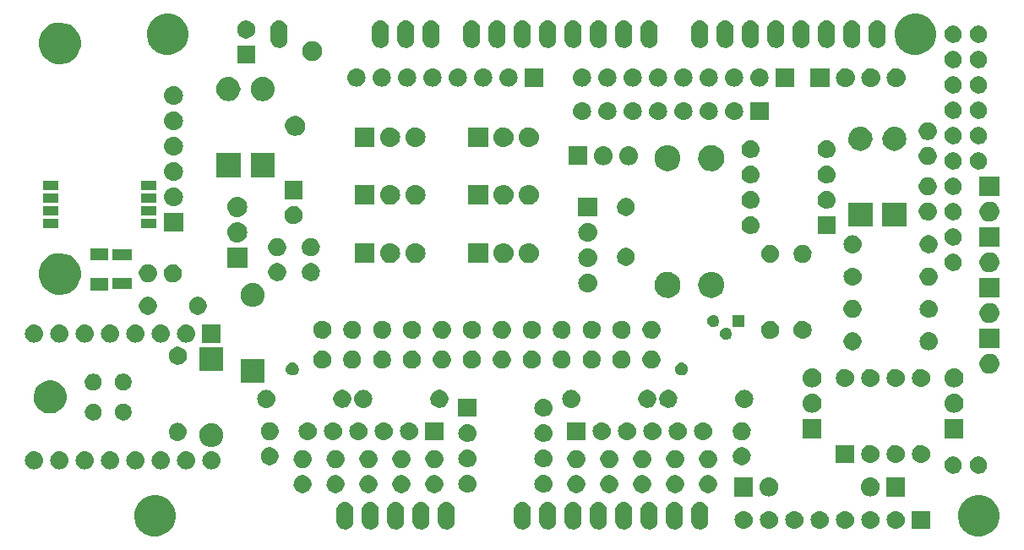
<source format=gts>
G04 #@! TF.FileFunction,Soldermask,Top*
%FSLAX46Y46*%
G04 Gerber Fmt 4.6, Leading zero omitted, Abs format (unit mm)*
G04 Created by KiCad (PCBNEW 4.0.7) date 03/12/18 20:20:42*
%MOMM*%
%LPD*%
G01*
G04 APERTURE LIST*
%ADD10C,0.100000*%
G04 APERTURE END LIST*
D10*
G36*
X105808535Y-112824877D02*
X106206204Y-112906507D01*
X106580457Y-113063828D01*
X106917019Y-113290842D01*
X107203077Y-113578904D01*
X107427734Y-113917042D01*
X107582437Y-114292377D01*
X107661221Y-114690267D01*
X107661221Y-114690277D01*
X107661288Y-114690616D01*
X107654814Y-115154308D01*
X107654737Y-115154646D01*
X107654737Y-115154654D01*
X107564873Y-115550190D01*
X107399754Y-115921056D01*
X107165739Y-116252791D01*
X106871748Y-116532756D01*
X106528977Y-116750285D01*
X106150485Y-116897092D01*
X105750687Y-116967588D01*
X105344805Y-116959085D01*
X104948308Y-116871911D01*
X104576292Y-116709380D01*
X104242935Y-116477692D01*
X103960926Y-116185663D01*
X103741010Y-115844419D01*
X103591561Y-115466954D01*
X103518277Y-115067662D01*
X103523945Y-114661733D01*
X103608351Y-114264634D01*
X103768278Y-113891496D01*
X103997637Y-113556525D01*
X104287689Y-113272486D01*
X104627390Y-113050192D01*
X105003798Y-112898113D01*
X105402571Y-112822043D01*
X105808535Y-112824877D01*
X105808535Y-112824877D01*
G37*
G36*
X188358535Y-112824877D02*
X188756204Y-112906507D01*
X189130457Y-113063828D01*
X189467019Y-113290842D01*
X189753077Y-113578904D01*
X189977734Y-113917042D01*
X190132437Y-114292377D01*
X190211221Y-114690267D01*
X190211221Y-114690277D01*
X190211288Y-114690616D01*
X190204814Y-115154308D01*
X190204737Y-115154646D01*
X190204737Y-115154654D01*
X190114873Y-115550190D01*
X189949754Y-115921056D01*
X189715739Y-116252791D01*
X189421748Y-116532756D01*
X189078977Y-116750285D01*
X188700485Y-116897092D01*
X188300687Y-116967588D01*
X187894805Y-116959085D01*
X187498308Y-116871911D01*
X187126292Y-116709380D01*
X186792935Y-116477692D01*
X186510926Y-116185663D01*
X186291010Y-115844419D01*
X186141561Y-115466954D01*
X186068277Y-115067662D01*
X186073945Y-114661733D01*
X186158351Y-114264634D01*
X186318278Y-113891496D01*
X186547637Y-113556525D01*
X186837689Y-113272486D01*
X187177390Y-113050192D01*
X187553798Y-112898113D01*
X187952571Y-112822043D01*
X188358535Y-112824877D01*
X188358535Y-112824877D01*
G37*
G36*
X124814704Y-113532996D02*
X124814709Y-113532998D01*
X124814751Y-113533002D01*
X124975758Y-113582842D01*
X125124019Y-113663006D01*
X125253885Y-113770441D01*
X125360411Y-113901054D01*
X125439538Y-114049871D01*
X125488253Y-114211222D01*
X125504700Y-114378963D01*
X125504700Y-115408271D01*
X125504631Y-115418238D01*
X125504630Y-115418244D01*
X125504616Y-115420295D01*
X125485828Y-115587790D01*
X125434865Y-115748445D01*
X125353668Y-115896143D01*
X125245329Y-116025256D01*
X125113976Y-116130867D01*
X124964610Y-116208953D01*
X124802923Y-116256540D01*
X124802881Y-116256544D01*
X124802877Y-116256545D01*
X124635073Y-116271817D01*
X124467496Y-116254204D01*
X124467491Y-116254202D01*
X124467449Y-116254198D01*
X124306442Y-116204358D01*
X124158181Y-116124194D01*
X124028315Y-116016759D01*
X123921789Y-115886146D01*
X123842662Y-115737329D01*
X123793947Y-115575978D01*
X123777500Y-115408237D01*
X123777500Y-114378929D01*
X123777569Y-114368962D01*
X123777570Y-114368956D01*
X123777584Y-114366905D01*
X123796372Y-114199410D01*
X123847335Y-114038755D01*
X123928532Y-113891057D01*
X124036871Y-113761944D01*
X124168224Y-113656333D01*
X124317590Y-113578247D01*
X124479277Y-113530660D01*
X124479319Y-113530656D01*
X124479323Y-113530655D01*
X124647127Y-113515383D01*
X124814704Y-113532996D01*
X124814704Y-113532996D01*
G37*
G36*
X127354704Y-113532996D02*
X127354709Y-113532998D01*
X127354751Y-113533002D01*
X127515758Y-113582842D01*
X127664019Y-113663006D01*
X127793885Y-113770441D01*
X127900411Y-113901054D01*
X127979538Y-114049871D01*
X128028253Y-114211222D01*
X128044700Y-114378963D01*
X128044700Y-115408271D01*
X128044631Y-115418238D01*
X128044630Y-115418244D01*
X128044616Y-115420295D01*
X128025828Y-115587790D01*
X127974865Y-115748445D01*
X127893668Y-115896143D01*
X127785329Y-116025256D01*
X127653976Y-116130867D01*
X127504610Y-116208953D01*
X127342923Y-116256540D01*
X127342881Y-116256544D01*
X127342877Y-116256545D01*
X127175073Y-116271817D01*
X127007496Y-116254204D01*
X127007491Y-116254202D01*
X127007449Y-116254198D01*
X126846442Y-116204358D01*
X126698181Y-116124194D01*
X126568315Y-116016759D01*
X126461789Y-115886146D01*
X126382662Y-115737329D01*
X126333947Y-115575978D01*
X126317500Y-115408237D01*
X126317500Y-114378929D01*
X126317569Y-114368962D01*
X126317570Y-114368956D01*
X126317584Y-114366905D01*
X126336372Y-114199410D01*
X126387335Y-114038755D01*
X126468532Y-113891057D01*
X126576871Y-113761944D01*
X126708224Y-113656333D01*
X126857590Y-113578247D01*
X127019277Y-113530660D01*
X127019319Y-113530656D01*
X127019323Y-113530655D01*
X127187127Y-113515383D01*
X127354704Y-113532996D01*
X127354704Y-113532996D01*
G37*
G36*
X129894704Y-113532996D02*
X129894709Y-113532998D01*
X129894751Y-113533002D01*
X130055758Y-113582842D01*
X130204019Y-113663006D01*
X130333885Y-113770441D01*
X130440411Y-113901054D01*
X130519538Y-114049871D01*
X130568253Y-114211222D01*
X130584700Y-114378963D01*
X130584700Y-115408271D01*
X130584631Y-115418238D01*
X130584630Y-115418244D01*
X130584616Y-115420295D01*
X130565828Y-115587790D01*
X130514865Y-115748445D01*
X130433668Y-115896143D01*
X130325329Y-116025256D01*
X130193976Y-116130867D01*
X130044610Y-116208953D01*
X129882923Y-116256540D01*
X129882881Y-116256544D01*
X129882877Y-116256545D01*
X129715073Y-116271817D01*
X129547496Y-116254204D01*
X129547491Y-116254202D01*
X129547449Y-116254198D01*
X129386442Y-116204358D01*
X129238181Y-116124194D01*
X129108315Y-116016759D01*
X129001789Y-115886146D01*
X128922662Y-115737329D01*
X128873947Y-115575978D01*
X128857500Y-115408237D01*
X128857500Y-114378929D01*
X128857569Y-114368962D01*
X128857570Y-114368956D01*
X128857584Y-114366905D01*
X128876372Y-114199410D01*
X128927335Y-114038755D01*
X129008532Y-113891057D01*
X129116871Y-113761944D01*
X129248224Y-113656333D01*
X129397590Y-113578247D01*
X129559277Y-113530660D01*
X129559319Y-113530656D01*
X129559323Y-113530655D01*
X129727127Y-113515383D01*
X129894704Y-113532996D01*
X129894704Y-113532996D01*
G37*
G36*
X132434704Y-113532996D02*
X132434709Y-113532998D01*
X132434751Y-113533002D01*
X132595758Y-113582842D01*
X132744019Y-113663006D01*
X132873885Y-113770441D01*
X132980411Y-113901054D01*
X133059538Y-114049871D01*
X133108253Y-114211222D01*
X133124700Y-114378963D01*
X133124700Y-115408271D01*
X133124631Y-115418238D01*
X133124630Y-115418244D01*
X133124616Y-115420295D01*
X133105828Y-115587790D01*
X133054865Y-115748445D01*
X132973668Y-115896143D01*
X132865329Y-116025256D01*
X132733976Y-116130867D01*
X132584610Y-116208953D01*
X132422923Y-116256540D01*
X132422881Y-116256544D01*
X132422877Y-116256545D01*
X132255073Y-116271817D01*
X132087496Y-116254204D01*
X132087491Y-116254202D01*
X132087449Y-116254198D01*
X131926442Y-116204358D01*
X131778181Y-116124194D01*
X131648315Y-116016759D01*
X131541789Y-115886146D01*
X131462662Y-115737329D01*
X131413947Y-115575978D01*
X131397500Y-115408237D01*
X131397500Y-114378929D01*
X131397569Y-114368962D01*
X131397570Y-114368956D01*
X131397584Y-114366905D01*
X131416372Y-114199410D01*
X131467335Y-114038755D01*
X131548532Y-113891057D01*
X131656871Y-113761944D01*
X131788224Y-113656333D01*
X131937590Y-113578247D01*
X132099277Y-113530660D01*
X132099319Y-113530656D01*
X132099323Y-113530655D01*
X132267127Y-113515383D01*
X132434704Y-113532996D01*
X132434704Y-113532996D01*
G37*
G36*
X134974704Y-113532996D02*
X134974709Y-113532998D01*
X134974751Y-113533002D01*
X135135758Y-113582842D01*
X135284019Y-113663006D01*
X135413885Y-113770441D01*
X135520411Y-113901054D01*
X135599538Y-114049871D01*
X135648253Y-114211222D01*
X135664700Y-114378963D01*
X135664700Y-115408271D01*
X135664631Y-115418238D01*
X135664630Y-115418244D01*
X135664616Y-115420295D01*
X135645828Y-115587790D01*
X135594865Y-115748445D01*
X135513668Y-115896143D01*
X135405329Y-116025256D01*
X135273976Y-116130867D01*
X135124610Y-116208953D01*
X134962923Y-116256540D01*
X134962881Y-116256544D01*
X134962877Y-116256545D01*
X134795073Y-116271817D01*
X134627496Y-116254204D01*
X134627491Y-116254202D01*
X134627449Y-116254198D01*
X134466442Y-116204358D01*
X134318181Y-116124194D01*
X134188315Y-116016759D01*
X134081789Y-115886146D01*
X134002662Y-115737329D01*
X133953947Y-115575978D01*
X133937500Y-115408237D01*
X133937500Y-114378929D01*
X133937569Y-114368962D01*
X133937570Y-114368956D01*
X133937584Y-114366905D01*
X133956372Y-114199410D01*
X134007335Y-114038755D01*
X134088532Y-113891057D01*
X134196871Y-113761944D01*
X134328224Y-113656333D01*
X134477590Y-113578247D01*
X134639277Y-113530660D01*
X134639319Y-113530656D01*
X134639323Y-113530655D01*
X134807127Y-113515383D01*
X134974704Y-113532996D01*
X134974704Y-113532996D01*
G37*
G36*
X142594704Y-113532996D02*
X142594709Y-113532998D01*
X142594751Y-113533002D01*
X142755758Y-113582842D01*
X142904019Y-113663006D01*
X143033885Y-113770441D01*
X143140411Y-113901054D01*
X143219538Y-114049871D01*
X143268253Y-114211222D01*
X143284700Y-114378963D01*
X143284700Y-115408271D01*
X143284631Y-115418238D01*
X143284630Y-115418244D01*
X143284616Y-115420295D01*
X143265828Y-115587790D01*
X143214865Y-115748445D01*
X143133668Y-115896143D01*
X143025329Y-116025256D01*
X142893976Y-116130867D01*
X142744610Y-116208953D01*
X142582923Y-116256540D01*
X142582881Y-116256544D01*
X142582877Y-116256545D01*
X142415073Y-116271817D01*
X142247496Y-116254204D01*
X142247491Y-116254202D01*
X142247449Y-116254198D01*
X142086442Y-116204358D01*
X141938181Y-116124194D01*
X141808315Y-116016759D01*
X141701789Y-115886146D01*
X141622662Y-115737329D01*
X141573947Y-115575978D01*
X141557500Y-115408237D01*
X141557500Y-114378929D01*
X141557569Y-114368962D01*
X141557570Y-114368956D01*
X141557584Y-114366905D01*
X141576372Y-114199410D01*
X141627335Y-114038755D01*
X141708532Y-113891057D01*
X141816871Y-113761944D01*
X141948224Y-113656333D01*
X142097590Y-113578247D01*
X142259277Y-113530660D01*
X142259319Y-113530656D01*
X142259323Y-113530655D01*
X142427127Y-113515383D01*
X142594704Y-113532996D01*
X142594704Y-113532996D01*
G37*
G36*
X145134704Y-113532996D02*
X145134709Y-113532998D01*
X145134751Y-113533002D01*
X145295758Y-113582842D01*
X145444019Y-113663006D01*
X145573885Y-113770441D01*
X145680411Y-113901054D01*
X145759538Y-114049871D01*
X145808253Y-114211222D01*
X145824700Y-114378963D01*
X145824700Y-115408271D01*
X145824631Y-115418238D01*
X145824630Y-115418244D01*
X145824616Y-115420295D01*
X145805828Y-115587790D01*
X145754865Y-115748445D01*
X145673668Y-115896143D01*
X145565329Y-116025256D01*
X145433976Y-116130867D01*
X145284610Y-116208953D01*
X145122923Y-116256540D01*
X145122881Y-116256544D01*
X145122877Y-116256545D01*
X144955073Y-116271817D01*
X144787496Y-116254204D01*
X144787491Y-116254202D01*
X144787449Y-116254198D01*
X144626442Y-116204358D01*
X144478181Y-116124194D01*
X144348315Y-116016759D01*
X144241789Y-115886146D01*
X144162662Y-115737329D01*
X144113947Y-115575978D01*
X144097500Y-115408237D01*
X144097500Y-114378929D01*
X144097569Y-114368962D01*
X144097570Y-114368956D01*
X144097584Y-114366905D01*
X144116372Y-114199410D01*
X144167335Y-114038755D01*
X144248532Y-113891057D01*
X144356871Y-113761944D01*
X144488224Y-113656333D01*
X144637590Y-113578247D01*
X144799277Y-113530660D01*
X144799319Y-113530656D01*
X144799323Y-113530655D01*
X144967127Y-113515383D01*
X145134704Y-113532996D01*
X145134704Y-113532996D01*
G37*
G36*
X150214704Y-113532996D02*
X150214709Y-113532998D01*
X150214751Y-113533002D01*
X150375758Y-113582842D01*
X150524019Y-113663006D01*
X150653885Y-113770441D01*
X150760411Y-113901054D01*
X150839538Y-114049871D01*
X150888253Y-114211222D01*
X150904700Y-114378963D01*
X150904700Y-115408271D01*
X150904631Y-115418238D01*
X150904630Y-115418244D01*
X150904616Y-115420295D01*
X150885828Y-115587790D01*
X150834865Y-115748445D01*
X150753668Y-115896143D01*
X150645329Y-116025256D01*
X150513976Y-116130867D01*
X150364610Y-116208953D01*
X150202923Y-116256540D01*
X150202881Y-116256544D01*
X150202877Y-116256545D01*
X150035073Y-116271817D01*
X149867496Y-116254204D01*
X149867491Y-116254202D01*
X149867449Y-116254198D01*
X149706442Y-116204358D01*
X149558181Y-116124194D01*
X149428315Y-116016759D01*
X149321789Y-115886146D01*
X149242662Y-115737329D01*
X149193947Y-115575978D01*
X149177500Y-115408237D01*
X149177500Y-114378929D01*
X149177569Y-114368962D01*
X149177570Y-114368956D01*
X149177584Y-114366905D01*
X149196372Y-114199410D01*
X149247335Y-114038755D01*
X149328532Y-113891057D01*
X149436871Y-113761944D01*
X149568224Y-113656333D01*
X149717590Y-113578247D01*
X149879277Y-113530660D01*
X149879319Y-113530656D01*
X149879323Y-113530655D01*
X150047127Y-113515383D01*
X150214704Y-113532996D01*
X150214704Y-113532996D01*
G37*
G36*
X152754704Y-113532996D02*
X152754709Y-113532998D01*
X152754751Y-113533002D01*
X152915758Y-113582842D01*
X153064019Y-113663006D01*
X153193885Y-113770441D01*
X153300411Y-113901054D01*
X153379538Y-114049871D01*
X153428253Y-114211222D01*
X153444700Y-114378963D01*
X153444700Y-115408271D01*
X153444631Y-115418238D01*
X153444630Y-115418244D01*
X153444616Y-115420295D01*
X153425828Y-115587790D01*
X153374865Y-115748445D01*
X153293668Y-115896143D01*
X153185329Y-116025256D01*
X153053976Y-116130867D01*
X152904610Y-116208953D01*
X152742923Y-116256540D01*
X152742881Y-116256544D01*
X152742877Y-116256545D01*
X152575073Y-116271817D01*
X152407496Y-116254204D01*
X152407491Y-116254202D01*
X152407449Y-116254198D01*
X152246442Y-116204358D01*
X152098181Y-116124194D01*
X151968315Y-116016759D01*
X151861789Y-115886146D01*
X151782662Y-115737329D01*
X151733947Y-115575978D01*
X151717500Y-115408237D01*
X151717500Y-114378929D01*
X151717569Y-114368962D01*
X151717570Y-114368956D01*
X151717584Y-114366905D01*
X151736372Y-114199410D01*
X151787335Y-114038755D01*
X151868532Y-113891057D01*
X151976871Y-113761944D01*
X152108224Y-113656333D01*
X152257590Y-113578247D01*
X152419277Y-113530660D01*
X152419319Y-113530656D01*
X152419323Y-113530655D01*
X152587127Y-113515383D01*
X152754704Y-113532996D01*
X152754704Y-113532996D01*
G37*
G36*
X155294704Y-113532996D02*
X155294709Y-113532998D01*
X155294751Y-113533002D01*
X155455758Y-113582842D01*
X155604019Y-113663006D01*
X155733885Y-113770441D01*
X155840411Y-113901054D01*
X155919538Y-114049871D01*
X155968253Y-114211222D01*
X155984700Y-114378963D01*
X155984700Y-115408271D01*
X155984631Y-115418238D01*
X155984630Y-115418244D01*
X155984616Y-115420295D01*
X155965828Y-115587790D01*
X155914865Y-115748445D01*
X155833668Y-115896143D01*
X155725329Y-116025256D01*
X155593976Y-116130867D01*
X155444610Y-116208953D01*
X155282923Y-116256540D01*
X155282881Y-116256544D01*
X155282877Y-116256545D01*
X155115073Y-116271817D01*
X154947496Y-116254204D01*
X154947491Y-116254202D01*
X154947449Y-116254198D01*
X154786442Y-116204358D01*
X154638181Y-116124194D01*
X154508315Y-116016759D01*
X154401789Y-115886146D01*
X154322662Y-115737329D01*
X154273947Y-115575978D01*
X154257500Y-115408237D01*
X154257500Y-114378929D01*
X154257569Y-114368962D01*
X154257570Y-114368956D01*
X154257584Y-114366905D01*
X154276372Y-114199410D01*
X154327335Y-114038755D01*
X154408532Y-113891057D01*
X154516871Y-113761944D01*
X154648224Y-113656333D01*
X154797590Y-113578247D01*
X154959277Y-113530660D01*
X154959319Y-113530656D01*
X154959323Y-113530655D01*
X155127127Y-113515383D01*
X155294704Y-113532996D01*
X155294704Y-113532996D01*
G37*
G36*
X157834704Y-113532996D02*
X157834709Y-113532998D01*
X157834751Y-113533002D01*
X157995758Y-113582842D01*
X158144019Y-113663006D01*
X158273885Y-113770441D01*
X158380411Y-113901054D01*
X158459538Y-114049871D01*
X158508253Y-114211222D01*
X158524700Y-114378963D01*
X158524700Y-115408271D01*
X158524631Y-115418238D01*
X158524630Y-115418244D01*
X158524616Y-115420295D01*
X158505828Y-115587790D01*
X158454865Y-115748445D01*
X158373668Y-115896143D01*
X158265329Y-116025256D01*
X158133976Y-116130867D01*
X157984610Y-116208953D01*
X157822923Y-116256540D01*
X157822881Y-116256544D01*
X157822877Y-116256545D01*
X157655073Y-116271817D01*
X157487496Y-116254204D01*
X157487491Y-116254202D01*
X157487449Y-116254198D01*
X157326442Y-116204358D01*
X157178181Y-116124194D01*
X157048315Y-116016759D01*
X156941789Y-115886146D01*
X156862662Y-115737329D01*
X156813947Y-115575978D01*
X156797500Y-115408237D01*
X156797500Y-114378929D01*
X156797569Y-114368962D01*
X156797570Y-114368956D01*
X156797584Y-114366905D01*
X156816372Y-114199410D01*
X156867335Y-114038755D01*
X156948532Y-113891057D01*
X157056871Y-113761944D01*
X157188224Y-113656333D01*
X157337590Y-113578247D01*
X157499277Y-113530660D01*
X157499319Y-113530656D01*
X157499323Y-113530655D01*
X157667127Y-113515383D01*
X157834704Y-113532996D01*
X157834704Y-113532996D01*
G37*
G36*
X160374704Y-113532996D02*
X160374709Y-113532998D01*
X160374751Y-113533002D01*
X160535758Y-113582842D01*
X160684019Y-113663006D01*
X160813885Y-113770441D01*
X160920411Y-113901054D01*
X160999538Y-114049871D01*
X161048253Y-114211222D01*
X161064700Y-114378963D01*
X161064700Y-115408271D01*
X161064631Y-115418238D01*
X161064630Y-115418244D01*
X161064616Y-115420295D01*
X161045828Y-115587790D01*
X160994865Y-115748445D01*
X160913668Y-115896143D01*
X160805329Y-116025256D01*
X160673976Y-116130867D01*
X160524610Y-116208953D01*
X160362923Y-116256540D01*
X160362881Y-116256544D01*
X160362877Y-116256545D01*
X160195073Y-116271817D01*
X160027496Y-116254204D01*
X160027491Y-116254202D01*
X160027449Y-116254198D01*
X159866442Y-116204358D01*
X159718181Y-116124194D01*
X159588315Y-116016759D01*
X159481789Y-115886146D01*
X159402662Y-115737329D01*
X159353947Y-115575978D01*
X159337500Y-115408237D01*
X159337500Y-114378929D01*
X159337569Y-114368962D01*
X159337570Y-114368956D01*
X159337584Y-114366905D01*
X159356372Y-114199410D01*
X159407335Y-114038755D01*
X159488532Y-113891057D01*
X159596871Y-113761944D01*
X159728224Y-113656333D01*
X159877590Y-113578247D01*
X160039277Y-113530660D01*
X160039319Y-113530656D01*
X160039323Y-113530655D01*
X160207127Y-113515383D01*
X160374704Y-113532996D01*
X160374704Y-113532996D01*
G37*
G36*
X147674704Y-113532996D02*
X147674709Y-113532998D01*
X147674751Y-113533002D01*
X147835758Y-113582842D01*
X147984019Y-113663006D01*
X148113885Y-113770441D01*
X148220411Y-113901054D01*
X148299538Y-114049871D01*
X148348253Y-114211222D01*
X148364700Y-114378963D01*
X148364700Y-115408271D01*
X148364631Y-115418238D01*
X148364630Y-115418244D01*
X148364616Y-115420295D01*
X148345828Y-115587790D01*
X148294865Y-115748445D01*
X148213668Y-115896143D01*
X148105329Y-116025256D01*
X147973976Y-116130867D01*
X147824610Y-116208953D01*
X147662923Y-116256540D01*
X147662881Y-116256544D01*
X147662877Y-116256545D01*
X147495073Y-116271817D01*
X147327496Y-116254204D01*
X147327491Y-116254202D01*
X147327449Y-116254198D01*
X147166442Y-116204358D01*
X147018181Y-116124194D01*
X146888315Y-116016759D01*
X146781789Y-115886146D01*
X146702662Y-115737329D01*
X146653947Y-115575978D01*
X146637500Y-115408237D01*
X146637500Y-114378929D01*
X146637569Y-114368962D01*
X146637570Y-114368956D01*
X146637584Y-114366905D01*
X146656372Y-114199410D01*
X146707335Y-114038755D01*
X146788532Y-113891057D01*
X146896871Y-113761944D01*
X147028224Y-113656333D01*
X147177590Y-113578247D01*
X147339277Y-113530660D01*
X147339319Y-113530656D01*
X147339323Y-113530655D01*
X147507127Y-113515383D01*
X147674704Y-113532996D01*
X147674704Y-113532996D01*
G37*
G36*
X183273600Y-116217600D02*
X181470400Y-116217600D01*
X181470400Y-114414400D01*
X183273600Y-114414400D01*
X183273600Y-116217600D01*
X183273600Y-116217600D01*
G37*
G36*
X164606895Y-114414473D02*
X164606901Y-114414474D01*
X164608950Y-114414488D01*
X164783815Y-114434102D01*
X164951540Y-114487308D01*
X165105736Y-114572078D01*
X165240531Y-114685184D01*
X165350789Y-114822317D01*
X165432311Y-114978255D01*
X165481992Y-115147057D01*
X165481995Y-115147093D01*
X165481998Y-115147102D01*
X165497942Y-115322292D01*
X165479553Y-115497245D01*
X165479551Y-115497250D01*
X165479547Y-115497292D01*
X165427514Y-115665384D01*
X165343822Y-115820168D01*
X165231660Y-115955749D01*
X165095300Y-116066962D01*
X164939935Y-116149571D01*
X164771484Y-116200429D01*
X164596362Y-116217600D01*
X164587604Y-116217600D01*
X164577105Y-116217527D01*
X164577099Y-116217526D01*
X164575050Y-116217512D01*
X164400185Y-116197898D01*
X164232460Y-116144692D01*
X164078264Y-116059922D01*
X163943469Y-115946816D01*
X163833211Y-115809683D01*
X163751689Y-115653745D01*
X163702008Y-115484943D01*
X163702005Y-115484907D01*
X163702002Y-115484898D01*
X163686058Y-115309708D01*
X163704447Y-115134755D01*
X163704449Y-115134750D01*
X163704453Y-115134708D01*
X163756486Y-114966616D01*
X163840178Y-114811832D01*
X163952340Y-114676251D01*
X164088700Y-114565038D01*
X164244065Y-114482429D01*
X164412516Y-114431571D01*
X164587638Y-114414400D01*
X164596396Y-114414400D01*
X164606895Y-114414473D01*
X164606895Y-114414473D01*
G37*
G36*
X167146895Y-114414473D02*
X167146901Y-114414474D01*
X167148950Y-114414488D01*
X167323815Y-114434102D01*
X167491540Y-114487308D01*
X167645736Y-114572078D01*
X167780531Y-114685184D01*
X167890789Y-114822317D01*
X167972311Y-114978255D01*
X168021992Y-115147057D01*
X168021995Y-115147093D01*
X168021998Y-115147102D01*
X168037942Y-115322292D01*
X168019553Y-115497245D01*
X168019551Y-115497250D01*
X168019547Y-115497292D01*
X167967514Y-115665384D01*
X167883822Y-115820168D01*
X167771660Y-115955749D01*
X167635300Y-116066962D01*
X167479935Y-116149571D01*
X167311484Y-116200429D01*
X167136362Y-116217600D01*
X167127604Y-116217600D01*
X167117105Y-116217527D01*
X167117099Y-116217526D01*
X167115050Y-116217512D01*
X166940185Y-116197898D01*
X166772460Y-116144692D01*
X166618264Y-116059922D01*
X166483469Y-115946816D01*
X166373211Y-115809683D01*
X166291689Y-115653745D01*
X166242008Y-115484943D01*
X166242005Y-115484907D01*
X166242002Y-115484898D01*
X166226058Y-115309708D01*
X166244447Y-115134755D01*
X166244449Y-115134750D01*
X166244453Y-115134708D01*
X166296486Y-114966616D01*
X166380178Y-114811832D01*
X166492340Y-114676251D01*
X166628700Y-114565038D01*
X166784065Y-114482429D01*
X166952516Y-114431571D01*
X167127638Y-114414400D01*
X167136396Y-114414400D01*
X167146895Y-114414473D01*
X167146895Y-114414473D01*
G37*
G36*
X169686895Y-114414473D02*
X169686901Y-114414474D01*
X169688950Y-114414488D01*
X169863815Y-114434102D01*
X170031540Y-114487308D01*
X170185736Y-114572078D01*
X170320531Y-114685184D01*
X170430789Y-114822317D01*
X170512311Y-114978255D01*
X170561992Y-115147057D01*
X170561995Y-115147093D01*
X170561998Y-115147102D01*
X170577942Y-115322292D01*
X170559553Y-115497245D01*
X170559551Y-115497250D01*
X170559547Y-115497292D01*
X170507514Y-115665384D01*
X170423822Y-115820168D01*
X170311660Y-115955749D01*
X170175300Y-116066962D01*
X170019935Y-116149571D01*
X169851484Y-116200429D01*
X169676362Y-116217600D01*
X169667604Y-116217600D01*
X169657105Y-116217527D01*
X169657099Y-116217526D01*
X169655050Y-116217512D01*
X169480185Y-116197898D01*
X169312460Y-116144692D01*
X169158264Y-116059922D01*
X169023469Y-115946816D01*
X168913211Y-115809683D01*
X168831689Y-115653745D01*
X168782008Y-115484943D01*
X168782005Y-115484907D01*
X168782002Y-115484898D01*
X168766058Y-115309708D01*
X168784447Y-115134755D01*
X168784449Y-115134750D01*
X168784453Y-115134708D01*
X168836486Y-114966616D01*
X168920178Y-114811832D01*
X169032340Y-114676251D01*
X169168700Y-114565038D01*
X169324065Y-114482429D01*
X169492516Y-114431571D01*
X169667638Y-114414400D01*
X169676396Y-114414400D01*
X169686895Y-114414473D01*
X169686895Y-114414473D01*
G37*
G36*
X172226895Y-114414473D02*
X172226901Y-114414474D01*
X172228950Y-114414488D01*
X172403815Y-114434102D01*
X172571540Y-114487308D01*
X172725736Y-114572078D01*
X172860531Y-114685184D01*
X172970789Y-114822317D01*
X173052311Y-114978255D01*
X173101992Y-115147057D01*
X173101995Y-115147093D01*
X173101998Y-115147102D01*
X173117942Y-115322292D01*
X173099553Y-115497245D01*
X173099551Y-115497250D01*
X173099547Y-115497292D01*
X173047514Y-115665384D01*
X172963822Y-115820168D01*
X172851660Y-115955749D01*
X172715300Y-116066962D01*
X172559935Y-116149571D01*
X172391484Y-116200429D01*
X172216362Y-116217600D01*
X172207604Y-116217600D01*
X172197105Y-116217527D01*
X172197099Y-116217526D01*
X172195050Y-116217512D01*
X172020185Y-116197898D01*
X171852460Y-116144692D01*
X171698264Y-116059922D01*
X171563469Y-115946816D01*
X171453211Y-115809683D01*
X171371689Y-115653745D01*
X171322008Y-115484943D01*
X171322005Y-115484907D01*
X171322002Y-115484898D01*
X171306058Y-115309708D01*
X171324447Y-115134755D01*
X171324449Y-115134750D01*
X171324453Y-115134708D01*
X171376486Y-114966616D01*
X171460178Y-114811832D01*
X171572340Y-114676251D01*
X171708700Y-114565038D01*
X171864065Y-114482429D01*
X172032516Y-114431571D01*
X172207638Y-114414400D01*
X172216396Y-114414400D01*
X172226895Y-114414473D01*
X172226895Y-114414473D01*
G37*
G36*
X174766895Y-114414473D02*
X174766901Y-114414474D01*
X174768950Y-114414488D01*
X174943815Y-114434102D01*
X175111540Y-114487308D01*
X175265736Y-114572078D01*
X175400531Y-114685184D01*
X175510789Y-114822317D01*
X175592311Y-114978255D01*
X175641992Y-115147057D01*
X175641995Y-115147093D01*
X175641998Y-115147102D01*
X175657942Y-115322292D01*
X175639553Y-115497245D01*
X175639551Y-115497250D01*
X175639547Y-115497292D01*
X175587514Y-115665384D01*
X175503822Y-115820168D01*
X175391660Y-115955749D01*
X175255300Y-116066962D01*
X175099935Y-116149571D01*
X174931484Y-116200429D01*
X174756362Y-116217600D01*
X174747604Y-116217600D01*
X174737105Y-116217527D01*
X174737099Y-116217526D01*
X174735050Y-116217512D01*
X174560185Y-116197898D01*
X174392460Y-116144692D01*
X174238264Y-116059922D01*
X174103469Y-115946816D01*
X173993211Y-115809683D01*
X173911689Y-115653745D01*
X173862008Y-115484943D01*
X173862005Y-115484907D01*
X173862002Y-115484898D01*
X173846058Y-115309708D01*
X173864447Y-115134755D01*
X173864449Y-115134750D01*
X173864453Y-115134708D01*
X173916486Y-114966616D01*
X174000178Y-114811832D01*
X174112340Y-114676251D01*
X174248700Y-114565038D01*
X174404065Y-114482429D01*
X174572516Y-114431571D01*
X174747638Y-114414400D01*
X174756396Y-114414400D01*
X174766895Y-114414473D01*
X174766895Y-114414473D01*
G37*
G36*
X177306895Y-114414473D02*
X177306901Y-114414474D01*
X177308950Y-114414488D01*
X177483815Y-114434102D01*
X177651540Y-114487308D01*
X177805736Y-114572078D01*
X177940531Y-114685184D01*
X178050789Y-114822317D01*
X178132311Y-114978255D01*
X178181992Y-115147057D01*
X178181995Y-115147093D01*
X178181998Y-115147102D01*
X178197942Y-115322292D01*
X178179553Y-115497245D01*
X178179551Y-115497250D01*
X178179547Y-115497292D01*
X178127514Y-115665384D01*
X178043822Y-115820168D01*
X177931660Y-115955749D01*
X177795300Y-116066962D01*
X177639935Y-116149571D01*
X177471484Y-116200429D01*
X177296362Y-116217600D01*
X177287604Y-116217600D01*
X177277105Y-116217527D01*
X177277099Y-116217526D01*
X177275050Y-116217512D01*
X177100185Y-116197898D01*
X176932460Y-116144692D01*
X176778264Y-116059922D01*
X176643469Y-115946816D01*
X176533211Y-115809683D01*
X176451689Y-115653745D01*
X176402008Y-115484943D01*
X176402005Y-115484907D01*
X176402002Y-115484898D01*
X176386058Y-115309708D01*
X176404447Y-115134755D01*
X176404449Y-115134750D01*
X176404453Y-115134708D01*
X176456486Y-114966616D01*
X176540178Y-114811832D01*
X176652340Y-114676251D01*
X176788700Y-114565038D01*
X176944065Y-114482429D01*
X177112516Y-114431571D01*
X177287638Y-114414400D01*
X177296396Y-114414400D01*
X177306895Y-114414473D01*
X177306895Y-114414473D01*
G37*
G36*
X179846895Y-114414473D02*
X179846901Y-114414474D01*
X179848950Y-114414488D01*
X180023815Y-114434102D01*
X180191540Y-114487308D01*
X180345736Y-114572078D01*
X180480531Y-114685184D01*
X180590789Y-114822317D01*
X180672311Y-114978255D01*
X180721992Y-115147057D01*
X180721995Y-115147093D01*
X180721998Y-115147102D01*
X180737942Y-115322292D01*
X180719553Y-115497245D01*
X180719551Y-115497250D01*
X180719547Y-115497292D01*
X180667514Y-115665384D01*
X180583822Y-115820168D01*
X180471660Y-115955749D01*
X180335300Y-116066962D01*
X180179935Y-116149571D01*
X180011484Y-116200429D01*
X179836362Y-116217600D01*
X179827604Y-116217600D01*
X179817105Y-116217527D01*
X179817099Y-116217526D01*
X179815050Y-116217512D01*
X179640185Y-116197898D01*
X179472460Y-116144692D01*
X179318264Y-116059922D01*
X179183469Y-115946816D01*
X179073211Y-115809683D01*
X178991689Y-115653745D01*
X178942008Y-115484943D01*
X178942005Y-115484907D01*
X178942002Y-115484898D01*
X178926058Y-115309708D01*
X178944447Y-115134755D01*
X178944449Y-115134750D01*
X178944453Y-115134708D01*
X178996486Y-114966616D01*
X179080178Y-114811832D01*
X179192340Y-114676251D01*
X179328700Y-114565038D01*
X179484065Y-114482429D01*
X179652516Y-114431571D01*
X179827638Y-114414400D01*
X179836396Y-114414400D01*
X179846895Y-114414473D01*
X179846895Y-114414473D01*
G37*
G36*
X167323299Y-111077226D02*
X167323304Y-111077228D01*
X167323346Y-111077232D01*
X167500760Y-111132151D01*
X167664128Y-111220484D01*
X167807228Y-111338866D01*
X167924608Y-111482789D01*
X168011798Y-111646769D01*
X168065477Y-111824563D01*
X168083600Y-112009396D01*
X168083600Y-112018637D01*
X168083522Y-112029834D01*
X168083521Y-112029840D01*
X168083507Y-112031890D01*
X168062805Y-112216453D01*
X168006649Y-112393479D01*
X167917178Y-112556227D01*
X167797800Y-112698496D01*
X167653061Y-112814869D01*
X167488476Y-112900912D01*
X167310312Y-112953349D01*
X167310276Y-112953352D01*
X167310267Y-112953355D01*
X167125360Y-112970183D01*
X166940701Y-112950774D01*
X166940696Y-112950772D01*
X166940654Y-112950768D01*
X166763240Y-112895849D01*
X166599872Y-112807516D01*
X166456772Y-112689134D01*
X166339392Y-112545211D01*
X166252202Y-112381231D01*
X166198523Y-112203437D01*
X166180400Y-112018604D01*
X166180400Y-112009396D01*
X166180424Y-112005966D01*
X166180478Y-111998166D01*
X166180479Y-111998160D01*
X166180493Y-111996110D01*
X166201195Y-111811547D01*
X166257351Y-111634521D01*
X166346822Y-111471773D01*
X166466200Y-111329504D01*
X166610939Y-111213131D01*
X166775524Y-111127088D01*
X166953688Y-111074651D01*
X166953724Y-111074648D01*
X166953733Y-111074645D01*
X167138640Y-111057817D01*
X167323299Y-111077226D01*
X167323299Y-111077226D01*
G37*
G36*
X177483299Y-111077226D02*
X177483304Y-111077228D01*
X177483346Y-111077232D01*
X177660760Y-111132151D01*
X177824128Y-111220484D01*
X177967228Y-111338866D01*
X178084608Y-111482789D01*
X178171798Y-111646769D01*
X178225477Y-111824563D01*
X178243600Y-112009396D01*
X178243600Y-112018637D01*
X178243522Y-112029834D01*
X178243521Y-112029840D01*
X178243507Y-112031890D01*
X178222805Y-112216453D01*
X178166649Y-112393479D01*
X178077178Y-112556227D01*
X177957800Y-112698496D01*
X177813061Y-112814869D01*
X177648476Y-112900912D01*
X177470312Y-112953349D01*
X177470276Y-112953352D01*
X177470267Y-112953355D01*
X177285360Y-112970183D01*
X177100701Y-112950774D01*
X177100696Y-112950772D01*
X177100654Y-112950768D01*
X176923240Y-112895849D01*
X176759872Y-112807516D01*
X176616772Y-112689134D01*
X176499392Y-112545211D01*
X176412202Y-112381231D01*
X176358523Y-112203437D01*
X176340400Y-112018604D01*
X176340400Y-112009396D01*
X176340424Y-112005966D01*
X176340478Y-111998166D01*
X176340479Y-111998160D01*
X176340493Y-111996110D01*
X176361195Y-111811547D01*
X176417351Y-111634521D01*
X176506822Y-111471773D01*
X176626200Y-111329504D01*
X176770939Y-111213131D01*
X176935524Y-111127088D01*
X177113688Y-111074651D01*
X177113724Y-111074648D01*
X177113733Y-111074645D01*
X177298640Y-111057817D01*
X177483299Y-111077226D01*
X177483299Y-111077226D01*
G37*
G36*
X180783600Y-112965600D02*
X178880400Y-112965600D01*
X178880400Y-111062400D01*
X180783600Y-111062400D01*
X180783600Y-112965600D01*
X180783600Y-112965600D01*
G37*
G36*
X165543600Y-112965600D02*
X163640400Y-112965600D01*
X163640400Y-111062400D01*
X165543600Y-111062400D01*
X165543600Y-112965600D01*
X165543600Y-112965600D01*
G37*
G36*
X133698703Y-110818999D02*
X133871897Y-110854551D01*
X134034901Y-110923071D01*
X134181485Y-111021944D01*
X134306073Y-111147404D01*
X134403918Y-111294674D01*
X134471298Y-111458149D01*
X134505571Y-111631239D01*
X134505571Y-111631255D01*
X134505638Y-111631594D01*
X134502818Y-111833547D01*
X134502742Y-111833881D01*
X134502742Y-111833894D01*
X134463647Y-112005970D01*
X134391733Y-112167492D01*
X134289810Y-112311976D01*
X134161767Y-112433910D01*
X134012477Y-112528652D01*
X133847631Y-112592591D01*
X133673507Y-112623294D01*
X133496730Y-112619591D01*
X133324040Y-112581623D01*
X133162014Y-112510835D01*
X133016828Y-112409928D01*
X132894003Y-112282739D01*
X132798221Y-112134114D01*
X132733130Y-111969713D01*
X132701213Y-111795811D01*
X132703681Y-111619014D01*
X132740444Y-111446063D01*
X132810096Y-111283549D01*
X132909991Y-111137657D01*
X133036318Y-111013948D01*
X133184271Y-110917131D01*
X133348210Y-110850895D01*
X133521888Y-110817765D01*
X133698703Y-110818999D01*
X133698703Y-110818999D01*
G37*
G36*
X120494703Y-110818999D02*
X120667897Y-110854551D01*
X120830901Y-110923071D01*
X120977485Y-111021944D01*
X121102073Y-111147404D01*
X121199918Y-111294674D01*
X121267298Y-111458149D01*
X121301571Y-111631239D01*
X121301571Y-111631255D01*
X121301638Y-111631594D01*
X121298818Y-111833547D01*
X121298742Y-111833881D01*
X121298742Y-111833894D01*
X121259647Y-112005970D01*
X121187733Y-112167492D01*
X121085810Y-112311976D01*
X120957767Y-112433910D01*
X120808477Y-112528652D01*
X120643631Y-112592591D01*
X120469507Y-112623294D01*
X120292730Y-112619591D01*
X120120040Y-112581623D01*
X119958014Y-112510835D01*
X119812828Y-112409928D01*
X119690003Y-112282739D01*
X119594221Y-112134114D01*
X119529130Y-111969713D01*
X119497213Y-111795811D01*
X119499681Y-111619014D01*
X119536444Y-111446063D01*
X119606096Y-111283549D01*
X119705991Y-111137657D01*
X119832318Y-111013948D01*
X119980271Y-110917131D01*
X120144210Y-110850895D01*
X120317888Y-110817765D01*
X120494703Y-110818999D01*
X120494703Y-110818999D01*
G37*
G36*
X123794703Y-110818999D02*
X123967897Y-110854551D01*
X124130901Y-110923071D01*
X124277485Y-111021944D01*
X124402073Y-111147404D01*
X124499918Y-111294674D01*
X124567298Y-111458149D01*
X124601571Y-111631239D01*
X124601571Y-111631255D01*
X124601638Y-111631594D01*
X124598818Y-111833547D01*
X124598742Y-111833881D01*
X124598742Y-111833894D01*
X124559647Y-112005970D01*
X124487733Y-112167492D01*
X124385810Y-112311976D01*
X124257767Y-112433910D01*
X124108477Y-112528652D01*
X123943631Y-112592591D01*
X123769507Y-112623294D01*
X123592730Y-112619591D01*
X123420040Y-112581623D01*
X123258014Y-112510835D01*
X123112828Y-112409928D01*
X122990003Y-112282739D01*
X122894221Y-112134114D01*
X122829130Y-111969713D01*
X122797213Y-111795811D01*
X122799681Y-111619014D01*
X122836444Y-111446063D01*
X122906096Y-111283549D01*
X123005991Y-111137657D01*
X123132318Y-111013948D01*
X123280271Y-110917131D01*
X123444210Y-110850895D01*
X123617888Y-110817765D01*
X123794703Y-110818999D01*
X123794703Y-110818999D01*
G37*
G36*
X127094703Y-110818999D02*
X127267897Y-110854551D01*
X127430901Y-110923071D01*
X127577485Y-111021944D01*
X127702073Y-111147404D01*
X127799918Y-111294674D01*
X127867298Y-111458149D01*
X127901571Y-111631239D01*
X127901571Y-111631255D01*
X127901638Y-111631594D01*
X127898818Y-111833547D01*
X127898742Y-111833881D01*
X127898742Y-111833894D01*
X127859647Y-112005970D01*
X127787733Y-112167492D01*
X127685810Y-112311976D01*
X127557767Y-112433910D01*
X127408477Y-112528652D01*
X127243631Y-112592591D01*
X127069507Y-112623294D01*
X126892730Y-112619591D01*
X126720040Y-112581623D01*
X126558014Y-112510835D01*
X126412828Y-112409928D01*
X126290003Y-112282739D01*
X126194221Y-112134114D01*
X126129130Y-111969713D01*
X126097213Y-111795811D01*
X126099681Y-111619014D01*
X126136444Y-111446063D01*
X126206096Y-111283549D01*
X126305991Y-111137657D01*
X126432318Y-111013948D01*
X126580271Y-110917131D01*
X126744210Y-110850895D01*
X126917888Y-110817765D01*
X127094703Y-110818999D01*
X127094703Y-110818999D01*
G37*
G36*
X161130703Y-110818999D02*
X161303897Y-110854551D01*
X161466901Y-110923071D01*
X161613485Y-111021944D01*
X161738073Y-111147404D01*
X161835918Y-111294674D01*
X161903298Y-111458149D01*
X161937571Y-111631239D01*
X161937571Y-111631255D01*
X161937638Y-111631594D01*
X161934818Y-111833547D01*
X161934742Y-111833881D01*
X161934742Y-111833894D01*
X161895647Y-112005970D01*
X161823733Y-112167492D01*
X161721810Y-112311976D01*
X161593767Y-112433910D01*
X161444477Y-112528652D01*
X161279631Y-112592591D01*
X161105507Y-112623294D01*
X160928730Y-112619591D01*
X160756040Y-112581623D01*
X160594014Y-112510835D01*
X160448828Y-112409928D01*
X160326003Y-112282739D01*
X160230221Y-112134114D01*
X160165130Y-111969713D01*
X160133213Y-111795811D01*
X160135681Y-111619014D01*
X160172444Y-111446063D01*
X160242096Y-111283549D01*
X160341991Y-111137657D01*
X160468318Y-111013948D01*
X160616271Y-110917131D01*
X160780210Y-110850895D01*
X160953888Y-110817765D01*
X161130703Y-110818999D01*
X161130703Y-110818999D01*
G37*
G36*
X157828703Y-110818999D02*
X158001897Y-110854551D01*
X158164901Y-110923071D01*
X158311485Y-111021944D01*
X158436073Y-111147404D01*
X158533918Y-111294674D01*
X158601298Y-111458149D01*
X158635571Y-111631239D01*
X158635571Y-111631255D01*
X158635638Y-111631594D01*
X158632818Y-111833547D01*
X158632742Y-111833881D01*
X158632742Y-111833894D01*
X158593647Y-112005970D01*
X158521733Y-112167492D01*
X158419810Y-112311976D01*
X158291767Y-112433910D01*
X158142477Y-112528652D01*
X157977631Y-112592591D01*
X157803507Y-112623294D01*
X157626730Y-112619591D01*
X157454040Y-112581623D01*
X157292014Y-112510835D01*
X157146828Y-112409928D01*
X157024003Y-112282739D01*
X156928221Y-112134114D01*
X156863130Y-111969713D01*
X156831213Y-111795811D01*
X156833681Y-111619014D01*
X156870444Y-111446063D01*
X156940096Y-111283549D01*
X157039991Y-111137657D01*
X157166318Y-111013948D01*
X157314271Y-110917131D01*
X157478210Y-110850895D01*
X157651888Y-110817765D01*
X157828703Y-110818999D01*
X157828703Y-110818999D01*
G37*
G36*
X154526703Y-110818999D02*
X154699897Y-110854551D01*
X154862901Y-110923071D01*
X155009485Y-111021944D01*
X155134073Y-111147404D01*
X155231918Y-111294674D01*
X155299298Y-111458149D01*
X155333571Y-111631239D01*
X155333571Y-111631255D01*
X155333638Y-111631594D01*
X155330818Y-111833547D01*
X155330742Y-111833881D01*
X155330742Y-111833894D01*
X155291647Y-112005970D01*
X155219733Y-112167492D01*
X155117810Y-112311976D01*
X154989767Y-112433910D01*
X154840477Y-112528652D01*
X154675631Y-112592591D01*
X154501507Y-112623294D01*
X154324730Y-112619591D01*
X154152040Y-112581623D01*
X153990014Y-112510835D01*
X153844828Y-112409928D01*
X153722003Y-112282739D01*
X153626221Y-112134114D01*
X153561130Y-111969713D01*
X153529213Y-111795811D01*
X153531681Y-111619014D01*
X153568444Y-111446063D01*
X153638096Y-111283549D01*
X153737991Y-111137657D01*
X153864318Y-111013948D01*
X154012271Y-110917131D01*
X154176210Y-110850895D01*
X154349888Y-110817765D01*
X154526703Y-110818999D01*
X154526703Y-110818999D01*
G37*
G36*
X151224703Y-110818999D02*
X151397897Y-110854551D01*
X151560901Y-110923071D01*
X151707485Y-111021944D01*
X151832073Y-111147404D01*
X151929918Y-111294674D01*
X151997298Y-111458149D01*
X152031571Y-111631239D01*
X152031571Y-111631255D01*
X152031638Y-111631594D01*
X152028818Y-111833547D01*
X152028742Y-111833881D01*
X152028742Y-111833894D01*
X151989647Y-112005970D01*
X151917733Y-112167492D01*
X151815810Y-112311976D01*
X151687767Y-112433910D01*
X151538477Y-112528652D01*
X151373631Y-112592591D01*
X151199507Y-112623294D01*
X151022730Y-112619591D01*
X150850040Y-112581623D01*
X150688014Y-112510835D01*
X150542828Y-112409928D01*
X150420003Y-112282739D01*
X150324221Y-112134114D01*
X150259130Y-111969713D01*
X150227213Y-111795811D01*
X150229681Y-111619014D01*
X150266444Y-111446063D01*
X150336096Y-111283549D01*
X150435991Y-111137657D01*
X150562318Y-111013948D01*
X150710271Y-110917131D01*
X150874210Y-110850895D01*
X151047888Y-110817765D01*
X151224703Y-110818999D01*
X151224703Y-110818999D01*
G37*
G36*
X147922703Y-110818999D02*
X148095897Y-110854551D01*
X148258901Y-110923071D01*
X148405485Y-111021944D01*
X148530073Y-111147404D01*
X148627918Y-111294674D01*
X148695298Y-111458149D01*
X148729571Y-111631239D01*
X148729571Y-111631255D01*
X148729638Y-111631594D01*
X148726818Y-111833547D01*
X148726742Y-111833881D01*
X148726742Y-111833894D01*
X148687647Y-112005970D01*
X148615733Y-112167492D01*
X148513810Y-112311976D01*
X148385767Y-112433910D01*
X148236477Y-112528652D01*
X148071631Y-112592591D01*
X147897507Y-112623294D01*
X147720730Y-112619591D01*
X147548040Y-112581623D01*
X147386014Y-112510835D01*
X147240828Y-112409928D01*
X147118003Y-112282739D01*
X147022221Y-112134114D01*
X146957130Y-111969713D01*
X146925213Y-111795811D01*
X146927681Y-111619014D01*
X146964444Y-111446063D01*
X147034096Y-111283549D01*
X147133991Y-111137657D01*
X147260318Y-111013948D01*
X147408271Y-110917131D01*
X147572210Y-110850895D01*
X147745888Y-110817765D01*
X147922703Y-110818999D01*
X147922703Y-110818999D01*
G37*
G36*
X130396703Y-110818999D02*
X130569897Y-110854551D01*
X130732901Y-110923071D01*
X130879485Y-111021944D01*
X131004073Y-111147404D01*
X131101918Y-111294674D01*
X131169298Y-111458149D01*
X131203571Y-111631239D01*
X131203571Y-111631255D01*
X131203638Y-111631594D01*
X131200818Y-111833547D01*
X131200742Y-111833881D01*
X131200742Y-111833894D01*
X131161647Y-112005970D01*
X131089733Y-112167492D01*
X130987810Y-112311976D01*
X130859767Y-112433910D01*
X130710477Y-112528652D01*
X130545631Y-112592591D01*
X130371507Y-112623294D01*
X130194730Y-112619591D01*
X130022040Y-112581623D01*
X129860014Y-112510835D01*
X129714828Y-112409928D01*
X129592003Y-112282739D01*
X129496221Y-112134114D01*
X129431130Y-111969713D01*
X129399213Y-111795811D01*
X129401681Y-111619014D01*
X129438444Y-111446063D01*
X129508096Y-111283549D01*
X129607991Y-111137657D01*
X129734318Y-111013948D01*
X129882271Y-110917131D01*
X130046210Y-110850895D01*
X130219888Y-110817765D01*
X130396703Y-110818999D01*
X130396703Y-110818999D01*
G37*
G36*
X144540895Y-110794973D02*
X144540901Y-110794974D01*
X144542950Y-110794988D01*
X144717815Y-110814602D01*
X144885540Y-110867808D01*
X145039736Y-110952578D01*
X145174531Y-111065684D01*
X145284789Y-111202817D01*
X145366311Y-111358755D01*
X145415992Y-111527557D01*
X145415995Y-111527593D01*
X145415998Y-111527602D01*
X145431942Y-111702792D01*
X145413553Y-111877745D01*
X145413551Y-111877750D01*
X145413547Y-111877792D01*
X145361514Y-112045884D01*
X145277822Y-112200668D01*
X145165660Y-112336249D01*
X145029300Y-112447462D01*
X144873935Y-112530071D01*
X144705484Y-112580929D01*
X144530362Y-112598100D01*
X144521604Y-112598100D01*
X144511105Y-112598027D01*
X144511099Y-112598026D01*
X144509050Y-112598012D01*
X144334185Y-112578398D01*
X144166460Y-112525192D01*
X144012264Y-112440422D01*
X143877469Y-112327316D01*
X143767211Y-112190183D01*
X143685689Y-112034245D01*
X143636008Y-111865443D01*
X143636005Y-111865407D01*
X143636002Y-111865398D01*
X143620058Y-111690208D01*
X143638447Y-111515255D01*
X143638449Y-111515250D01*
X143638453Y-111515208D01*
X143690486Y-111347116D01*
X143774178Y-111192332D01*
X143886340Y-111056751D01*
X144022700Y-110945538D01*
X144178065Y-110862929D01*
X144346516Y-110812071D01*
X144521638Y-110794900D01*
X144530396Y-110794900D01*
X144540895Y-110794973D01*
X144540895Y-110794973D01*
G37*
G36*
X136920895Y-110794973D02*
X136920901Y-110794974D01*
X136922950Y-110794988D01*
X137097815Y-110814602D01*
X137265540Y-110867808D01*
X137419736Y-110952578D01*
X137554531Y-111065684D01*
X137664789Y-111202817D01*
X137746311Y-111358755D01*
X137795992Y-111527557D01*
X137795995Y-111527593D01*
X137795998Y-111527602D01*
X137811942Y-111702792D01*
X137793553Y-111877745D01*
X137793551Y-111877750D01*
X137793547Y-111877792D01*
X137741514Y-112045884D01*
X137657822Y-112200668D01*
X137545660Y-112336249D01*
X137409300Y-112447462D01*
X137253935Y-112530071D01*
X137085484Y-112580929D01*
X136910362Y-112598100D01*
X136901604Y-112598100D01*
X136891105Y-112598027D01*
X136891099Y-112598026D01*
X136889050Y-112598012D01*
X136714185Y-112578398D01*
X136546460Y-112525192D01*
X136392264Y-112440422D01*
X136257469Y-112327316D01*
X136147211Y-112190183D01*
X136065689Y-112034245D01*
X136016008Y-111865443D01*
X136016005Y-111865407D01*
X136016002Y-111865398D01*
X136000058Y-111690208D01*
X136018447Y-111515255D01*
X136018449Y-111515250D01*
X136018453Y-111515208D01*
X136070486Y-111347116D01*
X136154178Y-111192332D01*
X136266340Y-111056751D01*
X136402700Y-110945538D01*
X136558065Y-110862929D01*
X136726516Y-110812071D01*
X136901638Y-110794900D01*
X136910396Y-110794900D01*
X136920895Y-110794973D01*
X136920895Y-110794973D01*
G37*
G36*
X188063612Y-108949400D02*
X188231811Y-108950573D01*
X188397706Y-108984627D01*
X188553839Y-109050260D01*
X188694242Y-109144963D01*
X188813582Y-109265137D01*
X188907305Y-109406203D01*
X188971844Y-109562786D01*
X189004669Y-109728565D01*
X189004669Y-109728576D01*
X189004737Y-109728920D01*
X189002036Y-109922362D01*
X189001959Y-109922700D01*
X189001959Y-109922708D01*
X188964515Y-110087517D01*
X188895632Y-110242232D01*
X188798005Y-110380625D01*
X188675359Y-110497420D01*
X188532363Y-110588168D01*
X188374461Y-110649414D01*
X188207677Y-110678823D01*
X188038352Y-110675276D01*
X187872940Y-110638908D01*
X187717743Y-110571104D01*
X187578676Y-110474450D01*
X187461028Y-110352621D01*
X187369283Y-110210261D01*
X187306935Y-110052789D01*
X187276363Y-109886215D01*
X187278727Y-109716871D01*
X187313941Y-109551208D01*
X187380657Y-109395544D01*
X187476342Y-109255801D01*
X187597344Y-109137307D01*
X187739061Y-109044570D01*
X187896091Y-108981125D01*
X188062451Y-108949392D01*
X188063612Y-108949400D01*
X188063612Y-108949400D01*
G37*
G36*
X185523612Y-108949400D02*
X185691811Y-108950573D01*
X185857706Y-108984627D01*
X186013839Y-109050260D01*
X186154242Y-109144963D01*
X186273582Y-109265137D01*
X186367305Y-109406203D01*
X186431844Y-109562786D01*
X186464669Y-109728565D01*
X186464669Y-109728576D01*
X186464737Y-109728920D01*
X186462036Y-109922362D01*
X186461959Y-109922700D01*
X186461959Y-109922708D01*
X186424515Y-110087517D01*
X186355632Y-110242232D01*
X186258005Y-110380625D01*
X186135359Y-110497420D01*
X185992363Y-110588168D01*
X185834461Y-110649414D01*
X185667677Y-110678823D01*
X185498352Y-110675276D01*
X185332940Y-110638908D01*
X185177743Y-110571104D01*
X185038676Y-110474450D01*
X184921028Y-110352621D01*
X184829283Y-110210261D01*
X184766935Y-110052789D01*
X184736363Y-109886215D01*
X184738727Y-109716871D01*
X184773941Y-109551208D01*
X184840657Y-109395544D01*
X184936342Y-109255801D01*
X185057344Y-109137307D01*
X185199061Y-109044570D01*
X185356091Y-108981125D01*
X185522451Y-108949392D01*
X185523612Y-108949400D01*
X185523612Y-108949400D01*
G37*
G36*
X103813245Y-108459447D02*
X103813250Y-108459449D01*
X103813292Y-108459453D01*
X103981384Y-108511486D01*
X104136168Y-108595178D01*
X104271749Y-108707340D01*
X104382962Y-108843700D01*
X104465571Y-108999065D01*
X104516429Y-109167516D01*
X104533600Y-109342638D01*
X104533600Y-109351396D01*
X104533527Y-109361895D01*
X104533526Y-109361901D01*
X104533512Y-109363950D01*
X104513898Y-109538815D01*
X104460692Y-109706540D01*
X104375922Y-109860736D01*
X104262816Y-109995531D01*
X104125683Y-110105789D01*
X103969745Y-110187311D01*
X103800943Y-110236992D01*
X103800907Y-110236995D01*
X103800898Y-110236998D01*
X103625708Y-110252942D01*
X103450755Y-110234553D01*
X103450750Y-110234551D01*
X103450708Y-110234547D01*
X103282616Y-110182514D01*
X103127832Y-110098822D01*
X102992251Y-109986660D01*
X102881038Y-109850300D01*
X102798429Y-109694935D01*
X102747571Y-109526484D01*
X102730400Y-109351362D01*
X102730400Y-109342604D01*
X102730473Y-109332105D01*
X102730474Y-109332099D01*
X102730488Y-109330050D01*
X102750102Y-109155185D01*
X102803308Y-108987460D01*
X102888078Y-108833264D01*
X103001184Y-108698469D01*
X103138317Y-108588211D01*
X103294255Y-108506689D01*
X103463057Y-108457008D01*
X103463093Y-108457005D01*
X103463102Y-108457002D01*
X103638292Y-108441058D01*
X103813245Y-108459447D01*
X103813245Y-108459447D01*
G37*
G36*
X111433245Y-108459447D02*
X111433250Y-108459449D01*
X111433292Y-108459453D01*
X111601384Y-108511486D01*
X111756168Y-108595178D01*
X111891749Y-108707340D01*
X112002962Y-108843700D01*
X112085571Y-108999065D01*
X112136429Y-109167516D01*
X112153600Y-109342638D01*
X112153600Y-109351396D01*
X112153527Y-109361895D01*
X112153526Y-109361901D01*
X112153512Y-109363950D01*
X112133898Y-109538815D01*
X112080692Y-109706540D01*
X111995922Y-109860736D01*
X111882816Y-109995531D01*
X111745683Y-110105789D01*
X111589745Y-110187311D01*
X111420943Y-110236992D01*
X111420907Y-110236995D01*
X111420898Y-110236998D01*
X111245708Y-110252942D01*
X111070755Y-110234553D01*
X111070750Y-110234551D01*
X111070708Y-110234547D01*
X110902616Y-110182514D01*
X110747832Y-110098822D01*
X110612251Y-109986660D01*
X110501038Y-109850300D01*
X110418429Y-109694935D01*
X110367571Y-109526484D01*
X110350400Y-109351362D01*
X110350400Y-109342604D01*
X110350473Y-109332105D01*
X110350474Y-109332099D01*
X110350488Y-109330050D01*
X110370102Y-109155185D01*
X110423308Y-108987460D01*
X110508078Y-108833264D01*
X110621184Y-108698469D01*
X110758317Y-108588211D01*
X110914255Y-108506689D01*
X111083057Y-108457008D01*
X111083093Y-108457005D01*
X111083102Y-108457002D01*
X111258292Y-108441058D01*
X111433245Y-108459447D01*
X111433245Y-108459447D01*
G37*
G36*
X108893245Y-108459447D02*
X108893250Y-108459449D01*
X108893292Y-108459453D01*
X109061384Y-108511486D01*
X109216168Y-108595178D01*
X109351749Y-108707340D01*
X109462962Y-108843700D01*
X109545571Y-108999065D01*
X109596429Y-109167516D01*
X109613600Y-109342638D01*
X109613600Y-109351396D01*
X109613527Y-109361895D01*
X109613526Y-109361901D01*
X109613512Y-109363950D01*
X109593898Y-109538815D01*
X109540692Y-109706540D01*
X109455922Y-109860736D01*
X109342816Y-109995531D01*
X109205683Y-110105789D01*
X109049745Y-110187311D01*
X108880943Y-110236992D01*
X108880907Y-110236995D01*
X108880898Y-110236998D01*
X108705708Y-110252942D01*
X108530755Y-110234553D01*
X108530750Y-110234551D01*
X108530708Y-110234547D01*
X108362616Y-110182514D01*
X108207832Y-110098822D01*
X108072251Y-109986660D01*
X107961038Y-109850300D01*
X107878429Y-109694935D01*
X107827571Y-109526484D01*
X107810400Y-109351362D01*
X107810400Y-109342604D01*
X107810473Y-109332105D01*
X107810474Y-109332099D01*
X107810488Y-109330050D01*
X107830102Y-109155185D01*
X107883308Y-108987460D01*
X107968078Y-108833264D01*
X108081184Y-108698469D01*
X108218317Y-108588211D01*
X108374255Y-108506689D01*
X108543057Y-108457008D01*
X108543093Y-108457005D01*
X108543102Y-108457002D01*
X108718292Y-108441058D01*
X108893245Y-108459447D01*
X108893245Y-108459447D01*
G37*
G36*
X106353245Y-108459447D02*
X106353250Y-108459449D01*
X106353292Y-108459453D01*
X106521384Y-108511486D01*
X106676168Y-108595178D01*
X106811749Y-108707340D01*
X106922962Y-108843700D01*
X107005571Y-108999065D01*
X107056429Y-109167516D01*
X107073600Y-109342638D01*
X107073600Y-109351396D01*
X107073527Y-109361895D01*
X107073526Y-109361901D01*
X107073512Y-109363950D01*
X107053898Y-109538815D01*
X107000692Y-109706540D01*
X106915922Y-109860736D01*
X106802816Y-109995531D01*
X106665683Y-110105789D01*
X106509745Y-110187311D01*
X106340943Y-110236992D01*
X106340907Y-110236995D01*
X106340898Y-110236998D01*
X106165708Y-110252942D01*
X105990755Y-110234553D01*
X105990750Y-110234551D01*
X105990708Y-110234547D01*
X105822616Y-110182514D01*
X105667832Y-110098822D01*
X105532251Y-109986660D01*
X105421038Y-109850300D01*
X105338429Y-109694935D01*
X105287571Y-109526484D01*
X105270400Y-109351362D01*
X105270400Y-109342604D01*
X105270473Y-109332105D01*
X105270474Y-109332099D01*
X105270488Y-109330050D01*
X105290102Y-109155185D01*
X105343308Y-108987460D01*
X105428078Y-108833264D01*
X105541184Y-108698469D01*
X105678317Y-108588211D01*
X105834255Y-108506689D01*
X106003057Y-108457008D01*
X106003093Y-108457005D01*
X106003102Y-108457002D01*
X106178292Y-108441058D01*
X106353245Y-108459447D01*
X106353245Y-108459447D01*
G37*
G36*
X101273245Y-108459447D02*
X101273250Y-108459449D01*
X101273292Y-108459453D01*
X101441384Y-108511486D01*
X101596168Y-108595178D01*
X101731749Y-108707340D01*
X101842962Y-108843700D01*
X101925571Y-108999065D01*
X101976429Y-109167516D01*
X101993600Y-109342638D01*
X101993600Y-109351396D01*
X101993527Y-109361895D01*
X101993526Y-109361901D01*
X101993512Y-109363950D01*
X101973898Y-109538815D01*
X101920692Y-109706540D01*
X101835922Y-109860736D01*
X101722816Y-109995531D01*
X101585683Y-110105789D01*
X101429745Y-110187311D01*
X101260943Y-110236992D01*
X101260907Y-110236995D01*
X101260898Y-110236998D01*
X101085708Y-110252942D01*
X100910755Y-110234553D01*
X100910750Y-110234551D01*
X100910708Y-110234547D01*
X100742616Y-110182514D01*
X100587832Y-110098822D01*
X100452251Y-109986660D01*
X100341038Y-109850300D01*
X100258429Y-109694935D01*
X100207571Y-109526484D01*
X100190400Y-109351362D01*
X100190400Y-109342604D01*
X100190473Y-109332105D01*
X100190474Y-109332099D01*
X100190488Y-109330050D01*
X100210102Y-109155185D01*
X100263308Y-108987460D01*
X100348078Y-108833264D01*
X100461184Y-108698469D01*
X100598317Y-108588211D01*
X100754255Y-108506689D01*
X100923057Y-108457008D01*
X100923093Y-108457005D01*
X100923102Y-108457002D01*
X101098292Y-108441058D01*
X101273245Y-108459447D01*
X101273245Y-108459447D01*
G37*
G36*
X98733245Y-108459447D02*
X98733250Y-108459449D01*
X98733292Y-108459453D01*
X98901384Y-108511486D01*
X99056168Y-108595178D01*
X99191749Y-108707340D01*
X99302962Y-108843700D01*
X99385571Y-108999065D01*
X99436429Y-109167516D01*
X99453600Y-109342638D01*
X99453600Y-109351396D01*
X99453527Y-109361895D01*
X99453526Y-109361901D01*
X99453512Y-109363950D01*
X99433898Y-109538815D01*
X99380692Y-109706540D01*
X99295922Y-109860736D01*
X99182816Y-109995531D01*
X99045683Y-110105789D01*
X98889745Y-110187311D01*
X98720943Y-110236992D01*
X98720907Y-110236995D01*
X98720898Y-110236998D01*
X98545708Y-110252942D01*
X98370755Y-110234553D01*
X98370750Y-110234551D01*
X98370708Y-110234547D01*
X98202616Y-110182514D01*
X98047832Y-110098822D01*
X97912251Y-109986660D01*
X97801038Y-109850300D01*
X97718429Y-109694935D01*
X97667571Y-109526484D01*
X97650400Y-109351362D01*
X97650400Y-109342604D01*
X97650473Y-109332105D01*
X97650474Y-109332099D01*
X97650488Y-109330050D01*
X97670102Y-109155185D01*
X97723308Y-108987460D01*
X97808078Y-108833264D01*
X97921184Y-108698469D01*
X98058317Y-108588211D01*
X98214255Y-108506689D01*
X98383057Y-108457008D01*
X98383093Y-108457005D01*
X98383102Y-108457002D01*
X98558292Y-108441058D01*
X98733245Y-108459447D01*
X98733245Y-108459447D01*
G37*
G36*
X96193245Y-108459447D02*
X96193250Y-108459449D01*
X96193292Y-108459453D01*
X96361384Y-108511486D01*
X96516168Y-108595178D01*
X96651749Y-108707340D01*
X96762962Y-108843700D01*
X96845571Y-108999065D01*
X96896429Y-109167516D01*
X96913600Y-109342638D01*
X96913600Y-109351396D01*
X96913527Y-109361895D01*
X96913526Y-109361901D01*
X96913512Y-109363950D01*
X96893898Y-109538815D01*
X96840692Y-109706540D01*
X96755922Y-109860736D01*
X96642816Y-109995531D01*
X96505683Y-110105789D01*
X96349745Y-110187311D01*
X96180943Y-110236992D01*
X96180907Y-110236995D01*
X96180898Y-110236998D01*
X96005708Y-110252942D01*
X95830755Y-110234553D01*
X95830750Y-110234551D01*
X95830708Y-110234547D01*
X95662616Y-110182514D01*
X95507832Y-110098822D01*
X95372251Y-109986660D01*
X95261038Y-109850300D01*
X95178429Y-109694935D01*
X95127571Y-109526484D01*
X95110400Y-109351362D01*
X95110400Y-109342604D01*
X95110473Y-109332105D01*
X95110474Y-109332099D01*
X95110488Y-109330050D01*
X95130102Y-109155185D01*
X95183308Y-108987460D01*
X95268078Y-108833264D01*
X95381184Y-108698469D01*
X95518317Y-108588211D01*
X95674255Y-108506689D01*
X95843057Y-108457008D01*
X95843093Y-108457005D01*
X95843102Y-108457002D01*
X96018292Y-108441058D01*
X96193245Y-108459447D01*
X96193245Y-108459447D01*
G37*
G36*
X93653245Y-108459447D02*
X93653250Y-108459449D01*
X93653292Y-108459453D01*
X93821384Y-108511486D01*
X93976168Y-108595178D01*
X94111749Y-108707340D01*
X94222962Y-108843700D01*
X94305571Y-108999065D01*
X94356429Y-109167516D01*
X94373600Y-109342638D01*
X94373600Y-109351396D01*
X94373527Y-109361895D01*
X94373526Y-109361901D01*
X94373512Y-109363950D01*
X94353898Y-109538815D01*
X94300692Y-109706540D01*
X94215922Y-109860736D01*
X94102816Y-109995531D01*
X93965683Y-110105789D01*
X93809745Y-110187311D01*
X93640943Y-110236992D01*
X93640907Y-110236995D01*
X93640898Y-110236998D01*
X93465708Y-110252942D01*
X93290755Y-110234553D01*
X93290750Y-110234551D01*
X93290708Y-110234547D01*
X93122616Y-110182514D01*
X92967832Y-110098822D01*
X92832251Y-109986660D01*
X92721038Y-109850300D01*
X92638429Y-109694935D01*
X92587571Y-109526484D01*
X92570400Y-109351362D01*
X92570400Y-109342604D01*
X92570473Y-109332105D01*
X92570474Y-109332099D01*
X92570488Y-109330050D01*
X92590102Y-109155185D01*
X92643308Y-108987460D01*
X92728078Y-108833264D01*
X92841184Y-108698469D01*
X92978317Y-108588211D01*
X93134255Y-108506689D01*
X93303057Y-108457008D01*
X93303093Y-108457005D01*
X93303102Y-108457002D01*
X93478292Y-108441058D01*
X93653245Y-108459447D01*
X93653245Y-108459447D01*
G37*
G36*
X161130703Y-108318999D02*
X161303897Y-108354551D01*
X161466901Y-108423071D01*
X161613485Y-108521944D01*
X161738073Y-108647404D01*
X161835918Y-108794674D01*
X161903298Y-108958149D01*
X161937571Y-109131239D01*
X161937571Y-109131255D01*
X161937638Y-109131594D01*
X161934818Y-109333547D01*
X161934742Y-109333881D01*
X161934742Y-109333894D01*
X161895647Y-109505970D01*
X161823733Y-109667492D01*
X161721810Y-109811976D01*
X161593767Y-109933910D01*
X161444477Y-110028652D01*
X161279631Y-110092591D01*
X161105507Y-110123294D01*
X160928730Y-110119591D01*
X160756040Y-110081623D01*
X160594014Y-110010835D01*
X160448828Y-109909928D01*
X160326003Y-109782739D01*
X160230221Y-109634114D01*
X160165130Y-109469713D01*
X160133213Y-109295811D01*
X160135681Y-109119014D01*
X160172444Y-108946063D01*
X160242096Y-108783549D01*
X160341991Y-108637657D01*
X160468318Y-108513948D01*
X160616271Y-108417131D01*
X160780210Y-108350895D01*
X160953888Y-108317765D01*
X161130703Y-108318999D01*
X161130703Y-108318999D01*
G37*
G36*
X123794703Y-108318999D02*
X123967897Y-108354551D01*
X124130901Y-108423071D01*
X124277485Y-108521944D01*
X124402073Y-108647404D01*
X124499918Y-108794674D01*
X124567298Y-108958149D01*
X124601571Y-109131239D01*
X124601571Y-109131255D01*
X124601638Y-109131594D01*
X124598818Y-109333547D01*
X124598742Y-109333881D01*
X124598742Y-109333894D01*
X124559647Y-109505970D01*
X124487733Y-109667492D01*
X124385810Y-109811976D01*
X124257767Y-109933910D01*
X124108477Y-110028652D01*
X123943631Y-110092591D01*
X123769507Y-110123294D01*
X123592730Y-110119591D01*
X123420040Y-110081623D01*
X123258014Y-110010835D01*
X123112828Y-109909928D01*
X122990003Y-109782739D01*
X122894221Y-109634114D01*
X122829130Y-109469713D01*
X122797213Y-109295811D01*
X122799681Y-109119014D01*
X122836444Y-108946063D01*
X122906096Y-108783549D01*
X123005991Y-108637657D01*
X123132318Y-108513948D01*
X123280271Y-108417131D01*
X123444210Y-108350895D01*
X123617888Y-108317765D01*
X123794703Y-108318999D01*
X123794703Y-108318999D01*
G37*
G36*
X127094703Y-108318999D02*
X127267897Y-108354551D01*
X127430901Y-108423071D01*
X127577485Y-108521944D01*
X127702073Y-108647404D01*
X127799918Y-108794674D01*
X127867298Y-108958149D01*
X127901571Y-109131239D01*
X127901571Y-109131255D01*
X127901638Y-109131594D01*
X127898818Y-109333547D01*
X127898742Y-109333881D01*
X127898742Y-109333894D01*
X127859647Y-109505970D01*
X127787733Y-109667492D01*
X127685810Y-109811976D01*
X127557767Y-109933910D01*
X127408477Y-110028652D01*
X127243631Y-110092591D01*
X127069507Y-110123294D01*
X126892730Y-110119591D01*
X126720040Y-110081623D01*
X126558014Y-110010835D01*
X126412828Y-109909928D01*
X126290003Y-109782739D01*
X126194221Y-109634114D01*
X126129130Y-109469713D01*
X126097213Y-109295811D01*
X126099681Y-109119014D01*
X126136444Y-108946063D01*
X126206096Y-108783549D01*
X126305991Y-108637657D01*
X126432318Y-108513948D01*
X126580271Y-108417131D01*
X126744210Y-108350895D01*
X126917888Y-108317765D01*
X127094703Y-108318999D01*
X127094703Y-108318999D01*
G37*
G36*
X130396703Y-108318999D02*
X130569897Y-108354551D01*
X130732901Y-108423071D01*
X130879485Y-108521944D01*
X131004073Y-108647404D01*
X131101918Y-108794674D01*
X131169298Y-108958149D01*
X131203571Y-109131239D01*
X131203571Y-109131255D01*
X131203638Y-109131594D01*
X131200818Y-109333547D01*
X131200742Y-109333881D01*
X131200742Y-109333894D01*
X131161647Y-109505970D01*
X131089733Y-109667492D01*
X130987810Y-109811976D01*
X130859767Y-109933910D01*
X130710477Y-110028652D01*
X130545631Y-110092591D01*
X130371507Y-110123294D01*
X130194730Y-110119591D01*
X130022040Y-110081623D01*
X129860014Y-110010835D01*
X129714828Y-109909928D01*
X129592003Y-109782739D01*
X129496221Y-109634114D01*
X129431130Y-109469713D01*
X129399213Y-109295811D01*
X129401681Y-109119014D01*
X129438444Y-108946063D01*
X129508096Y-108783549D01*
X129607991Y-108637657D01*
X129734318Y-108513948D01*
X129882271Y-108417131D01*
X130046210Y-108350895D01*
X130219888Y-108317765D01*
X130396703Y-108318999D01*
X130396703Y-108318999D01*
G37*
G36*
X133698703Y-108318999D02*
X133871897Y-108354551D01*
X134034901Y-108423071D01*
X134181485Y-108521944D01*
X134306073Y-108647404D01*
X134403918Y-108794674D01*
X134471298Y-108958149D01*
X134505571Y-109131239D01*
X134505571Y-109131255D01*
X134505638Y-109131594D01*
X134502818Y-109333547D01*
X134502742Y-109333881D01*
X134502742Y-109333894D01*
X134463647Y-109505970D01*
X134391733Y-109667492D01*
X134289810Y-109811976D01*
X134161767Y-109933910D01*
X134012477Y-110028652D01*
X133847631Y-110092591D01*
X133673507Y-110123294D01*
X133496730Y-110119591D01*
X133324040Y-110081623D01*
X133162014Y-110010835D01*
X133016828Y-109909928D01*
X132894003Y-109782739D01*
X132798221Y-109634114D01*
X132733130Y-109469713D01*
X132701213Y-109295811D01*
X132703681Y-109119014D01*
X132740444Y-108946063D01*
X132810096Y-108783549D01*
X132909991Y-108637657D01*
X133036318Y-108513948D01*
X133184271Y-108417131D01*
X133348210Y-108350895D01*
X133521888Y-108317765D01*
X133698703Y-108318999D01*
X133698703Y-108318999D01*
G37*
G36*
X147922703Y-108318999D02*
X148095897Y-108354551D01*
X148258901Y-108423071D01*
X148405485Y-108521944D01*
X148530073Y-108647404D01*
X148627918Y-108794674D01*
X148695298Y-108958149D01*
X148729571Y-109131239D01*
X148729571Y-109131255D01*
X148729638Y-109131594D01*
X148726818Y-109333547D01*
X148726742Y-109333881D01*
X148726742Y-109333894D01*
X148687647Y-109505970D01*
X148615733Y-109667492D01*
X148513810Y-109811976D01*
X148385767Y-109933910D01*
X148236477Y-110028652D01*
X148071631Y-110092591D01*
X147897507Y-110123294D01*
X147720730Y-110119591D01*
X147548040Y-110081623D01*
X147386014Y-110010835D01*
X147240828Y-109909928D01*
X147118003Y-109782739D01*
X147022221Y-109634114D01*
X146957130Y-109469713D01*
X146925213Y-109295811D01*
X146927681Y-109119014D01*
X146964444Y-108946063D01*
X147034096Y-108783549D01*
X147133991Y-108637657D01*
X147260318Y-108513948D01*
X147408271Y-108417131D01*
X147572210Y-108350895D01*
X147745888Y-108317765D01*
X147922703Y-108318999D01*
X147922703Y-108318999D01*
G37*
G36*
X151224703Y-108318999D02*
X151397897Y-108354551D01*
X151560901Y-108423071D01*
X151707485Y-108521944D01*
X151832073Y-108647404D01*
X151929918Y-108794674D01*
X151997298Y-108958149D01*
X152031571Y-109131239D01*
X152031571Y-109131255D01*
X152031638Y-109131594D01*
X152028818Y-109333547D01*
X152028742Y-109333881D01*
X152028742Y-109333894D01*
X151989647Y-109505970D01*
X151917733Y-109667492D01*
X151815810Y-109811976D01*
X151687767Y-109933910D01*
X151538477Y-110028652D01*
X151373631Y-110092591D01*
X151199507Y-110123294D01*
X151022730Y-110119591D01*
X150850040Y-110081623D01*
X150688014Y-110010835D01*
X150542828Y-109909928D01*
X150420003Y-109782739D01*
X150324221Y-109634114D01*
X150259130Y-109469713D01*
X150227213Y-109295811D01*
X150229681Y-109119014D01*
X150266444Y-108946063D01*
X150336096Y-108783549D01*
X150435991Y-108637657D01*
X150562318Y-108513948D01*
X150710271Y-108417131D01*
X150874210Y-108350895D01*
X151047888Y-108317765D01*
X151224703Y-108318999D01*
X151224703Y-108318999D01*
G37*
G36*
X154526703Y-108318999D02*
X154699897Y-108354551D01*
X154862901Y-108423071D01*
X155009485Y-108521944D01*
X155134073Y-108647404D01*
X155231918Y-108794674D01*
X155299298Y-108958149D01*
X155333571Y-109131239D01*
X155333571Y-109131255D01*
X155333638Y-109131594D01*
X155330818Y-109333547D01*
X155330742Y-109333881D01*
X155330742Y-109333894D01*
X155291647Y-109505970D01*
X155219733Y-109667492D01*
X155117810Y-109811976D01*
X154989767Y-109933910D01*
X154840477Y-110028652D01*
X154675631Y-110092591D01*
X154501507Y-110123294D01*
X154324730Y-110119591D01*
X154152040Y-110081623D01*
X153990014Y-110010835D01*
X153844828Y-109909928D01*
X153722003Y-109782739D01*
X153626221Y-109634114D01*
X153561130Y-109469713D01*
X153529213Y-109295811D01*
X153531681Y-109119014D01*
X153568444Y-108946063D01*
X153638096Y-108783549D01*
X153737991Y-108637657D01*
X153864318Y-108513948D01*
X154012271Y-108417131D01*
X154176210Y-108350895D01*
X154349888Y-108317765D01*
X154526703Y-108318999D01*
X154526703Y-108318999D01*
G37*
G36*
X157828703Y-108318999D02*
X158001897Y-108354551D01*
X158164901Y-108423071D01*
X158311485Y-108521944D01*
X158436073Y-108647404D01*
X158533918Y-108794674D01*
X158601298Y-108958149D01*
X158635571Y-109131239D01*
X158635571Y-109131255D01*
X158635638Y-109131594D01*
X158632818Y-109333547D01*
X158632742Y-109333881D01*
X158632742Y-109333894D01*
X158593647Y-109505970D01*
X158521733Y-109667492D01*
X158419810Y-109811976D01*
X158291767Y-109933910D01*
X158142477Y-110028652D01*
X157977631Y-110092591D01*
X157803507Y-110123294D01*
X157626730Y-110119591D01*
X157454040Y-110081623D01*
X157292014Y-110010835D01*
X157146828Y-109909928D01*
X157024003Y-109782739D01*
X156928221Y-109634114D01*
X156863130Y-109469713D01*
X156831213Y-109295811D01*
X156833681Y-109119014D01*
X156870444Y-108946063D01*
X156940096Y-108783549D01*
X157039991Y-108637657D01*
X157166318Y-108513948D01*
X157314271Y-108417131D01*
X157478210Y-108350895D01*
X157651888Y-108317765D01*
X157828703Y-108318999D01*
X157828703Y-108318999D01*
G37*
G36*
X120494703Y-108318999D02*
X120667897Y-108354551D01*
X120830901Y-108423071D01*
X120977485Y-108521944D01*
X121102073Y-108647404D01*
X121199918Y-108794674D01*
X121267298Y-108958149D01*
X121301571Y-109131239D01*
X121301571Y-109131255D01*
X121301638Y-109131594D01*
X121298818Y-109333547D01*
X121298742Y-109333881D01*
X121298742Y-109333894D01*
X121259647Y-109505970D01*
X121187733Y-109667492D01*
X121085810Y-109811976D01*
X120957767Y-109933910D01*
X120808477Y-110028652D01*
X120643631Y-110092591D01*
X120469507Y-110123294D01*
X120292730Y-110119591D01*
X120120040Y-110081623D01*
X119958014Y-110010835D01*
X119812828Y-109909928D01*
X119690003Y-109782739D01*
X119594221Y-109634114D01*
X119529130Y-109469713D01*
X119497213Y-109295811D01*
X119499681Y-109119014D01*
X119536444Y-108946063D01*
X119606096Y-108783549D01*
X119705991Y-108637657D01*
X119832318Y-108513948D01*
X119980271Y-108417131D01*
X120144210Y-108350895D01*
X120317888Y-108317765D01*
X120494703Y-108318999D01*
X120494703Y-108318999D01*
G37*
G36*
X144540895Y-108254973D02*
X144540901Y-108254974D01*
X144542950Y-108254988D01*
X144717815Y-108274602D01*
X144885540Y-108327808D01*
X145039736Y-108412578D01*
X145174531Y-108525684D01*
X145284789Y-108662817D01*
X145366311Y-108818755D01*
X145415992Y-108987557D01*
X145415995Y-108987593D01*
X145415998Y-108987602D01*
X145431942Y-109162792D01*
X145413553Y-109337745D01*
X145413551Y-109337750D01*
X145413547Y-109337792D01*
X145361514Y-109505884D01*
X145277822Y-109660668D01*
X145165660Y-109796249D01*
X145029300Y-109907462D01*
X144873935Y-109990071D01*
X144705484Y-110040929D01*
X144530362Y-110058100D01*
X144521604Y-110058100D01*
X144511105Y-110058027D01*
X144511099Y-110058026D01*
X144509050Y-110058012D01*
X144334185Y-110038398D01*
X144166460Y-109985192D01*
X144012264Y-109900422D01*
X143877469Y-109787316D01*
X143767211Y-109650183D01*
X143685689Y-109494245D01*
X143636008Y-109325443D01*
X143636005Y-109325407D01*
X143636002Y-109325398D01*
X143620058Y-109150208D01*
X143638447Y-108975255D01*
X143638449Y-108975250D01*
X143638453Y-108975208D01*
X143690486Y-108807116D01*
X143774178Y-108652332D01*
X143886340Y-108516751D01*
X144022700Y-108405538D01*
X144178065Y-108322929D01*
X144346516Y-108272071D01*
X144521638Y-108254900D01*
X144530396Y-108254900D01*
X144540895Y-108254973D01*
X144540895Y-108254973D01*
G37*
G36*
X136920895Y-108254973D02*
X136920901Y-108254974D01*
X136922950Y-108254988D01*
X137097815Y-108274602D01*
X137265540Y-108327808D01*
X137419736Y-108412578D01*
X137554531Y-108525684D01*
X137664789Y-108662817D01*
X137746311Y-108818755D01*
X137795992Y-108987557D01*
X137795995Y-108987593D01*
X137795998Y-108987602D01*
X137811942Y-109162792D01*
X137793553Y-109337745D01*
X137793551Y-109337750D01*
X137793547Y-109337792D01*
X137741514Y-109505884D01*
X137657822Y-109660668D01*
X137545660Y-109796249D01*
X137409300Y-109907462D01*
X137253935Y-109990071D01*
X137085484Y-110040929D01*
X136910362Y-110058100D01*
X136901604Y-110058100D01*
X136891105Y-110058027D01*
X136891099Y-110058026D01*
X136889050Y-110058012D01*
X136714185Y-110038398D01*
X136546460Y-109985192D01*
X136392264Y-109900422D01*
X136257469Y-109787316D01*
X136147211Y-109650183D01*
X136065689Y-109494245D01*
X136016008Y-109325443D01*
X136016005Y-109325407D01*
X136016002Y-109325398D01*
X136000058Y-109150208D01*
X136018447Y-108975255D01*
X136018449Y-108975250D01*
X136018453Y-108975208D01*
X136070486Y-108807116D01*
X136154178Y-108652332D01*
X136266340Y-108516751D01*
X136402700Y-108405538D01*
X136558065Y-108322929D01*
X136726516Y-108272071D01*
X136901638Y-108254900D01*
X136910396Y-108254900D01*
X136920895Y-108254973D01*
X136920895Y-108254973D01*
G37*
G36*
X164496203Y-108024999D02*
X164669397Y-108060551D01*
X164832401Y-108129071D01*
X164978985Y-108227944D01*
X165103573Y-108353404D01*
X165201418Y-108500674D01*
X165268798Y-108664149D01*
X165303071Y-108837239D01*
X165303071Y-108837255D01*
X165303138Y-108837594D01*
X165300318Y-109039547D01*
X165300242Y-109039881D01*
X165300242Y-109039894D01*
X165261147Y-109211970D01*
X165189233Y-109373492D01*
X165087310Y-109517976D01*
X164959267Y-109639910D01*
X164809977Y-109734652D01*
X164645131Y-109798591D01*
X164471007Y-109829294D01*
X164294230Y-109825591D01*
X164121540Y-109787623D01*
X163959514Y-109716835D01*
X163814328Y-109615928D01*
X163691503Y-109488739D01*
X163595721Y-109340114D01*
X163530630Y-109175713D01*
X163498713Y-109001811D01*
X163501181Y-108825014D01*
X163537944Y-108652063D01*
X163607596Y-108489549D01*
X163707491Y-108343657D01*
X163833818Y-108219948D01*
X163981771Y-108123131D01*
X164145710Y-108056895D01*
X164319388Y-108023765D01*
X164496203Y-108024999D01*
X164496203Y-108024999D01*
G37*
G36*
X117194703Y-108024999D02*
X117367897Y-108060551D01*
X117530901Y-108129071D01*
X117677485Y-108227944D01*
X117802073Y-108353404D01*
X117899918Y-108500674D01*
X117967298Y-108664149D01*
X118001571Y-108837239D01*
X118001571Y-108837255D01*
X118001638Y-108837594D01*
X117998818Y-109039547D01*
X117998742Y-109039881D01*
X117998742Y-109039894D01*
X117959647Y-109211970D01*
X117887733Y-109373492D01*
X117785810Y-109517976D01*
X117657767Y-109639910D01*
X117508477Y-109734652D01*
X117343631Y-109798591D01*
X117169507Y-109829294D01*
X116992730Y-109825591D01*
X116820040Y-109787623D01*
X116658014Y-109716835D01*
X116512828Y-109615928D01*
X116390003Y-109488739D01*
X116294221Y-109340114D01*
X116229130Y-109175713D01*
X116197213Y-109001811D01*
X116199681Y-108825014D01*
X116236444Y-108652063D01*
X116306096Y-108489549D01*
X116405991Y-108343657D01*
X116532318Y-108219948D01*
X116680271Y-108123131D01*
X116844210Y-108056895D01*
X117017888Y-108023765D01*
X117194703Y-108024999D01*
X117194703Y-108024999D01*
G37*
G36*
X180013245Y-107824447D02*
X180013250Y-107824449D01*
X180013292Y-107824453D01*
X180181384Y-107876486D01*
X180336168Y-107960178D01*
X180471749Y-108072340D01*
X180582962Y-108208700D01*
X180665571Y-108364065D01*
X180716429Y-108532516D01*
X180733600Y-108707638D01*
X180733600Y-108716396D01*
X180733527Y-108726895D01*
X180733526Y-108726901D01*
X180733512Y-108728950D01*
X180713898Y-108903815D01*
X180660692Y-109071540D01*
X180575922Y-109225736D01*
X180462816Y-109360531D01*
X180325683Y-109470789D01*
X180169745Y-109552311D01*
X180000943Y-109601992D01*
X180000907Y-109601995D01*
X180000898Y-109601998D01*
X179825708Y-109617942D01*
X179650755Y-109599553D01*
X179650750Y-109599551D01*
X179650708Y-109599547D01*
X179482616Y-109547514D01*
X179327832Y-109463822D01*
X179192251Y-109351660D01*
X179081038Y-109215300D01*
X178998429Y-109059935D01*
X178947571Y-108891484D01*
X178930400Y-108716362D01*
X178930400Y-108707638D01*
X178930402Y-108707340D01*
X178930473Y-108697105D01*
X178930474Y-108697099D01*
X178930488Y-108695050D01*
X178950102Y-108520185D01*
X179003308Y-108352460D01*
X179088078Y-108198264D01*
X179201184Y-108063469D01*
X179338317Y-107953211D01*
X179494255Y-107871689D01*
X179663057Y-107822008D01*
X179663093Y-107822005D01*
X179663102Y-107822002D01*
X179838292Y-107806058D01*
X180013245Y-107824447D01*
X180013245Y-107824447D01*
G37*
G36*
X182553245Y-107824447D02*
X182553250Y-107824449D01*
X182553292Y-107824453D01*
X182721384Y-107876486D01*
X182876168Y-107960178D01*
X183011749Y-108072340D01*
X183122962Y-108208700D01*
X183205571Y-108364065D01*
X183256429Y-108532516D01*
X183273600Y-108707638D01*
X183273600Y-108716396D01*
X183273527Y-108726895D01*
X183273526Y-108726901D01*
X183273512Y-108728950D01*
X183253898Y-108903815D01*
X183200692Y-109071540D01*
X183115922Y-109225736D01*
X183002816Y-109360531D01*
X182865683Y-109470789D01*
X182709745Y-109552311D01*
X182540943Y-109601992D01*
X182540907Y-109601995D01*
X182540898Y-109601998D01*
X182365708Y-109617942D01*
X182190755Y-109599553D01*
X182190750Y-109599551D01*
X182190708Y-109599547D01*
X182022616Y-109547514D01*
X181867832Y-109463822D01*
X181732251Y-109351660D01*
X181621038Y-109215300D01*
X181538429Y-109059935D01*
X181487571Y-108891484D01*
X181470400Y-108716362D01*
X181470400Y-108707638D01*
X181470402Y-108707340D01*
X181470473Y-108697105D01*
X181470474Y-108697099D01*
X181470488Y-108695050D01*
X181490102Y-108520185D01*
X181543308Y-108352460D01*
X181628078Y-108198264D01*
X181741184Y-108063469D01*
X181878317Y-107953211D01*
X182034255Y-107871689D01*
X182203057Y-107822008D01*
X182203093Y-107822005D01*
X182203102Y-107822002D01*
X182378292Y-107806058D01*
X182553245Y-107824447D01*
X182553245Y-107824447D01*
G37*
G36*
X177473245Y-107824447D02*
X177473250Y-107824449D01*
X177473292Y-107824453D01*
X177641384Y-107876486D01*
X177796168Y-107960178D01*
X177931749Y-108072340D01*
X178042962Y-108208700D01*
X178125571Y-108364065D01*
X178176429Y-108532516D01*
X178193600Y-108707638D01*
X178193600Y-108716396D01*
X178193527Y-108726895D01*
X178193526Y-108726901D01*
X178193512Y-108728950D01*
X178173898Y-108903815D01*
X178120692Y-109071540D01*
X178035922Y-109225736D01*
X177922816Y-109360531D01*
X177785683Y-109470789D01*
X177629745Y-109552311D01*
X177460943Y-109601992D01*
X177460907Y-109601995D01*
X177460898Y-109601998D01*
X177285708Y-109617942D01*
X177110755Y-109599553D01*
X177110750Y-109599551D01*
X177110708Y-109599547D01*
X176942616Y-109547514D01*
X176787832Y-109463822D01*
X176652251Y-109351660D01*
X176541038Y-109215300D01*
X176458429Y-109059935D01*
X176407571Y-108891484D01*
X176390400Y-108716362D01*
X176390400Y-108707638D01*
X176390402Y-108707340D01*
X176390473Y-108697105D01*
X176390474Y-108697099D01*
X176390488Y-108695050D01*
X176410102Y-108520185D01*
X176463308Y-108352460D01*
X176548078Y-108198264D01*
X176661184Y-108063469D01*
X176798317Y-107953211D01*
X176954255Y-107871689D01*
X177123057Y-107822008D01*
X177123093Y-107822005D01*
X177123102Y-107822002D01*
X177298292Y-107806058D01*
X177473245Y-107824447D01*
X177473245Y-107824447D01*
G37*
G36*
X175653600Y-109613600D02*
X173850400Y-109613600D01*
X173850400Y-107810400D01*
X175653600Y-107810400D01*
X175653600Y-109613600D01*
X175653600Y-109613600D01*
G37*
G36*
X111493568Y-105624122D02*
X111493573Y-105624124D01*
X111493615Y-105624128D01*
X111717639Y-105693475D01*
X111923926Y-105805014D01*
X112104620Y-105954498D01*
X112252838Y-106136231D01*
X112362935Y-106343292D01*
X112430716Y-106567794D01*
X112453600Y-106801186D01*
X112453600Y-106812849D01*
X112453498Y-106827535D01*
X112453497Y-106827541D01*
X112453483Y-106829591D01*
X112427342Y-107062641D01*
X112356433Y-107286175D01*
X112243456Y-107491678D01*
X112092715Y-107671324D01*
X111909952Y-107818270D01*
X111702127Y-107926918D01*
X111477157Y-107993130D01*
X111477126Y-107993133D01*
X111477112Y-107993137D01*
X111243615Y-108014386D01*
X111010432Y-107989878D01*
X111010427Y-107989876D01*
X111010385Y-107989872D01*
X110786361Y-107920525D01*
X110580074Y-107808986D01*
X110399380Y-107659502D01*
X110251162Y-107477769D01*
X110141065Y-107270708D01*
X110073284Y-107046206D01*
X110050400Y-106812814D01*
X110050400Y-106801151D01*
X110050502Y-106786465D01*
X110050503Y-106786459D01*
X110050517Y-106784409D01*
X110076658Y-106551359D01*
X110147567Y-106327825D01*
X110260544Y-106122322D01*
X110411285Y-105942676D01*
X110594048Y-105795730D01*
X110801873Y-105687082D01*
X111026843Y-105620870D01*
X111026874Y-105620867D01*
X111026888Y-105620863D01*
X111260385Y-105599614D01*
X111493568Y-105624122D01*
X111493568Y-105624122D01*
G37*
G36*
X136920895Y-105714973D02*
X136920901Y-105714974D01*
X136922950Y-105714988D01*
X137097815Y-105734602D01*
X137265540Y-105787808D01*
X137419736Y-105872578D01*
X137554531Y-105985684D01*
X137664789Y-106122817D01*
X137746311Y-106278755D01*
X137795992Y-106447557D01*
X137795995Y-106447593D01*
X137795998Y-106447602D01*
X137811942Y-106622792D01*
X137793553Y-106797745D01*
X137793551Y-106797750D01*
X137793547Y-106797792D01*
X137741514Y-106965884D01*
X137657822Y-107120668D01*
X137545660Y-107256249D01*
X137409300Y-107367462D01*
X137253935Y-107450071D01*
X137085484Y-107500929D01*
X136910362Y-107518100D01*
X136901604Y-107518100D01*
X136891105Y-107518027D01*
X136891099Y-107518026D01*
X136889050Y-107518012D01*
X136714185Y-107498398D01*
X136546460Y-107445192D01*
X136392264Y-107360422D01*
X136257469Y-107247316D01*
X136147211Y-107110183D01*
X136065689Y-106954245D01*
X136016008Y-106785443D01*
X136016005Y-106785407D01*
X136016002Y-106785398D01*
X136000058Y-106610208D01*
X136018447Y-106435255D01*
X136018449Y-106435250D01*
X136018453Y-106435208D01*
X136070486Y-106267116D01*
X136154178Y-106112332D01*
X136266340Y-105976751D01*
X136402700Y-105865538D01*
X136558065Y-105782929D01*
X136726516Y-105732071D01*
X136901638Y-105714900D01*
X136910396Y-105714900D01*
X136920895Y-105714973D01*
X136920895Y-105714973D01*
G37*
G36*
X144540895Y-105714973D02*
X144540901Y-105714974D01*
X144542950Y-105714988D01*
X144717815Y-105734602D01*
X144885540Y-105787808D01*
X145039736Y-105872578D01*
X145174531Y-105985684D01*
X145284789Y-106122817D01*
X145366311Y-106278755D01*
X145415992Y-106447557D01*
X145415995Y-106447593D01*
X145415998Y-106447602D01*
X145431942Y-106622792D01*
X145413553Y-106797745D01*
X145413551Y-106797750D01*
X145413547Y-106797792D01*
X145361514Y-106965884D01*
X145277822Y-107120668D01*
X145165660Y-107256249D01*
X145029300Y-107367462D01*
X144873935Y-107450071D01*
X144705484Y-107500929D01*
X144530362Y-107518100D01*
X144521604Y-107518100D01*
X144511105Y-107518027D01*
X144511099Y-107518026D01*
X144509050Y-107518012D01*
X144334185Y-107498398D01*
X144166460Y-107445192D01*
X144012264Y-107360422D01*
X143877469Y-107247316D01*
X143767211Y-107110183D01*
X143685689Y-106954245D01*
X143636008Y-106785443D01*
X143636005Y-106785407D01*
X143636002Y-106785398D01*
X143620058Y-106610208D01*
X143638447Y-106435255D01*
X143638449Y-106435250D01*
X143638453Y-106435208D01*
X143690486Y-106267116D01*
X143774178Y-106112332D01*
X143886340Y-105976751D01*
X144022700Y-105865538D01*
X144178065Y-105782929D01*
X144346516Y-105732071D01*
X144521638Y-105714900D01*
X144530396Y-105714900D01*
X144540895Y-105714973D01*
X144540895Y-105714973D01*
G37*
G36*
X108067745Y-105601947D02*
X108067750Y-105601949D01*
X108067792Y-105601953D01*
X108235884Y-105653986D01*
X108390668Y-105737678D01*
X108526249Y-105849840D01*
X108637462Y-105986200D01*
X108720071Y-106141565D01*
X108770929Y-106310016D01*
X108788100Y-106485138D01*
X108788100Y-106493896D01*
X108788027Y-106504395D01*
X108788026Y-106504401D01*
X108788012Y-106506450D01*
X108768398Y-106681315D01*
X108715192Y-106849040D01*
X108630422Y-107003236D01*
X108517316Y-107138031D01*
X108380183Y-107248289D01*
X108224245Y-107329811D01*
X108055443Y-107379492D01*
X108055407Y-107379495D01*
X108055398Y-107379498D01*
X107880208Y-107395442D01*
X107705255Y-107377053D01*
X107705250Y-107377051D01*
X107705208Y-107377047D01*
X107537116Y-107325014D01*
X107382332Y-107241322D01*
X107246751Y-107129160D01*
X107135538Y-106992800D01*
X107052929Y-106837435D01*
X107002071Y-106668984D01*
X106984900Y-106493862D01*
X106984900Y-106485104D01*
X106984973Y-106474605D01*
X106984974Y-106474599D01*
X106984988Y-106472550D01*
X107004602Y-106297685D01*
X107057808Y-106129960D01*
X107142578Y-105975764D01*
X107255684Y-105840969D01*
X107392817Y-105730711D01*
X107548755Y-105649189D01*
X107717557Y-105599508D01*
X107717593Y-105599505D01*
X107717602Y-105599502D01*
X107892792Y-105583558D01*
X108067745Y-105601947D01*
X108067745Y-105601947D01*
G37*
G36*
X117194703Y-105524999D02*
X117367897Y-105560551D01*
X117530901Y-105629071D01*
X117677485Y-105727944D01*
X117802073Y-105853404D01*
X117899918Y-106000674D01*
X117967298Y-106164149D01*
X118001571Y-106337239D01*
X118001571Y-106337255D01*
X118001638Y-106337594D01*
X117998818Y-106539547D01*
X117998742Y-106539881D01*
X117998742Y-106539894D01*
X117959647Y-106711970D01*
X117887733Y-106873492D01*
X117785810Y-107017976D01*
X117657767Y-107139910D01*
X117508477Y-107234652D01*
X117343631Y-107298591D01*
X117169507Y-107329294D01*
X116992730Y-107325591D01*
X116820040Y-107287623D01*
X116658014Y-107216835D01*
X116512828Y-107115928D01*
X116390003Y-106988739D01*
X116294221Y-106840114D01*
X116229130Y-106675713D01*
X116197213Y-106501811D01*
X116199681Y-106325014D01*
X116236444Y-106152063D01*
X116306096Y-105989549D01*
X116405991Y-105843657D01*
X116532318Y-105719948D01*
X116680271Y-105623131D01*
X116844210Y-105556895D01*
X117017888Y-105523765D01*
X117194703Y-105524999D01*
X117194703Y-105524999D01*
G37*
G36*
X164496203Y-105524999D02*
X164669397Y-105560551D01*
X164832401Y-105629071D01*
X164978985Y-105727944D01*
X165103573Y-105853404D01*
X165201418Y-106000674D01*
X165268798Y-106164149D01*
X165303071Y-106337239D01*
X165303071Y-106337255D01*
X165303138Y-106337594D01*
X165300318Y-106539547D01*
X165300242Y-106539881D01*
X165300242Y-106539894D01*
X165261147Y-106711970D01*
X165189233Y-106873492D01*
X165087310Y-107017976D01*
X164959267Y-107139910D01*
X164809977Y-107234652D01*
X164645131Y-107298591D01*
X164471007Y-107329294D01*
X164294230Y-107325591D01*
X164121540Y-107287623D01*
X163959514Y-107216835D01*
X163814328Y-107115928D01*
X163691503Y-106988739D01*
X163595721Y-106840114D01*
X163530630Y-106675713D01*
X163498713Y-106501811D01*
X163501181Y-106325014D01*
X163537944Y-106152063D01*
X163607596Y-105989549D01*
X163707491Y-105843657D01*
X163833818Y-105719948D01*
X163981771Y-105623131D01*
X164145710Y-105556895D01*
X164319388Y-105523765D01*
X164496203Y-105524999D01*
X164496203Y-105524999D01*
G37*
G36*
X150382895Y-105524473D02*
X150382901Y-105524474D01*
X150384950Y-105524488D01*
X150559815Y-105544102D01*
X150727540Y-105597308D01*
X150881736Y-105682078D01*
X151016531Y-105795184D01*
X151126789Y-105932317D01*
X151208311Y-106088255D01*
X151257992Y-106257057D01*
X151257995Y-106257093D01*
X151257998Y-106257102D01*
X151273942Y-106432292D01*
X151255553Y-106607245D01*
X151255551Y-106607250D01*
X151255547Y-106607292D01*
X151203514Y-106775384D01*
X151119822Y-106930168D01*
X151007660Y-107065749D01*
X150871300Y-107176962D01*
X150715935Y-107259571D01*
X150547484Y-107310429D01*
X150372362Y-107327600D01*
X150363604Y-107327600D01*
X150353105Y-107327527D01*
X150353099Y-107327526D01*
X150351050Y-107327512D01*
X150176185Y-107307898D01*
X150008460Y-107254692D01*
X149854264Y-107169922D01*
X149719469Y-107056816D01*
X149609211Y-106919683D01*
X149527689Y-106763745D01*
X149478008Y-106594943D01*
X149478005Y-106594907D01*
X149478002Y-106594898D01*
X149462058Y-106419708D01*
X149480447Y-106244755D01*
X149480449Y-106244750D01*
X149480453Y-106244708D01*
X149532486Y-106076616D01*
X149616178Y-105921832D01*
X149728340Y-105786251D01*
X149864700Y-105675038D01*
X150020065Y-105592429D01*
X150188516Y-105541571D01*
X150363638Y-105524400D01*
X150372396Y-105524400D01*
X150382895Y-105524473D01*
X150382895Y-105524473D01*
G37*
G36*
X152922895Y-105524473D02*
X152922901Y-105524474D01*
X152924950Y-105524488D01*
X153099815Y-105544102D01*
X153267540Y-105597308D01*
X153421736Y-105682078D01*
X153556531Y-105795184D01*
X153666789Y-105932317D01*
X153748311Y-106088255D01*
X153797992Y-106257057D01*
X153797995Y-106257093D01*
X153797998Y-106257102D01*
X153813942Y-106432292D01*
X153795553Y-106607245D01*
X153795551Y-106607250D01*
X153795547Y-106607292D01*
X153743514Y-106775384D01*
X153659822Y-106930168D01*
X153547660Y-107065749D01*
X153411300Y-107176962D01*
X153255935Y-107259571D01*
X153087484Y-107310429D01*
X152912362Y-107327600D01*
X152903604Y-107327600D01*
X152893105Y-107327527D01*
X152893099Y-107327526D01*
X152891050Y-107327512D01*
X152716185Y-107307898D01*
X152548460Y-107254692D01*
X152394264Y-107169922D01*
X152259469Y-107056816D01*
X152149211Y-106919683D01*
X152067689Y-106763745D01*
X152018008Y-106594943D01*
X152018005Y-106594907D01*
X152018002Y-106594898D01*
X152002058Y-106419708D01*
X152020447Y-106244755D01*
X152020449Y-106244750D01*
X152020453Y-106244708D01*
X152072486Y-106076616D01*
X152156178Y-105921832D01*
X152268340Y-105786251D01*
X152404700Y-105675038D01*
X152560065Y-105592429D01*
X152728516Y-105541571D01*
X152903638Y-105524400D01*
X152912396Y-105524400D01*
X152922895Y-105524473D01*
X152922895Y-105524473D01*
G37*
G36*
X148729600Y-107327600D02*
X146926400Y-107327600D01*
X146926400Y-105524400D01*
X148729600Y-105524400D01*
X148729600Y-107327600D01*
X148729600Y-107327600D01*
G37*
G36*
X155462895Y-105524473D02*
X155462901Y-105524474D01*
X155464950Y-105524488D01*
X155639815Y-105544102D01*
X155807540Y-105597308D01*
X155961736Y-105682078D01*
X156096531Y-105795184D01*
X156206789Y-105932317D01*
X156288311Y-106088255D01*
X156337992Y-106257057D01*
X156337995Y-106257093D01*
X156337998Y-106257102D01*
X156353942Y-106432292D01*
X156335553Y-106607245D01*
X156335551Y-106607250D01*
X156335547Y-106607292D01*
X156283514Y-106775384D01*
X156199822Y-106930168D01*
X156087660Y-107065749D01*
X155951300Y-107176962D01*
X155795935Y-107259571D01*
X155627484Y-107310429D01*
X155452362Y-107327600D01*
X155443604Y-107327600D01*
X155433105Y-107327527D01*
X155433099Y-107327526D01*
X155431050Y-107327512D01*
X155256185Y-107307898D01*
X155088460Y-107254692D01*
X154934264Y-107169922D01*
X154799469Y-107056816D01*
X154689211Y-106919683D01*
X154607689Y-106763745D01*
X154558008Y-106594943D01*
X154558005Y-106594907D01*
X154558002Y-106594898D01*
X154542058Y-106419708D01*
X154560447Y-106244755D01*
X154560449Y-106244750D01*
X154560453Y-106244708D01*
X154612486Y-106076616D01*
X154696178Y-105921832D01*
X154808340Y-105786251D01*
X154944700Y-105675038D01*
X155100065Y-105592429D01*
X155268516Y-105541571D01*
X155443638Y-105524400D01*
X155452396Y-105524400D01*
X155462895Y-105524473D01*
X155462895Y-105524473D01*
G37*
G36*
X120918895Y-105524473D02*
X120918901Y-105524474D01*
X120920950Y-105524488D01*
X121095815Y-105544102D01*
X121263540Y-105597308D01*
X121417736Y-105682078D01*
X121552531Y-105795184D01*
X121662789Y-105932317D01*
X121744311Y-106088255D01*
X121793992Y-106257057D01*
X121793995Y-106257093D01*
X121793998Y-106257102D01*
X121809942Y-106432292D01*
X121791553Y-106607245D01*
X121791551Y-106607250D01*
X121791547Y-106607292D01*
X121739514Y-106775384D01*
X121655822Y-106930168D01*
X121543660Y-107065749D01*
X121407300Y-107176962D01*
X121251935Y-107259571D01*
X121083484Y-107310429D01*
X120908362Y-107327600D01*
X120899604Y-107327600D01*
X120889105Y-107327527D01*
X120889099Y-107327526D01*
X120887050Y-107327512D01*
X120712185Y-107307898D01*
X120544460Y-107254692D01*
X120390264Y-107169922D01*
X120255469Y-107056816D01*
X120145211Y-106919683D01*
X120063689Y-106763745D01*
X120014008Y-106594943D01*
X120014005Y-106594907D01*
X120014002Y-106594898D01*
X119998058Y-106419708D01*
X120016447Y-106244755D01*
X120016449Y-106244750D01*
X120016453Y-106244708D01*
X120068486Y-106076616D01*
X120152178Y-105921832D01*
X120264340Y-105786251D01*
X120400700Y-105675038D01*
X120556065Y-105592429D01*
X120724516Y-105541571D01*
X120899638Y-105524400D01*
X120908396Y-105524400D01*
X120918895Y-105524473D01*
X120918895Y-105524473D01*
G37*
G36*
X158002895Y-105524473D02*
X158002901Y-105524474D01*
X158004950Y-105524488D01*
X158179815Y-105544102D01*
X158347540Y-105597308D01*
X158501736Y-105682078D01*
X158636531Y-105795184D01*
X158746789Y-105932317D01*
X158828311Y-106088255D01*
X158877992Y-106257057D01*
X158877995Y-106257093D01*
X158877998Y-106257102D01*
X158893942Y-106432292D01*
X158875553Y-106607245D01*
X158875551Y-106607250D01*
X158875547Y-106607292D01*
X158823514Y-106775384D01*
X158739822Y-106930168D01*
X158627660Y-107065749D01*
X158491300Y-107176962D01*
X158335935Y-107259571D01*
X158167484Y-107310429D01*
X157992362Y-107327600D01*
X157983604Y-107327600D01*
X157973105Y-107327527D01*
X157973099Y-107327526D01*
X157971050Y-107327512D01*
X157796185Y-107307898D01*
X157628460Y-107254692D01*
X157474264Y-107169922D01*
X157339469Y-107056816D01*
X157229211Y-106919683D01*
X157147689Y-106763745D01*
X157098008Y-106594943D01*
X157098005Y-106594907D01*
X157098002Y-106594898D01*
X157082058Y-106419708D01*
X157100447Y-106244755D01*
X157100449Y-106244750D01*
X157100453Y-106244708D01*
X157152486Y-106076616D01*
X157236178Y-105921832D01*
X157348340Y-105786251D01*
X157484700Y-105675038D01*
X157640065Y-105592429D01*
X157808516Y-105541571D01*
X157983638Y-105524400D01*
X157992396Y-105524400D01*
X158002895Y-105524473D01*
X158002895Y-105524473D01*
G37*
G36*
X160542895Y-105524473D02*
X160542901Y-105524474D01*
X160544950Y-105524488D01*
X160719815Y-105544102D01*
X160887540Y-105597308D01*
X161041736Y-105682078D01*
X161176531Y-105795184D01*
X161286789Y-105932317D01*
X161368311Y-106088255D01*
X161417992Y-106257057D01*
X161417995Y-106257093D01*
X161417998Y-106257102D01*
X161433942Y-106432292D01*
X161415553Y-106607245D01*
X161415551Y-106607250D01*
X161415547Y-106607292D01*
X161363514Y-106775384D01*
X161279822Y-106930168D01*
X161167660Y-107065749D01*
X161031300Y-107176962D01*
X160875935Y-107259571D01*
X160707484Y-107310429D01*
X160532362Y-107327600D01*
X160523604Y-107327600D01*
X160513105Y-107327527D01*
X160513099Y-107327526D01*
X160511050Y-107327512D01*
X160336185Y-107307898D01*
X160168460Y-107254692D01*
X160014264Y-107169922D01*
X159879469Y-107056816D01*
X159769211Y-106919683D01*
X159687689Y-106763745D01*
X159638008Y-106594943D01*
X159638005Y-106594907D01*
X159638002Y-106594898D01*
X159622058Y-106419708D01*
X159640447Y-106244755D01*
X159640449Y-106244750D01*
X159640453Y-106244708D01*
X159692486Y-106076616D01*
X159776178Y-105921832D01*
X159888340Y-105786251D01*
X160024700Y-105675038D01*
X160180065Y-105592429D01*
X160348516Y-105541571D01*
X160523638Y-105524400D01*
X160532396Y-105524400D01*
X160542895Y-105524473D01*
X160542895Y-105524473D01*
G37*
G36*
X123458895Y-105524473D02*
X123458901Y-105524474D01*
X123460950Y-105524488D01*
X123635815Y-105544102D01*
X123803540Y-105597308D01*
X123957736Y-105682078D01*
X124092531Y-105795184D01*
X124202789Y-105932317D01*
X124284311Y-106088255D01*
X124333992Y-106257057D01*
X124333995Y-106257093D01*
X124333998Y-106257102D01*
X124349942Y-106432292D01*
X124331553Y-106607245D01*
X124331551Y-106607250D01*
X124331547Y-106607292D01*
X124279514Y-106775384D01*
X124195822Y-106930168D01*
X124083660Y-107065749D01*
X123947300Y-107176962D01*
X123791935Y-107259571D01*
X123623484Y-107310429D01*
X123448362Y-107327600D01*
X123439604Y-107327600D01*
X123429105Y-107327527D01*
X123429099Y-107327526D01*
X123427050Y-107327512D01*
X123252185Y-107307898D01*
X123084460Y-107254692D01*
X122930264Y-107169922D01*
X122795469Y-107056816D01*
X122685211Y-106919683D01*
X122603689Y-106763745D01*
X122554008Y-106594943D01*
X122554005Y-106594907D01*
X122554002Y-106594898D01*
X122538058Y-106419708D01*
X122556447Y-106244755D01*
X122556449Y-106244750D01*
X122556453Y-106244708D01*
X122608486Y-106076616D01*
X122692178Y-105921832D01*
X122804340Y-105786251D01*
X122940700Y-105675038D01*
X123096065Y-105592429D01*
X123264516Y-105541571D01*
X123439638Y-105524400D01*
X123448396Y-105524400D01*
X123458895Y-105524473D01*
X123458895Y-105524473D01*
G37*
G36*
X131078895Y-105524473D02*
X131078901Y-105524474D01*
X131080950Y-105524488D01*
X131255815Y-105544102D01*
X131423540Y-105597308D01*
X131577736Y-105682078D01*
X131712531Y-105795184D01*
X131822789Y-105932317D01*
X131904311Y-106088255D01*
X131953992Y-106257057D01*
X131953995Y-106257093D01*
X131953998Y-106257102D01*
X131969942Y-106432292D01*
X131951553Y-106607245D01*
X131951551Y-106607250D01*
X131951547Y-106607292D01*
X131899514Y-106775384D01*
X131815822Y-106930168D01*
X131703660Y-107065749D01*
X131567300Y-107176962D01*
X131411935Y-107259571D01*
X131243484Y-107310429D01*
X131068362Y-107327600D01*
X131059604Y-107327600D01*
X131049105Y-107327527D01*
X131049099Y-107327526D01*
X131047050Y-107327512D01*
X130872185Y-107307898D01*
X130704460Y-107254692D01*
X130550264Y-107169922D01*
X130415469Y-107056816D01*
X130305211Y-106919683D01*
X130223689Y-106763745D01*
X130174008Y-106594943D01*
X130174005Y-106594907D01*
X130174002Y-106594898D01*
X130158058Y-106419708D01*
X130176447Y-106244755D01*
X130176449Y-106244750D01*
X130176453Y-106244708D01*
X130228486Y-106076616D01*
X130312178Y-105921832D01*
X130424340Y-105786251D01*
X130560700Y-105675038D01*
X130716065Y-105592429D01*
X130884516Y-105541571D01*
X131059638Y-105524400D01*
X131068396Y-105524400D01*
X131078895Y-105524473D01*
X131078895Y-105524473D01*
G37*
G36*
X134505600Y-107327600D02*
X132702400Y-107327600D01*
X132702400Y-105524400D01*
X134505600Y-105524400D01*
X134505600Y-107327600D01*
X134505600Y-107327600D01*
G37*
G36*
X125998895Y-105524473D02*
X125998901Y-105524474D01*
X126000950Y-105524488D01*
X126175815Y-105544102D01*
X126343540Y-105597308D01*
X126497736Y-105682078D01*
X126632531Y-105795184D01*
X126742789Y-105932317D01*
X126824311Y-106088255D01*
X126873992Y-106257057D01*
X126873995Y-106257093D01*
X126873998Y-106257102D01*
X126889942Y-106432292D01*
X126871553Y-106607245D01*
X126871551Y-106607250D01*
X126871547Y-106607292D01*
X126819514Y-106775384D01*
X126735822Y-106930168D01*
X126623660Y-107065749D01*
X126487300Y-107176962D01*
X126331935Y-107259571D01*
X126163484Y-107310429D01*
X125988362Y-107327600D01*
X125979604Y-107327600D01*
X125969105Y-107327527D01*
X125969099Y-107327526D01*
X125967050Y-107327512D01*
X125792185Y-107307898D01*
X125624460Y-107254692D01*
X125470264Y-107169922D01*
X125335469Y-107056816D01*
X125225211Y-106919683D01*
X125143689Y-106763745D01*
X125094008Y-106594943D01*
X125094005Y-106594907D01*
X125094002Y-106594898D01*
X125078058Y-106419708D01*
X125096447Y-106244755D01*
X125096449Y-106244750D01*
X125096453Y-106244708D01*
X125148486Y-106076616D01*
X125232178Y-105921832D01*
X125344340Y-105786251D01*
X125480700Y-105675038D01*
X125636065Y-105592429D01*
X125804516Y-105541571D01*
X125979638Y-105524400D01*
X125988396Y-105524400D01*
X125998895Y-105524473D01*
X125998895Y-105524473D01*
G37*
G36*
X128538895Y-105524473D02*
X128538901Y-105524474D01*
X128540950Y-105524488D01*
X128715815Y-105544102D01*
X128883540Y-105597308D01*
X129037736Y-105682078D01*
X129172531Y-105795184D01*
X129282789Y-105932317D01*
X129364311Y-106088255D01*
X129413992Y-106257057D01*
X129413995Y-106257093D01*
X129413998Y-106257102D01*
X129429942Y-106432292D01*
X129411553Y-106607245D01*
X129411551Y-106607250D01*
X129411547Y-106607292D01*
X129359514Y-106775384D01*
X129275822Y-106930168D01*
X129163660Y-107065749D01*
X129027300Y-107176962D01*
X128871935Y-107259571D01*
X128703484Y-107310429D01*
X128528362Y-107327600D01*
X128519604Y-107327600D01*
X128509105Y-107327527D01*
X128509099Y-107327526D01*
X128507050Y-107327512D01*
X128332185Y-107307898D01*
X128164460Y-107254692D01*
X128010264Y-107169922D01*
X127875469Y-107056816D01*
X127765211Y-106919683D01*
X127683689Y-106763745D01*
X127634008Y-106594943D01*
X127634005Y-106594907D01*
X127634002Y-106594898D01*
X127618058Y-106419708D01*
X127636447Y-106244755D01*
X127636449Y-106244750D01*
X127636453Y-106244708D01*
X127688486Y-106076616D01*
X127772178Y-105921832D01*
X127884340Y-105786251D01*
X128020700Y-105675038D01*
X128176065Y-105592429D01*
X128344516Y-105541571D01*
X128519638Y-105524400D01*
X128528396Y-105524400D01*
X128538895Y-105524473D01*
X128538895Y-105524473D01*
G37*
G36*
X186625600Y-107123600D02*
X184722400Y-107123600D01*
X184722400Y-105220400D01*
X186625600Y-105220400D01*
X186625600Y-107123600D01*
X186625600Y-107123600D01*
G37*
G36*
X172401600Y-107123600D02*
X170498400Y-107123600D01*
X170498400Y-105220400D01*
X172401600Y-105220400D01*
X172401600Y-107123600D01*
X172401600Y-107123600D01*
G37*
G36*
X99509451Y-103648965D02*
X99673040Y-103682546D01*
X99827005Y-103747267D01*
X99965456Y-103840654D01*
X100083140Y-103959161D01*
X100175557Y-104098261D01*
X100239199Y-104252667D01*
X100271173Y-104414152D01*
X100271637Y-104416496D01*
X100268973Y-104607250D01*
X100268896Y-104607588D01*
X100268896Y-104607598D01*
X100231974Y-104770111D01*
X100164047Y-104922676D01*
X100067777Y-105059146D01*
X99946835Y-105174318D01*
X99805826Y-105263805D01*
X99650118Y-105324200D01*
X99485652Y-105353201D01*
X99318678Y-105349702D01*
X99155567Y-105313841D01*
X99002525Y-105246978D01*
X98865391Y-105151667D01*
X98749377Y-105031532D01*
X98658907Y-104891150D01*
X98597426Y-104735866D01*
X98567279Y-104571606D01*
X98569610Y-104404615D01*
X98604334Y-104241254D01*
X98670124Y-104087753D01*
X98764479Y-103949952D01*
X98883800Y-103833104D01*
X99023548Y-103741656D01*
X99178395Y-103679093D01*
X99342441Y-103647800D01*
X99509451Y-103648965D01*
X99509451Y-103648965D01*
G37*
G36*
X102509451Y-103648965D02*
X102673040Y-103682546D01*
X102827005Y-103747267D01*
X102965456Y-103840654D01*
X103083140Y-103959161D01*
X103175557Y-104098261D01*
X103239199Y-104252667D01*
X103271173Y-104414152D01*
X103271637Y-104416496D01*
X103268973Y-104607250D01*
X103268896Y-104607588D01*
X103268896Y-104607598D01*
X103231974Y-104770111D01*
X103164047Y-104922676D01*
X103067777Y-105059146D01*
X102946835Y-105174318D01*
X102805826Y-105263805D01*
X102650118Y-105324200D01*
X102485652Y-105353201D01*
X102318678Y-105349702D01*
X102155567Y-105313841D01*
X102002525Y-105246978D01*
X101865391Y-105151667D01*
X101749377Y-105031532D01*
X101658907Y-104891150D01*
X101597426Y-104735866D01*
X101567279Y-104571606D01*
X101569610Y-104404615D01*
X101604334Y-104241254D01*
X101670124Y-104087753D01*
X101764479Y-103949952D01*
X101883800Y-103833104D01*
X102023548Y-103741656D01*
X102178395Y-103679093D01*
X102342441Y-103647800D01*
X102509451Y-103648965D01*
X102509451Y-103648965D01*
G37*
G36*
X144540895Y-103174973D02*
X144540901Y-103174974D01*
X144542950Y-103174988D01*
X144717815Y-103194602D01*
X144885540Y-103247808D01*
X145039736Y-103332578D01*
X145174531Y-103445684D01*
X145284789Y-103582817D01*
X145366311Y-103738755D01*
X145415992Y-103907557D01*
X145415995Y-103907593D01*
X145415998Y-103907602D01*
X145431942Y-104082792D01*
X145413553Y-104257745D01*
X145413551Y-104257750D01*
X145413547Y-104257792D01*
X145361514Y-104425884D01*
X145277822Y-104580668D01*
X145165660Y-104716249D01*
X145029300Y-104827462D01*
X144873935Y-104910071D01*
X144705484Y-104960929D01*
X144530362Y-104978100D01*
X144521604Y-104978100D01*
X144511105Y-104978027D01*
X144511099Y-104978026D01*
X144509050Y-104978012D01*
X144334185Y-104958398D01*
X144166460Y-104905192D01*
X144012264Y-104820422D01*
X143877469Y-104707316D01*
X143767211Y-104570183D01*
X143685689Y-104414245D01*
X143636008Y-104245443D01*
X143636005Y-104245407D01*
X143636002Y-104245398D01*
X143620058Y-104070208D01*
X143638447Y-103895255D01*
X143638449Y-103895250D01*
X143638453Y-103895208D01*
X143690486Y-103727116D01*
X143774178Y-103572332D01*
X143886340Y-103436751D01*
X144022700Y-103325538D01*
X144178065Y-103242929D01*
X144346516Y-103192071D01*
X144521638Y-103174900D01*
X144530396Y-103174900D01*
X144540895Y-103174973D01*
X144540895Y-103174973D01*
G37*
G36*
X137807600Y-104978100D02*
X136004400Y-104978100D01*
X136004400Y-103174900D01*
X137807600Y-103174900D01*
X137807600Y-104978100D01*
X137807600Y-104978100D01*
G37*
G36*
X95273478Y-101349498D02*
X95590751Y-101414625D01*
X95889345Y-101540143D01*
X96157863Y-101721261D01*
X96386096Y-101951091D01*
X96565333Y-102220866D01*
X96688760Y-102520323D01*
X96751603Y-102837703D01*
X96751603Y-102837713D01*
X96751670Y-102838052D01*
X96746505Y-103208002D01*
X96746428Y-103208340D01*
X96746428Y-103208349D01*
X96674747Y-103523852D01*
X96543009Y-103819741D01*
X96356304Y-104084411D01*
X96121747Y-104307777D01*
X95848273Y-104481329D01*
X95546295Y-104598459D01*
X95227324Y-104654702D01*
X94903498Y-104647919D01*
X94587156Y-104578366D01*
X94290349Y-104448695D01*
X94024389Y-104263848D01*
X93799387Y-104030851D01*
X93623931Y-103758597D01*
X93504695Y-103457441D01*
X93446227Y-103138873D01*
X93450749Y-102815008D01*
X93518092Y-102498188D01*
X93645686Y-102200485D01*
X93828678Y-101933234D01*
X94060091Y-101706617D01*
X94331118Y-101529262D01*
X94631429Y-101407928D01*
X94949585Y-101347237D01*
X95273478Y-101349498D01*
X95273478Y-101349498D01*
G37*
G36*
X171465834Y-102680478D02*
X171465840Y-102680479D01*
X171467890Y-102680493D01*
X171652453Y-102701195D01*
X171829479Y-102757351D01*
X171992227Y-102846822D01*
X172134496Y-102966200D01*
X172250869Y-103110939D01*
X172336912Y-103275524D01*
X172389349Y-103453688D01*
X172389352Y-103453724D01*
X172389355Y-103453733D01*
X172406183Y-103638640D01*
X172386774Y-103823299D01*
X172386772Y-103823304D01*
X172386768Y-103823346D01*
X172331849Y-104000760D01*
X172243516Y-104164128D01*
X172125134Y-104307228D01*
X171981211Y-104424608D01*
X171817231Y-104511798D01*
X171639437Y-104565477D01*
X171454604Y-104583600D01*
X171445363Y-104583600D01*
X171434166Y-104583522D01*
X171434160Y-104583521D01*
X171432110Y-104583507D01*
X171247547Y-104562805D01*
X171070521Y-104506649D01*
X170907773Y-104417178D01*
X170765504Y-104297800D01*
X170649131Y-104153061D01*
X170563088Y-103988476D01*
X170510651Y-103810312D01*
X170510648Y-103810276D01*
X170510645Y-103810267D01*
X170493817Y-103625360D01*
X170513226Y-103440701D01*
X170513228Y-103440696D01*
X170513232Y-103440654D01*
X170568151Y-103263240D01*
X170656484Y-103099872D01*
X170774866Y-102956772D01*
X170918789Y-102839392D01*
X171082769Y-102752202D01*
X171260563Y-102698523D01*
X171445396Y-102680400D01*
X171454637Y-102680400D01*
X171465834Y-102680478D01*
X171465834Y-102680478D01*
G37*
G36*
X185689834Y-102680478D02*
X185689840Y-102680479D01*
X185691890Y-102680493D01*
X185876453Y-102701195D01*
X186053479Y-102757351D01*
X186216227Y-102846822D01*
X186358496Y-102966200D01*
X186474869Y-103110939D01*
X186560912Y-103275524D01*
X186613349Y-103453688D01*
X186613352Y-103453724D01*
X186613355Y-103453733D01*
X186630183Y-103638640D01*
X186610774Y-103823299D01*
X186610772Y-103823304D01*
X186610768Y-103823346D01*
X186555849Y-104000760D01*
X186467516Y-104164128D01*
X186349134Y-104307228D01*
X186205211Y-104424608D01*
X186041231Y-104511798D01*
X185863437Y-104565477D01*
X185678604Y-104583600D01*
X185669363Y-104583600D01*
X185658166Y-104583522D01*
X185658160Y-104583521D01*
X185656110Y-104583507D01*
X185471547Y-104562805D01*
X185294521Y-104506649D01*
X185131773Y-104417178D01*
X184989504Y-104297800D01*
X184873131Y-104153061D01*
X184787088Y-103988476D01*
X184734651Y-103810312D01*
X184734648Y-103810276D01*
X184734645Y-103810267D01*
X184717817Y-103625360D01*
X184737226Y-103440701D01*
X184737228Y-103440696D01*
X184737232Y-103440654D01*
X184792151Y-103263240D01*
X184880484Y-103099872D01*
X184998866Y-102956772D01*
X185142789Y-102839392D01*
X185306769Y-102752202D01*
X185484563Y-102698523D01*
X185669396Y-102680400D01*
X185678637Y-102680400D01*
X185689834Y-102680478D01*
X185689834Y-102680478D01*
G37*
G36*
X124469703Y-102286499D02*
X124642897Y-102322051D01*
X124805901Y-102390571D01*
X124952485Y-102489444D01*
X125077073Y-102614904D01*
X125174918Y-102762174D01*
X125242298Y-102925649D01*
X125276571Y-103098739D01*
X125276571Y-103098755D01*
X125276638Y-103099094D01*
X125273818Y-103301047D01*
X125273742Y-103301381D01*
X125273742Y-103301394D01*
X125234647Y-103473470D01*
X125162733Y-103634992D01*
X125060810Y-103779476D01*
X124932767Y-103901410D01*
X124783477Y-103996152D01*
X124618631Y-104060091D01*
X124444507Y-104090794D01*
X124267730Y-104087091D01*
X124095040Y-104049123D01*
X123933014Y-103978335D01*
X123787828Y-103877428D01*
X123665003Y-103750239D01*
X123569221Y-103601614D01*
X123504130Y-103437213D01*
X123472213Y-103263311D01*
X123474681Y-103086514D01*
X123511444Y-102913563D01*
X123581096Y-102751049D01*
X123680991Y-102605157D01*
X123807318Y-102481448D01*
X123955271Y-102384631D01*
X124119210Y-102318395D01*
X124292888Y-102285265D01*
X124469703Y-102286499D01*
X124469703Y-102286499D01*
G37*
G36*
X134194703Y-102286499D02*
X134367897Y-102322051D01*
X134530901Y-102390571D01*
X134677485Y-102489444D01*
X134802073Y-102614904D01*
X134899918Y-102762174D01*
X134967298Y-102925649D01*
X135001571Y-103098739D01*
X135001571Y-103098755D01*
X135001638Y-103099094D01*
X134998818Y-103301047D01*
X134998742Y-103301381D01*
X134998742Y-103301394D01*
X134959647Y-103473470D01*
X134887733Y-103634992D01*
X134785810Y-103779476D01*
X134657767Y-103901410D01*
X134508477Y-103996152D01*
X134343631Y-104060091D01*
X134169507Y-104090794D01*
X133992730Y-104087091D01*
X133820040Y-104049123D01*
X133658014Y-103978335D01*
X133512828Y-103877428D01*
X133390003Y-103750239D01*
X133294221Y-103601614D01*
X133229130Y-103437213D01*
X133197213Y-103263311D01*
X133199681Y-103086514D01*
X133236444Y-102913563D01*
X133306096Y-102751049D01*
X133405991Y-102605157D01*
X133532318Y-102481448D01*
X133680271Y-102384631D01*
X133844210Y-102318395D01*
X134017888Y-102285265D01*
X134194703Y-102286499D01*
X134194703Y-102286499D01*
G37*
G36*
X155034703Y-102286499D02*
X155207897Y-102322051D01*
X155370901Y-102390571D01*
X155517485Y-102489444D01*
X155642073Y-102614904D01*
X155739918Y-102762174D01*
X155807298Y-102925649D01*
X155841571Y-103098739D01*
X155841571Y-103098755D01*
X155841638Y-103099094D01*
X155838818Y-103301047D01*
X155838742Y-103301381D01*
X155838742Y-103301394D01*
X155799647Y-103473470D01*
X155727733Y-103634992D01*
X155625810Y-103779476D01*
X155497767Y-103901410D01*
X155348477Y-103996152D01*
X155183631Y-104060091D01*
X155009507Y-104090794D01*
X154832730Y-104087091D01*
X154660040Y-104049123D01*
X154498014Y-103978335D01*
X154352828Y-103877428D01*
X154230003Y-103750239D01*
X154134221Y-103601614D01*
X154069130Y-103437213D01*
X154037213Y-103263311D01*
X154039681Y-103086514D01*
X154076444Y-102913563D01*
X154146096Y-102751049D01*
X154245991Y-102605157D01*
X154372318Y-102481448D01*
X154520271Y-102384631D01*
X154684210Y-102318395D01*
X154857888Y-102285265D01*
X155034703Y-102286499D01*
X155034703Y-102286499D01*
G37*
G36*
X157130203Y-102286499D02*
X157303397Y-102322051D01*
X157466401Y-102390571D01*
X157612985Y-102489444D01*
X157737573Y-102614904D01*
X157835418Y-102762174D01*
X157902798Y-102925649D01*
X157937071Y-103098739D01*
X157937071Y-103098755D01*
X157937138Y-103099094D01*
X157934318Y-103301047D01*
X157934242Y-103301381D01*
X157934242Y-103301394D01*
X157895147Y-103473470D01*
X157823233Y-103634992D01*
X157721310Y-103779476D01*
X157593267Y-103901410D01*
X157443977Y-103996152D01*
X157279131Y-104060091D01*
X157105007Y-104090794D01*
X156928230Y-104087091D01*
X156755540Y-104049123D01*
X156593514Y-103978335D01*
X156448328Y-103877428D01*
X156325503Y-103750239D01*
X156229721Y-103601614D01*
X156164630Y-103437213D01*
X156132713Y-103263311D01*
X156135181Y-103086514D01*
X156171944Y-102913563D01*
X156241596Y-102751049D01*
X156341491Y-102605157D01*
X156467818Y-102481448D01*
X156615771Y-102384631D01*
X156779710Y-102318395D01*
X156953388Y-102285265D01*
X157130203Y-102286499D01*
X157130203Y-102286499D01*
G37*
G36*
X116769895Y-102285973D02*
X116769901Y-102285974D01*
X116771950Y-102285988D01*
X116946815Y-102305602D01*
X117114540Y-102358808D01*
X117268736Y-102443578D01*
X117403531Y-102556684D01*
X117513789Y-102693817D01*
X117595311Y-102849755D01*
X117644992Y-103018557D01*
X117644995Y-103018593D01*
X117644998Y-103018602D01*
X117660942Y-103193792D01*
X117642553Y-103368745D01*
X117642551Y-103368750D01*
X117642547Y-103368792D01*
X117590514Y-103536884D01*
X117506822Y-103691668D01*
X117394660Y-103827249D01*
X117258300Y-103938462D01*
X117102935Y-104021071D01*
X116934484Y-104071929D01*
X116759362Y-104089100D01*
X116750604Y-104089100D01*
X116740105Y-104089027D01*
X116740099Y-104089026D01*
X116738050Y-104089012D01*
X116563185Y-104069398D01*
X116395460Y-104016192D01*
X116241264Y-103931422D01*
X116106469Y-103818316D01*
X115996211Y-103681183D01*
X115914689Y-103525245D01*
X115865008Y-103356443D01*
X115865005Y-103356407D01*
X115865002Y-103356398D01*
X115849058Y-103181208D01*
X115867447Y-103006255D01*
X115867449Y-103006250D01*
X115867453Y-103006208D01*
X115919486Y-102838116D01*
X116003178Y-102683332D01*
X116115340Y-102547751D01*
X116251700Y-102436538D01*
X116407065Y-102353929D01*
X116575516Y-102303071D01*
X116750638Y-102285900D01*
X116759396Y-102285900D01*
X116769895Y-102285973D01*
X116769895Y-102285973D01*
G37*
G36*
X147334895Y-102285973D02*
X147334901Y-102285974D01*
X147336950Y-102285988D01*
X147511815Y-102305602D01*
X147679540Y-102358808D01*
X147833736Y-102443578D01*
X147968531Y-102556684D01*
X148078789Y-102693817D01*
X148160311Y-102849755D01*
X148209992Y-103018557D01*
X148209995Y-103018593D01*
X148209998Y-103018602D01*
X148225942Y-103193792D01*
X148207553Y-103368745D01*
X148207551Y-103368750D01*
X148207547Y-103368792D01*
X148155514Y-103536884D01*
X148071822Y-103691668D01*
X147959660Y-103827249D01*
X147823300Y-103938462D01*
X147667935Y-104021071D01*
X147499484Y-104071929D01*
X147324362Y-104089100D01*
X147315604Y-104089100D01*
X147305105Y-104089027D01*
X147305099Y-104089026D01*
X147303050Y-104089012D01*
X147128185Y-104069398D01*
X146960460Y-104016192D01*
X146806264Y-103931422D01*
X146671469Y-103818316D01*
X146561211Y-103681183D01*
X146479689Y-103525245D01*
X146430008Y-103356443D01*
X146430005Y-103356407D01*
X146430002Y-103356398D01*
X146414058Y-103181208D01*
X146432447Y-103006255D01*
X146432449Y-103006250D01*
X146432453Y-103006208D01*
X146484486Y-102838116D01*
X146568178Y-102683332D01*
X146680340Y-102547751D01*
X146816700Y-102436538D01*
X146972065Y-102353929D01*
X147140516Y-102303071D01*
X147315638Y-102285900D01*
X147324396Y-102285900D01*
X147334895Y-102285973D01*
X147334895Y-102285973D01*
G37*
G36*
X126494895Y-102285973D02*
X126494901Y-102285974D01*
X126496950Y-102285988D01*
X126671815Y-102305602D01*
X126839540Y-102358808D01*
X126993736Y-102443578D01*
X127128531Y-102556684D01*
X127238789Y-102693817D01*
X127320311Y-102849755D01*
X127369992Y-103018557D01*
X127369995Y-103018593D01*
X127369998Y-103018602D01*
X127385942Y-103193792D01*
X127367553Y-103368745D01*
X127367551Y-103368750D01*
X127367547Y-103368792D01*
X127315514Y-103536884D01*
X127231822Y-103691668D01*
X127119660Y-103827249D01*
X126983300Y-103938462D01*
X126827935Y-104021071D01*
X126659484Y-104071929D01*
X126484362Y-104089100D01*
X126475604Y-104089100D01*
X126465105Y-104089027D01*
X126465099Y-104089026D01*
X126463050Y-104089012D01*
X126288185Y-104069398D01*
X126120460Y-104016192D01*
X125966264Y-103931422D01*
X125831469Y-103818316D01*
X125721211Y-103681183D01*
X125639689Y-103525245D01*
X125590008Y-103356443D01*
X125590005Y-103356407D01*
X125590002Y-103356398D01*
X125574058Y-103181208D01*
X125592447Y-103006255D01*
X125592449Y-103006250D01*
X125592453Y-103006208D01*
X125644486Y-102838116D01*
X125728178Y-102683332D01*
X125840340Y-102547751D01*
X125976700Y-102436538D01*
X126132065Y-102353929D01*
X126300516Y-102303071D01*
X126475638Y-102285900D01*
X126484396Y-102285900D01*
X126494895Y-102285973D01*
X126494895Y-102285973D01*
G37*
G36*
X164670395Y-102285973D02*
X164670401Y-102285974D01*
X164672450Y-102285988D01*
X164847315Y-102305602D01*
X165015040Y-102358808D01*
X165169236Y-102443578D01*
X165304031Y-102556684D01*
X165414289Y-102693817D01*
X165495811Y-102849755D01*
X165545492Y-103018557D01*
X165545495Y-103018593D01*
X165545498Y-103018602D01*
X165561442Y-103193792D01*
X165543053Y-103368745D01*
X165543051Y-103368750D01*
X165543047Y-103368792D01*
X165491014Y-103536884D01*
X165407322Y-103691668D01*
X165295160Y-103827249D01*
X165158800Y-103938462D01*
X165003435Y-104021071D01*
X164834984Y-104071929D01*
X164659862Y-104089100D01*
X164651104Y-104089100D01*
X164640605Y-104089027D01*
X164640599Y-104089026D01*
X164638550Y-104089012D01*
X164463685Y-104069398D01*
X164295960Y-104016192D01*
X164141764Y-103931422D01*
X164006969Y-103818316D01*
X163896711Y-103681183D01*
X163815189Y-103525245D01*
X163765508Y-103356443D01*
X163765505Y-103356407D01*
X163765502Y-103356398D01*
X163749558Y-103181208D01*
X163767947Y-103006255D01*
X163767949Y-103006250D01*
X163767953Y-103006208D01*
X163819986Y-102838116D01*
X163903678Y-102683332D01*
X164015840Y-102547751D01*
X164152200Y-102436538D01*
X164307565Y-102353929D01*
X164476016Y-102303071D01*
X164651138Y-102285900D01*
X164659896Y-102285900D01*
X164670395Y-102285973D01*
X164670395Y-102285973D01*
G37*
G36*
X99509451Y-100648965D02*
X99673040Y-100682546D01*
X99827005Y-100747267D01*
X99965456Y-100840654D01*
X100083140Y-100959161D01*
X100175557Y-101098261D01*
X100239199Y-101252667D01*
X100269941Y-101407931D01*
X100271637Y-101416496D01*
X100268973Y-101607250D01*
X100268896Y-101607588D01*
X100268896Y-101607598D01*
X100231974Y-101770111D01*
X100164047Y-101922676D01*
X100067777Y-102059146D01*
X99946835Y-102174318D01*
X99805826Y-102263805D01*
X99650118Y-102324200D01*
X99485652Y-102353201D01*
X99318678Y-102349702D01*
X99155567Y-102313841D01*
X99002525Y-102246978D01*
X98865391Y-102151667D01*
X98749377Y-102031532D01*
X98658907Y-101891150D01*
X98597426Y-101735866D01*
X98567279Y-101571606D01*
X98569610Y-101404615D01*
X98604334Y-101241254D01*
X98670124Y-101087753D01*
X98764479Y-100949952D01*
X98883800Y-100833104D01*
X99023548Y-100741656D01*
X99178395Y-100679093D01*
X99342441Y-100647800D01*
X99509451Y-100648965D01*
X99509451Y-100648965D01*
G37*
G36*
X102509451Y-100648965D02*
X102673040Y-100682546D01*
X102827005Y-100747267D01*
X102965456Y-100840654D01*
X103083140Y-100959161D01*
X103175557Y-101098261D01*
X103239199Y-101252667D01*
X103269941Y-101407931D01*
X103271637Y-101416496D01*
X103268973Y-101607250D01*
X103268896Y-101607588D01*
X103268896Y-101607598D01*
X103231974Y-101770111D01*
X103164047Y-101922676D01*
X103067777Y-102059146D01*
X102946835Y-102174318D01*
X102805826Y-102263805D01*
X102650118Y-102324200D01*
X102485652Y-102353201D01*
X102318678Y-102349702D01*
X102155567Y-102313841D01*
X102002525Y-102246978D01*
X101865391Y-102151667D01*
X101749377Y-102031532D01*
X101658907Y-101891150D01*
X101597426Y-101735866D01*
X101567279Y-101571606D01*
X101569610Y-101404615D01*
X101604334Y-101241254D01*
X101670124Y-101087753D01*
X101764479Y-100949952D01*
X101883800Y-100833104D01*
X102023548Y-100741656D01*
X102178395Y-100679093D01*
X102342441Y-100647800D01*
X102509451Y-100648965D01*
X102509451Y-100648965D01*
G37*
G36*
X171465834Y-100140478D02*
X171465840Y-100140479D01*
X171467890Y-100140493D01*
X171652453Y-100161195D01*
X171829479Y-100217351D01*
X171992227Y-100306822D01*
X172134496Y-100426200D01*
X172250869Y-100570939D01*
X172336912Y-100735524D01*
X172389349Y-100913688D01*
X172389352Y-100913724D01*
X172389355Y-100913733D01*
X172406183Y-101098640D01*
X172386774Y-101283299D01*
X172386772Y-101283304D01*
X172386768Y-101283346D01*
X172331849Y-101460760D01*
X172243516Y-101624128D01*
X172125134Y-101767228D01*
X171981211Y-101884608D01*
X171817231Y-101971798D01*
X171639437Y-102025477D01*
X171454604Y-102043600D01*
X171445363Y-102043600D01*
X171434166Y-102043522D01*
X171434160Y-102043521D01*
X171432110Y-102043507D01*
X171247547Y-102022805D01*
X171070521Y-101966649D01*
X170907773Y-101877178D01*
X170765504Y-101757800D01*
X170649131Y-101613061D01*
X170563088Y-101448476D01*
X170510651Y-101270312D01*
X170510648Y-101270276D01*
X170510645Y-101270267D01*
X170493817Y-101085360D01*
X170513226Y-100900701D01*
X170513228Y-100900696D01*
X170513232Y-100900654D01*
X170568151Y-100723240D01*
X170656484Y-100559872D01*
X170774866Y-100416772D01*
X170918789Y-100299392D01*
X171082769Y-100212202D01*
X171260563Y-100158523D01*
X171445396Y-100140400D01*
X171454637Y-100140400D01*
X171465834Y-100140478D01*
X171465834Y-100140478D01*
G37*
G36*
X185689834Y-100140478D02*
X185689840Y-100140479D01*
X185691890Y-100140493D01*
X185876453Y-100161195D01*
X186053479Y-100217351D01*
X186216227Y-100306822D01*
X186358496Y-100426200D01*
X186474869Y-100570939D01*
X186560912Y-100735524D01*
X186613349Y-100913688D01*
X186613352Y-100913724D01*
X186613355Y-100913733D01*
X186630183Y-101098640D01*
X186610774Y-101283299D01*
X186610772Y-101283304D01*
X186610768Y-101283346D01*
X186555849Y-101460760D01*
X186467516Y-101624128D01*
X186349134Y-101767228D01*
X186205211Y-101884608D01*
X186041231Y-101971798D01*
X185863437Y-102025477D01*
X185678604Y-102043600D01*
X185669363Y-102043600D01*
X185658166Y-102043522D01*
X185658160Y-102043521D01*
X185656110Y-102043507D01*
X185471547Y-102022805D01*
X185294521Y-101966649D01*
X185131773Y-101877178D01*
X184989504Y-101757800D01*
X184873131Y-101613061D01*
X184787088Y-101448476D01*
X184734651Y-101270312D01*
X184734648Y-101270276D01*
X184734645Y-101270267D01*
X184717817Y-101085360D01*
X184737226Y-100900701D01*
X184737228Y-100900696D01*
X184737232Y-100900654D01*
X184792151Y-100723240D01*
X184880484Y-100559872D01*
X184998866Y-100416772D01*
X185142789Y-100299392D01*
X185306769Y-100212202D01*
X185484563Y-100158523D01*
X185669396Y-100140400D01*
X185678637Y-100140400D01*
X185689834Y-100140478D01*
X185689834Y-100140478D01*
G37*
G36*
X180013245Y-100204447D02*
X180013250Y-100204449D01*
X180013292Y-100204453D01*
X180181384Y-100256486D01*
X180336168Y-100340178D01*
X180471749Y-100452340D01*
X180582962Y-100588700D01*
X180665571Y-100744065D01*
X180716429Y-100912516D01*
X180733600Y-101087638D01*
X180733600Y-101096396D01*
X180733527Y-101106895D01*
X180733526Y-101106901D01*
X180733512Y-101108950D01*
X180713898Y-101283815D01*
X180660692Y-101451540D01*
X180575922Y-101605736D01*
X180462816Y-101740531D01*
X180325683Y-101850789D01*
X180169745Y-101932311D01*
X180000943Y-101981992D01*
X180000907Y-101981995D01*
X180000898Y-101981998D01*
X179825708Y-101997942D01*
X179650755Y-101979553D01*
X179650750Y-101979551D01*
X179650708Y-101979547D01*
X179482616Y-101927514D01*
X179327832Y-101843822D01*
X179192251Y-101731660D01*
X179081038Y-101595300D01*
X178998429Y-101439935D01*
X178947571Y-101271484D01*
X178930400Y-101096362D01*
X178930400Y-101087638D01*
X178930416Y-101085357D01*
X178930473Y-101077105D01*
X178930474Y-101077099D01*
X178930488Y-101075050D01*
X178950102Y-100900185D01*
X179003308Y-100732460D01*
X179088078Y-100578264D01*
X179201184Y-100443469D01*
X179338317Y-100333211D01*
X179494255Y-100251689D01*
X179663057Y-100202008D01*
X179663093Y-100202005D01*
X179663102Y-100202002D01*
X179838292Y-100186058D01*
X180013245Y-100204447D01*
X180013245Y-100204447D01*
G37*
G36*
X177473245Y-100204447D02*
X177473250Y-100204449D01*
X177473292Y-100204453D01*
X177641384Y-100256486D01*
X177796168Y-100340178D01*
X177931749Y-100452340D01*
X178042962Y-100588700D01*
X178125571Y-100744065D01*
X178176429Y-100912516D01*
X178193600Y-101087638D01*
X178193600Y-101096396D01*
X178193527Y-101106895D01*
X178193526Y-101106901D01*
X178193512Y-101108950D01*
X178173898Y-101283815D01*
X178120692Y-101451540D01*
X178035922Y-101605736D01*
X177922816Y-101740531D01*
X177785683Y-101850789D01*
X177629745Y-101932311D01*
X177460943Y-101981992D01*
X177460907Y-101981995D01*
X177460898Y-101981998D01*
X177285708Y-101997942D01*
X177110755Y-101979553D01*
X177110750Y-101979551D01*
X177110708Y-101979547D01*
X176942616Y-101927514D01*
X176787832Y-101843822D01*
X176652251Y-101731660D01*
X176541038Y-101595300D01*
X176458429Y-101439935D01*
X176407571Y-101271484D01*
X176390400Y-101096362D01*
X176390400Y-101087638D01*
X176390416Y-101085357D01*
X176390473Y-101077105D01*
X176390474Y-101077099D01*
X176390488Y-101075050D01*
X176410102Y-100900185D01*
X176463308Y-100732460D01*
X176548078Y-100578264D01*
X176661184Y-100443469D01*
X176798317Y-100333211D01*
X176954255Y-100251689D01*
X177123057Y-100202008D01*
X177123093Y-100202005D01*
X177123102Y-100202002D01*
X177298292Y-100186058D01*
X177473245Y-100204447D01*
X177473245Y-100204447D01*
G37*
G36*
X182553245Y-100204447D02*
X182553250Y-100204449D01*
X182553292Y-100204453D01*
X182721384Y-100256486D01*
X182876168Y-100340178D01*
X183011749Y-100452340D01*
X183122962Y-100588700D01*
X183205571Y-100744065D01*
X183256429Y-100912516D01*
X183273600Y-101087638D01*
X183273600Y-101096396D01*
X183273527Y-101106895D01*
X183273526Y-101106901D01*
X183273512Y-101108950D01*
X183253898Y-101283815D01*
X183200692Y-101451540D01*
X183115922Y-101605736D01*
X183002816Y-101740531D01*
X182865683Y-101850789D01*
X182709745Y-101932311D01*
X182540943Y-101981992D01*
X182540907Y-101981995D01*
X182540898Y-101981998D01*
X182365708Y-101997942D01*
X182190755Y-101979553D01*
X182190750Y-101979551D01*
X182190708Y-101979547D01*
X182022616Y-101927514D01*
X181867832Y-101843822D01*
X181732251Y-101731660D01*
X181621038Y-101595300D01*
X181538429Y-101439935D01*
X181487571Y-101271484D01*
X181470400Y-101096362D01*
X181470400Y-101087638D01*
X181470416Y-101085357D01*
X181470473Y-101077105D01*
X181470474Y-101077099D01*
X181470488Y-101075050D01*
X181490102Y-100900185D01*
X181543308Y-100732460D01*
X181628078Y-100578264D01*
X181741184Y-100443469D01*
X181878317Y-100333211D01*
X182034255Y-100251689D01*
X182203057Y-100202008D01*
X182203093Y-100202005D01*
X182203102Y-100202002D01*
X182378292Y-100186058D01*
X182553245Y-100204447D01*
X182553245Y-100204447D01*
G37*
G36*
X174933245Y-100204447D02*
X174933250Y-100204449D01*
X174933292Y-100204453D01*
X175101384Y-100256486D01*
X175256168Y-100340178D01*
X175391749Y-100452340D01*
X175502962Y-100588700D01*
X175585571Y-100744065D01*
X175636429Y-100912516D01*
X175653600Y-101087638D01*
X175653600Y-101096396D01*
X175653527Y-101106895D01*
X175653526Y-101106901D01*
X175653512Y-101108950D01*
X175633898Y-101283815D01*
X175580692Y-101451540D01*
X175495922Y-101605736D01*
X175382816Y-101740531D01*
X175245683Y-101850789D01*
X175089745Y-101932311D01*
X174920943Y-101981992D01*
X174920907Y-101981995D01*
X174920898Y-101981998D01*
X174745708Y-101997942D01*
X174570755Y-101979553D01*
X174570750Y-101979551D01*
X174570708Y-101979547D01*
X174402616Y-101927514D01*
X174247832Y-101843822D01*
X174112251Y-101731660D01*
X174001038Y-101595300D01*
X173918429Y-101439935D01*
X173867571Y-101271484D01*
X173850400Y-101096362D01*
X173850400Y-101087638D01*
X173850416Y-101085357D01*
X173850473Y-101077105D01*
X173850474Y-101077099D01*
X173850488Y-101075050D01*
X173870102Y-100900185D01*
X173923308Y-100732460D01*
X174008078Y-100578264D01*
X174121184Y-100443469D01*
X174258317Y-100333211D01*
X174414255Y-100251689D01*
X174583057Y-100202008D01*
X174583093Y-100202005D01*
X174583102Y-100202002D01*
X174758292Y-100186058D01*
X174933245Y-100204447D01*
X174933245Y-100204447D01*
G37*
G36*
X116601600Y-101601600D02*
X114198400Y-101601600D01*
X114198400Y-99198400D01*
X116601600Y-99198400D01*
X116601600Y-101601600D01*
X116601600Y-101601600D01*
G37*
G36*
X158432944Y-99539331D02*
X158558112Y-99565025D01*
X158675919Y-99614547D01*
X158781855Y-99686002D01*
X158871902Y-99776678D01*
X158942614Y-99883108D01*
X158991311Y-100001257D01*
X159016061Y-100126253D01*
X159016061Y-100126268D01*
X159016128Y-100126607D01*
X159014090Y-100272562D01*
X159014014Y-100272896D01*
X159014014Y-100272909D01*
X158985781Y-100397176D01*
X158933808Y-100513910D01*
X158860147Y-100618330D01*
X158767607Y-100706454D01*
X158659713Y-100774926D01*
X158540576Y-100821136D01*
X158414734Y-100843326D01*
X158286974Y-100840649D01*
X158162169Y-100813210D01*
X158045069Y-100762050D01*
X157940142Y-100689123D01*
X157851374Y-100597201D01*
X157782151Y-100489787D01*
X157735107Y-100370971D01*
X157712041Y-100245291D01*
X157713825Y-100117516D01*
X157740394Y-99992521D01*
X157790733Y-99875070D01*
X157862929Y-99769631D01*
X157954227Y-99680225D01*
X158061155Y-99610253D01*
X158179637Y-99562383D01*
X158305156Y-99538440D01*
X158432944Y-99539331D01*
X158432944Y-99539331D01*
G37*
G36*
X119432944Y-99539331D02*
X119558112Y-99565025D01*
X119675919Y-99614547D01*
X119781855Y-99686002D01*
X119871902Y-99776678D01*
X119942614Y-99883108D01*
X119991311Y-100001257D01*
X120016061Y-100126253D01*
X120016061Y-100126268D01*
X120016128Y-100126607D01*
X120014090Y-100272562D01*
X120014014Y-100272896D01*
X120014014Y-100272909D01*
X119985781Y-100397176D01*
X119933808Y-100513910D01*
X119860147Y-100618330D01*
X119767607Y-100706454D01*
X119659713Y-100774926D01*
X119540576Y-100821136D01*
X119414734Y-100843326D01*
X119286974Y-100840649D01*
X119162169Y-100813210D01*
X119045069Y-100762050D01*
X118940142Y-100689123D01*
X118851374Y-100597201D01*
X118782151Y-100489787D01*
X118735107Y-100370971D01*
X118712041Y-100245291D01*
X118713825Y-100117516D01*
X118740394Y-99992521D01*
X118790733Y-99875070D01*
X118862929Y-99769631D01*
X118954227Y-99680225D01*
X119061155Y-99610253D01*
X119179637Y-99562383D01*
X119305156Y-99538440D01*
X119432944Y-99539331D01*
X119432944Y-99539331D01*
G37*
G36*
X189335206Y-98652665D02*
X189527611Y-98692161D01*
X189708694Y-98768281D01*
X189871536Y-98878119D01*
X190009943Y-99017495D01*
X190118640Y-99181100D01*
X190193492Y-99362702D01*
X190231575Y-99555039D01*
X190231575Y-99555044D01*
X190231643Y-99555388D01*
X190228510Y-99779741D01*
X190228433Y-99780079D01*
X190228433Y-99780088D01*
X190184994Y-99971287D01*
X190105103Y-100150726D01*
X189991876Y-100311233D01*
X189849631Y-100446692D01*
X189683785Y-100551941D01*
X189500652Y-100622974D01*
X189307216Y-100657082D01*
X189110832Y-100652968D01*
X188918990Y-100610790D01*
X188738992Y-100532150D01*
X188577702Y-100420051D01*
X188441254Y-100278755D01*
X188334849Y-100113646D01*
X188262538Y-99931010D01*
X188227081Y-99737820D01*
X188229823Y-99541413D01*
X188270663Y-99349279D01*
X188348042Y-99168740D01*
X188459016Y-99006667D01*
X188599354Y-98869237D01*
X188763717Y-98761682D01*
X188945839Y-98688099D01*
X189138781Y-98651294D01*
X189335206Y-98652665D01*
X189335206Y-98652665D01*
G37*
G36*
X112453600Y-100388600D02*
X110050400Y-100388600D01*
X110050400Y-97985400D01*
X112453600Y-97985400D01*
X112453600Y-100388600D01*
X112453600Y-100388600D01*
G37*
G36*
X137459203Y-98349499D02*
X137632397Y-98385051D01*
X137795401Y-98453571D01*
X137941985Y-98552444D01*
X138066573Y-98677904D01*
X138164418Y-98825174D01*
X138231798Y-98988649D01*
X138266071Y-99161739D01*
X138266071Y-99161755D01*
X138266138Y-99162094D01*
X138263318Y-99364047D01*
X138263242Y-99364381D01*
X138263242Y-99364394D01*
X138224147Y-99536470D01*
X138152233Y-99697992D01*
X138050310Y-99842476D01*
X137922267Y-99964410D01*
X137772977Y-100059152D01*
X137608131Y-100123091D01*
X137434007Y-100153794D01*
X137257230Y-100150091D01*
X137084540Y-100112123D01*
X136922514Y-100041335D01*
X136777328Y-99940428D01*
X136654503Y-99813239D01*
X136558721Y-99664614D01*
X136493630Y-99500213D01*
X136461713Y-99326311D01*
X136464181Y-99149514D01*
X136500944Y-98976563D01*
X136570596Y-98814049D01*
X136670491Y-98668157D01*
X136796818Y-98544448D01*
X136944771Y-98447631D01*
X137108710Y-98381395D01*
X137282388Y-98348265D01*
X137459203Y-98349499D01*
X137459203Y-98349499D01*
G37*
G36*
X140459203Y-98349499D02*
X140632397Y-98385051D01*
X140795401Y-98453571D01*
X140941985Y-98552444D01*
X141066573Y-98677904D01*
X141164418Y-98825174D01*
X141231798Y-98988649D01*
X141266071Y-99161739D01*
X141266071Y-99161755D01*
X141266138Y-99162094D01*
X141263318Y-99364047D01*
X141263242Y-99364381D01*
X141263242Y-99364394D01*
X141224147Y-99536470D01*
X141152233Y-99697992D01*
X141050310Y-99842476D01*
X140922267Y-99964410D01*
X140772977Y-100059152D01*
X140608131Y-100123091D01*
X140434007Y-100153794D01*
X140257230Y-100150091D01*
X140084540Y-100112123D01*
X139922514Y-100041335D01*
X139777328Y-99940428D01*
X139654503Y-99813239D01*
X139558721Y-99664614D01*
X139493630Y-99500213D01*
X139461713Y-99326311D01*
X139464181Y-99149514D01*
X139500944Y-98976563D01*
X139570596Y-98814049D01*
X139670491Y-98668157D01*
X139796818Y-98544448D01*
X139944771Y-98447631D01*
X140108710Y-98381395D01*
X140282388Y-98348265D01*
X140459203Y-98349499D01*
X140459203Y-98349499D01*
G37*
G36*
X134459203Y-98349499D02*
X134632397Y-98385051D01*
X134795401Y-98453571D01*
X134941985Y-98552444D01*
X135066573Y-98677904D01*
X135164418Y-98825174D01*
X135231798Y-98988649D01*
X135266071Y-99161739D01*
X135266071Y-99161755D01*
X135266138Y-99162094D01*
X135263318Y-99364047D01*
X135263242Y-99364381D01*
X135263242Y-99364394D01*
X135224147Y-99536470D01*
X135152233Y-99697992D01*
X135050310Y-99842476D01*
X134922267Y-99964410D01*
X134772977Y-100059152D01*
X134608131Y-100123091D01*
X134434007Y-100153794D01*
X134257230Y-100150091D01*
X134084540Y-100112123D01*
X133922514Y-100041335D01*
X133777328Y-99940428D01*
X133654503Y-99813239D01*
X133558721Y-99664614D01*
X133493630Y-99500213D01*
X133461713Y-99326311D01*
X133464181Y-99149514D01*
X133500944Y-98976563D01*
X133570596Y-98814049D01*
X133670491Y-98668157D01*
X133796818Y-98544448D01*
X133944771Y-98447631D01*
X134108710Y-98381395D01*
X134282388Y-98348265D01*
X134459203Y-98349499D01*
X134459203Y-98349499D01*
G37*
G36*
X143459203Y-98349499D02*
X143632397Y-98385051D01*
X143795401Y-98453571D01*
X143941985Y-98552444D01*
X144066573Y-98677904D01*
X144164418Y-98825174D01*
X144231798Y-98988649D01*
X144266071Y-99161739D01*
X144266071Y-99161755D01*
X144266138Y-99162094D01*
X144263318Y-99364047D01*
X144263242Y-99364381D01*
X144263242Y-99364394D01*
X144224147Y-99536470D01*
X144152233Y-99697992D01*
X144050310Y-99842476D01*
X143922267Y-99964410D01*
X143772977Y-100059152D01*
X143608131Y-100123091D01*
X143434007Y-100153794D01*
X143257230Y-100150091D01*
X143084540Y-100112123D01*
X142922514Y-100041335D01*
X142777328Y-99940428D01*
X142654503Y-99813239D01*
X142558721Y-99664614D01*
X142493630Y-99500213D01*
X142461713Y-99326311D01*
X142464181Y-99149514D01*
X142500944Y-98976563D01*
X142570596Y-98814049D01*
X142670491Y-98668157D01*
X142796818Y-98544448D01*
X142944771Y-98447631D01*
X143108710Y-98381395D01*
X143282388Y-98348265D01*
X143459203Y-98349499D01*
X143459203Y-98349499D01*
G37*
G36*
X146459203Y-98349499D02*
X146632397Y-98385051D01*
X146795401Y-98453571D01*
X146941985Y-98552444D01*
X147066573Y-98677904D01*
X147164418Y-98825174D01*
X147231798Y-98988649D01*
X147266071Y-99161739D01*
X147266071Y-99161755D01*
X147266138Y-99162094D01*
X147263318Y-99364047D01*
X147263242Y-99364381D01*
X147263242Y-99364394D01*
X147224147Y-99536470D01*
X147152233Y-99697992D01*
X147050310Y-99842476D01*
X146922267Y-99964410D01*
X146772977Y-100059152D01*
X146608131Y-100123091D01*
X146434007Y-100153794D01*
X146257230Y-100150091D01*
X146084540Y-100112123D01*
X145922514Y-100041335D01*
X145777328Y-99940428D01*
X145654503Y-99813239D01*
X145558721Y-99664614D01*
X145493630Y-99500213D01*
X145461713Y-99326311D01*
X145464181Y-99149514D01*
X145500944Y-98976563D01*
X145570596Y-98814049D01*
X145670491Y-98668157D01*
X145796818Y-98544448D01*
X145944771Y-98447631D01*
X146108710Y-98381395D01*
X146282388Y-98348265D01*
X146459203Y-98349499D01*
X146459203Y-98349499D01*
G37*
G36*
X149459203Y-98349499D02*
X149632397Y-98385051D01*
X149795401Y-98453571D01*
X149941985Y-98552444D01*
X150066573Y-98677904D01*
X150164418Y-98825174D01*
X150231798Y-98988649D01*
X150266071Y-99161739D01*
X150266071Y-99161755D01*
X150266138Y-99162094D01*
X150263318Y-99364047D01*
X150263242Y-99364381D01*
X150263242Y-99364394D01*
X150224147Y-99536470D01*
X150152233Y-99697992D01*
X150050310Y-99842476D01*
X149922267Y-99964410D01*
X149772977Y-100059152D01*
X149608131Y-100123091D01*
X149434007Y-100153794D01*
X149257230Y-100150091D01*
X149084540Y-100112123D01*
X148922514Y-100041335D01*
X148777328Y-99940428D01*
X148654503Y-99813239D01*
X148558721Y-99664614D01*
X148493630Y-99500213D01*
X148461713Y-99326311D01*
X148464181Y-99149514D01*
X148500944Y-98976563D01*
X148570596Y-98814049D01*
X148670491Y-98668157D01*
X148796818Y-98544448D01*
X148944771Y-98447631D01*
X149108710Y-98381395D01*
X149282388Y-98348265D01*
X149459203Y-98349499D01*
X149459203Y-98349499D01*
G37*
G36*
X155459203Y-98349499D02*
X155632397Y-98385051D01*
X155795401Y-98453571D01*
X155941985Y-98552444D01*
X156066573Y-98677904D01*
X156164418Y-98825174D01*
X156231798Y-98988649D01*
X156266071Y-99161739D01*
X156266071Y-99161755D01*
X156266138Y-99162094D01*
X156263318Y-99364047D01*
X156263242Y-99364381D01*
X156263242Y-99364394D01*
X156224147Y-99536470D01*
X156152233Y-99697992D01*
X156050310Y-99842476D01*
X155922267Y-99964410D01*
X155772977Y-100059152D01*
X155608131Y-100123091D01*
X155434007Y-100153794D01*
X155257230Y-100150091D01*
X155084540Y-100112123D01*
X154922514Y-100041335D01*
X154777328Y-99940428D01*
X154654503Y-99813239D01*
X154558721Y-99664614D01*
X154493630Y-99500213D01*
X154461713Y-99326311D01*
X154464181Y-99149514D01*
X154500944Y-98976563D01*
X154570596Y-98814049D01*
X154670491Y-98668157D01*
X154796818Y-98544448D01*
X154944771Y-98447631D01*
X155108710Y-98381395D01*
X155282388Y-98348265D01*
X155459203Y-98349499D01*
X155459203Y-98349499D01*
G37*
G36*
X131459203Y-98349499D02*
X131632397Y-98385051D01*
X131795401Y-98453571D01*
X131941985Y-98552444D01*
X132066573Y-98677904D01*
X132164418Y-98825174D01*
X132231798Y-98988649D01*
X132266071Y-99161739D01*
X132266071Y-99161755D01*
X132266138Y-99162094D01*
X132263318Y-99364047D01*
X132263242Y-99364381D01*
X132263242Y-99364394D01*
X132224147Y-99536470D01*
X132152233Y-99697992D01*
X132050310Y-99842476D01*
X131922267Y-99964410D01*
X131772977Y-100059152D01*
X131608131Y-100123091D01*
X131434007Y-100153794D01*
X131257230Y-100150091D01*
X131084540Y-100112123D01*
X130922514Y-100041335D01*
X130777328Y-99940428D01*
X130654503Y-99813239D01*
X130558721Y-99664614D01*
X130493630Y-99500213D01*
X130461713Y-99326311D01*
X130464181Y-99149514D01*
X130500944Y-98976563D01*
X130570596Y-98814049D01*
X130670491Y-98668157D01*
X130796818Y-98544448D01*
X130944771Y-98447631D01*
X131108710Y-98381395D01*
X131282388Y-98348265D01*
X131459203Y-98349499D01*
X131459203Y-98349499D01*
G37*
G36*
X128459203Y-98349499D02*
X128632397Y-98385051D01*
X128795401Y-98453571D01*
X128941985Y-98552444D01*
X129066573Y-98677904D01*
X129164418Y-98825174D01*
X129231798Y-98988649D01*
X129266071Y-99161739D01*
X129266071Y-99161755D01*
X129266138Y-99162094D01*
X129263318Y-99364047D01*
X129263242Y-99364381D01*
X129263242Y-99364394D01*
X129224147Y-99536470D01*
X129152233Y-99697992D01*
X129050310Y-99842476D01*
X128922267Y-99964410D01*
X128772977Y-100059152D01*
X128608131Y-100123091D01*
X128434007Y-100153794D01*
X128257230Y-100150091D01*
X128084540Y-100112123D01*
X127922514Y-100041335D01*
X127777328Y-99940428D01*
X127654503Y-99813239D01*
X127558721Y-99664614D01*
X127493630Y-99500213D01*
X127461713Y-99326311D01*
X127464181Y-99149514D01*
X127500944Y-98976563D01*
X127570596Y-98814049D01*
X127670491Y-98668157D01*
X127796818Y-98544448D01*
X127944771Y-98447631D01*
X128108710Y-98381395D01*
X128282388Y-98348265D01*
X128459203Y-98349499D01*
X128459203Y-98349499D01*
G37*
G36*
X125459203Y-98349499D02*
X125632397Y-98385051D01*
X125795401Y-98453571D01*
X125941985Y-98552444D01*
X126066573Y-98677904D01*
X126164418Y-98825174D01*
X126231798Y-98988649D01*
X126266071Y-99161739D01*
X126266071Y-99161755D01*
X126266138Y-99162094D01*
X126263318Y-99364047D01*
X126263242Y-99364381D01*
X126263242Y-99364394D01*
X126224147Y-99536470D01*
X126152233Y-99697992D01*
X126050310Y-99842476D01*
X125922267Y-99964410D01*
X125772977Y-100059152D01*
X125608131Y-100123091D01*
X125434007Y-100153794D01*
X125257230Y-100150091D01*
X125084540Y-100112123D01*
X124922514Y-100041335D01*
X124777328Y-99940428D01*
X124654503Y-99813239D01*
X124558721Y-99664614D01*
X124493630Y-99500213D01*
X124461713Y-99326311D01*
X124464181Y-99149514D01*
X124500944Y-98976563D01*
X124570596Y-98814049D01*
X124670491Y-98668157D01*
X124796818Y-98544448D01*
X124944771Y-98447631D01*
X125108710Y-98381395D01*
X125282388Y-98348265D01*
X125459203Y-98349499D01*
X125459203Y-98349499D01*
G37*
G36*
X122459203Y-98349499D02*
X122632397Y-98385051D01*
X122795401Y-98453571D01*
X122941985Y-98552444D01*
X123066573Y-98677904D01*
X123164418Y-98825174D01*
X123231798Y-98988649D01*
X123266071Y-99161739D01*
X123266071Y-99161755D01*
X123266138Y-99162094D01*
X123263318Y-99364047D01*
X123263242Y-99364381D01*
X123263242Y-99364394D01*
X123224147Y-99536470D01*
X123152233Y-99697992D01*
X123050310Y-99842476D01*
X122922267Y-99964410D01*
X122772977Y-100059152D01*
X122608131Y-100123091D01*
X122434007Y-100153794D01*
X122257230Y-100150091D01*
X122084540Y-100112123D01*
X121922514Y-100041335D01*
X121777328Y-99940428D01*
X121654503Y-99813239D01*
X121558721Y-99664614D01*
X121493630Y-99500213D01*
X121461713Y-99326311D01*
X121464181Y-99149514D01*
X121500944Y-98976563D01*
X121570596Y-98814049D01*
X121670491Y-98668157D01*
X121796818Y-98544448D01*
X121944771Y-98447631D01*
X122108710Y-98381395D01*
X122282388Y-98348265D01*
X122459203Y-98349499D01*
X122459203Y-98349499D01*
G37*
G36*
X152459203Y-98349499D02*
X152632397Y-98385051D01*
X152795401Y-98453571D01*
X152941985Y-98552444D01*
X153066573Y-98677904D01*
X153164418Y-98825174D01*
X153231798Y-98988649D01*
X153266071Y-99161739D01*
X153266071Y-99161755D01*
X153266138Y-99162094D01*
X153263318Y-99364047D01*
X153263242Y-99364381D01*
X153263242Y-99364394D01*
X153224147Y-99536470D01*
X153152233Y-99697992D01*
X153050310Y-99842476D01*
X152922267Y-99964410D01*
X152772977Y-100059152D01*
X152608131Y-100123091D01*
X152434007Y-100153794D01*
X152257230Y-100150091D01*
X152084540Y-100112123D01*
X151922514Y-100041335D01*
X151777328Y-99940428D01*
X151654503Y-99813239D01*
X151558721Y-99664614D01*
X151493630Y-99500213D01*
X151461713Y-99326311D01*
X151464181Y-99149514D01*
X151500944Y-98976563D01*
X151570596Y-98814049D01*
X151670491Y-98668157D01*
X151796818Y-98544448D01*
X151944771Y-98447631D01*
X152108710Y-98381395D01*
X152282388Y-98348265D01*
X152459203Y-98349499D01*
X152459203Y-98349499D01*
G37*
G36*
X107981203Y-97968499D02*
X108154397Y-98004051D01*
X108317401Y-98072571D01*
X108463985Y-98171444D01*
X108588573Y-98296904D01*
X108686418Y-98444174D01*
X108753798Y-98607649D01*
X108788071Y-98780739D01*
X108788071Y-98780755D01*
X108788138Y-98781094D01*
X108785318Y-98983047D01*
X108785242Y-98983381D01*
X108785242Y-98983394D01*
X108746147Y-99155470D01*
X108674233Y-99316992D01*
X108572310Y-99461476D01*
X108444267Y-99583410D01*
X108294977Y-99678152D01*
X108130131Y-99742091D01*
X107956007Y-99772794D01*
X107779230Y-99769091D01*
X107606540Y-99731123D01*
X107444514Y-99660335D01*
X107299328Y-99559428D01*
X107176503Y-99432239D01*
X107080721Y-99283614D01*
X107015630Y-99119213D01*
X106983713Y-98945311D01*
X106986181Y-98768514D01*
X107022944Y-98595563D01*
X107092596Y-98433049D01*
X107192491Y-98287157D01*
X107318818Y-98163448D01*
X107466771Y-98066631D01*
X107630710Y-98000395D01*
X107804388Y-97967265D01*
X107981203Y-97968499D01*
X107981203Y-97968499D01*
G37*
G36*
X175608703Y-96507999D02*
X175781897Y-96543551D01*
X175944901Y-96612071D01*
X176091485Y-96710944D01*
X176216073Y-96836404D01*
X176313918Y-96983674D01*
X176381298Y-97147149D01*
X176415571Y-97320239D01*
X176415571Y-97320255D01*
X176415638Y-97320594D01*
X176412818Y-97522547D01*
X176412742Y-97522881D01*
X176412742Y-97522894D01*
X176373647Y-97694970D01*
X176301733Y-97856492D01*
X176199810Y-98000976D01*
X176071767Y-98122910D01*
X175922477Y-98217652D01*
X175757631Y-98281591D01*
X175583507Y-98312294D01*
X175406730Y-98308591D01*
X175234040Y-98270623D01*
X175072014Y-98199835D01*
X174926828Y-98098928D01*
X174804003Y-97971739D01*
X174708221Y-97823114D01*
X174643130Y-97658713D01*
X174611213Y-97484811D01*
X174613681Y-97308014D01*
X174650444Y-97135063D01*
X174720096Y-96972549D01*
X174819991Y-96826657D01*
X174946318Y-96702948D01*
X175094271Y-96606131D01*
X175258210Y-96539895D01*
X175431888Y-96506765D01*
X175608703Y-96507999D01*
X175608703Y-96507999D01*
G37*
G36*
X183148895Y-96507473D02*
X183148901Y-96507474D01*
X183150950Y-96507488D01*
X183325815Y-96527102D01*
X183493540Y-96580308D01*
X183647736Y-96665078D01*
X183782531Y-96778184D01*
X183892789Y-96915317D01*
X183974311Y-97071255D01*
X184023992Y-97240057D01*
X184023995Y-97240093D01*
X184023998Y-97240102D01*
X184039942Y-97415292D01*
X184021553Y-97590245D01*
X184021551Y-97590250D01*
X184021547Y-97590292D01*
X183969514Y-97758384D01*
X183885822Y-97913168D01*
X183773660Y-98048749D01*
X183637300Y-98159962D01*
X183481935Y-98242571D01*
X183313484Y-98293429D01*
X183138362Y-98310600D01*
X183129604Y-98310600D01*
X183119105Y-98310527D01*
X183119099Y-98310526D01*
X183117050Y-98310512D01*
X182942185Y-98290898D01*
X182774460Y-98237692D01*
X182620264Y-98152922D01*
X182485469Y-98039816D01*
X182375211Y-97902683D01*
X182293689Y-97746745D01*
X182244008Y-97577943D01*
X182244005Y-97577907D01*
X182244002Y-97577898D01*
X182228058Y-97402708D01*
X182246447Y-97227755D01*
X182246449Y-97227750D01*
X182246453Y-97227708D01*
X182298486Y-97059616D01*
X182382178Y-96904832D01*
X182494340Y-96769251D01*
X182630700Y-96658038D01*
X182786065Y-96575429D01*
X182954516Y-96524571D01*
X183129638Y-96507400D01*
X183138396Y-96507400D01*
X183148895Y-96507473D01*
X183148895Y-96507473D01*
G37*
G36*
X190231600Y-98115200D02*
X188228400Y-98115200D01*
X188228400Y-96112000D01*
X190231600Y-96112000D01*
X190231600Y-98115200D01*
X190231600Y-98115200D01*
G37*
G36*
X98733245Y-95759447D02*
X98733250Y-95759449D01*
X98733292Y-95759453D01*
X98901384Y-95811486D01*
X99056168Y-95895178D01*
X99191749Y-96007340D01*
X99302962Y-96143700D01*
X99385571Y-96299065D01*
X99436429Y-96467516D01*
X99453600Y-96642638D01*
X99453600Y-96651396D01*
X99453527Y-96661895D01*
X99453526Y-96661901D01*
X99453512Y-96663950D01*
X99433898Y-96838815D01*
X99380692Y-97006540D01*
X99295922Y-97160736D01*
X99182816Y-97295531D01*
X99045683Y-97405789D01*
X98889745Y-97487311D01*
X98720943Y-97536992D01*
X98720907Y-97536995D01*
X98720898Y-97536998D01*
X98545708Y-97552942D01*
X98370755Y-97534553D01*
X98370750Y-97534551D01*
X98370708Y-97534547D01*
X98202616Y-97482514D01*
X98047832Y-97398822D01*
X97912251Y-97286660D01*
X97801038Y-97150300D01*
X97718429Y-96994935D01*
X97667571Y-96826484D01*
X97650400Y-96651362D01*
X97650400Y-96642604D01*
X97650473Y-96632105D01*
X97650474Y-96632099D01*
X97650488Y-96630050D01*
X97670102Y-96455185D01*
X97723308Y-96287460D01*
X97808078Y-96133264D01*
X97921184Y-95998469D01*
X98058317Y-95888211D01*
X98214255Y-95806689D01*
X98383057Y-95757008D01*
X98383093Y-95757005D01*
X98383102Y-95757002D01*
X98558292Y-95741058D01*
X98733245Y-95759447D01*
X98733245Y-95759447D01*
G37*
G36*
X93653245Y-95759447D02*
X93653250Y-95759449D01*
X93653292Y-95759453D01*
X93821384Y-95811486D01*
X93976168Y-95895178D01*
X94111749Y-96007340D01*
X94222962Y-96143700D01*
X94305571Y-96299065D01*
X94356429Y-96467516D01*
X94373600Y-96642638D01*
X94373600Y-96651396D01*
X94373527Y-96661895D01*
X94373526Y-96661901D01*
X94373512Y-96663950D01*
X94353898Y-96838815D01*
X94300692Y-97006540D01*
X94215922Y-97160736D01*
X94102816Y-97295531D01*
X93965683Y-97405789D01*
X93809745Y-97487311D01*
X93640943Y-97536992D01*
X93640907Y-97536995D01*
X93640898Y-97536998D01*
X93465708Y-97552942D01*
X93290755Y-97534553D01*
X93290750Y-97534551D01*
X93290708Y-97534547D01*
X93122616Y-97482514D01*
X92967832Y-97398822D01*
X92832251Y-97286660D01*
X92721038Y-97150300D01*
X92638429Y-96994935D01*
X92587571Y-96826484D01*
X92570400Y-96651362D01*
X92570400Y-96642604D01*
X92570473Y-96632105D01*
X92570474Y-96632099D01*
X92570488Y-96630050D01*
X92590102Y-96455185D01*
X92643308Y-96287460D01*
X92728078Y-96133264D01*
X92841184Y-95998469D01*
X92978317Y-95888211D01*
X93134255Y-95806689D01*
X93303057Y-95757008D01*
X93303093Y-95757005D01*
X93303102Y-95757002D01*
X93478292Y-95741058D01*
X93653245Y-95759447D01*
X93653245Y-95759447D01*
G37*
G36*
X108893245Y-95759447D02*
X108893250Y-95759449D01*
X108893292Y-95759453D01*
X109061384Y-95811486D01*
X109216168Y-95895178D01*
X109351749Y-96007340D01*
X109462962Y-96143700D01*
X109545571Y-96299065D01*
X109596429Y-96467516D01*
X109613600Y-96642638D01*
X109613600Y-96651396D01*
X109613527Y-96661895D01*
X109613526Y-96661901D01*
X109613512Y-96663950D01*
X109593898Y-96838815D01*
X109540692Y-97006540D01*
X109455922Y-97160736D01*
X109342816Y-97295531D01*
X109205683Y-97405789D01*
X109049745Y-97487311D01*
X108880943Y-97536992D01*
X108880907Y-97536995D01*
X108880898Y-97536998D01*
X108705708Y-97552942D01*
X108530755Y-97534553D01*
X108530750Y-97534551D01*
X108530708Y-97534547D01*
X108362616Y-97482514D01*
X108207832Y-97398822D01*
X108072251Y-97286660D01*
X107961038Y-97150300D01*
X107878429Y-96994935D01*
X107827571Y-96826484D01*
X107810400Y-96651362D01*
X107810400Y-96642604D01*
X107810473Y-96632105D01*
X107810474Y-96632099D01*
X107810488Y-96630050D01*
X107830102Y-96455185D01*
X107883308Y-96287460D01*
X107968078Y-96133264D01*
X108081184Y-95998469D01*
X108218317Y-95888211D01*
X108374255Y-95806689D01*
X108543057Y-95757008D01*
X108543093Y-95757005D01*
X108543102Y-95757002D01*
X108718292Y-95741058D01*
X108893245Y-95759447D01*
X108893245Y-95759447D01*
G37*
G36*
X106353245Y-95759447D02*
X106353250Y-95759449D01*
X106353292Y-95759453D01*
X106521384Y-95811486D01*
X106676168Y-95895178D01*
X106811749Y-96007340D01*
X106922962Y-96143700D01*
X107005571Y-96299065D01*
X107056429Y-96467516D01*
X107073600Y-96642638D01*
X107073600Y-96651396D01*
X107073527Y-96661895D01*
X107073526Y-96661901D01*
X107073512Y-96663950D01*
X107053898Y-96838815D01*
X107000692Y-97006540D01*
X106915922Y-97160736D01*
X106802816Y-97295531D01*
X106665683Y-97405789D01*
X106509745Y-97487311D01*
X106340943Y-97536992D01*
X106340907Y-97536995D01*
X106340898Y-97536998D01*
X106165708Y-97552942D01*
X105990755Y-97534553D01*
X105990750Y-97534551D01*
X105990708Y-97534547D01*
X105822616Y-97482514D01*
X105667832Y-97398822D01*
X105532251Y-97286660D01*
X105421038Y-97150300D01*
X105338429Y-96994935D01*
X105287571Y-96826484D01*
X105270400Y-96651362D01*
X105270400Y-96642604D01*
X105270473Y-96632105D01*
X105270474Y-96632099D01*
X105270488Y-96630050D01*
X105290102Y-96455185D01*
X105343308Y-96287460D01*
X105428078Y-96133264D01*
X105541184Y-95998469D01*
X105678317Y-95888211D01*
X105834255Y-95806689D01*
X106003057Y-95757008D01*
X106003093Y-95757005D01*
X106003102Y-95757002D01*
X106178292Y-95741058D01*
X106353245Y-95759447D01*
X106353245Y-95759447D01*
G37*
G36*
X101273245Y-95759447D02*
X101273250Y-95759449D01*
X101273292Y-95759453D01*
X101441384Y-95811486D01*
X101596168Y-95895178D01*
X101731749Y-96007340D01*
X101842962Y-96143700D01*
X101925571Y-96299065D01*
X101976429Y-96467516D01*
X101993600Y-96642638D01*
X101993600Y-96651396D01*
X101993527Y-96661895D01*
X101993526Y-96661901D01*
X101993512Y-96663950D01*
X101973898Y-96838815D01*
X101920692Y-97006540D01*
X101835922Y-97160736D01*
X101722816Y-97295531D01*
X101585683Y-97405789D01*
X101429745Y-97487311D01*
X101260943Y-97536992D01*
X101260907Y-97536995D01*
X101260898Y-97536998D01*
X101085708Y-97552942D01*
X100910755Y-97534553D01*
X100910750Y-97534551D01*
X100910708Y-97534547D01*
X100742616Y-97482514D01*
X100587832Y-97398822D01*
X100452251Y-97286660D01*
X100341038Y-97150300D01*
X100258429Y-96994935D01*
X100207571Y-96826484D01*
X100190400Y-96651362D01*
X100190400Y-96642604D01*
X100190473Y-96632105D01*
X100190474Y-96632099D01*
X100190488Y-96630050D01*
X100210102Y-96455185D01*
X100263308Y-96287460D01*
X100348078Y-96133264D01*
X100461184Y-95998469D01*
X100598317Y-95888211D01*
X100754255Y-95806689D01*
X100923057Y-95757008D01*
X100923093Y-95757005D01*
X100923102Y-95757002D01*
X101098292Y-95741058D01*
X101273245Y-95759447D01*
X101273245Y-95759447D01*
G37*
G36*
X103813245Y-95759447D02*
X103813250Y-95759449D01*
X103813292Y-95759453D01*
X103981384Y-95811486D01*
X104136168Y-95895178D01*
X104271749Y-96007340D01*
X104382962Y-96143700D01*
X104465571Y-96299065D01*
X104516429Y-96467516D01*
X104533600Y-96642638D01*
X104533600Y-96651396D01*
X104533527Y-96661895D01*
X104533526Y-96661901D01*
X104533512Y-96663950D01*
X104513898Y-96838815D01*
X104460692Y-97006540D01*
X104375922Y-97160736D01*
X104262816Y-97295531D01*
X104125683Y-97405789D01*
X103969745Y-97487311D01*
X103800943Y-97536992D01*
X103800907Y-97536995D01*
X103800898Y-97536998D01*
X103625708Y-97552942D01*
X103450755Y-97534553D01*
X103450750Y-97534551D01*
X103450708Y-97534547D01*
X103282616Y-97482514D01*
X103127832Y-97398822D01*
X102992251Y-97286660D01*
X102881038Y-97150300D01*
X102798429Y-96994935D01*
X102747571Y-96826484D01*
X102730400Y-96651362D01*
X102730400Y-96642604D01*
X102730473Y-96632105D01*
X102730474Y-96632099D01*
X102730488Y-96630050D01*
X102750102Y-96455185D01*
X102803308Y-96287460D01*
X102888078Y-96133264D01*
X103001184Y-95998469D01*
X103138317Y-95888211D01*
X103294255Y-95806689D01*
X103463057Y-95757008D01*
X103463093Y-95757005D01*
X103463102Y-95757002D01*
X103638292Y-95741058D01*
X103813245Y-95759447D01*
X103813245Y-95759447D01*
G37*
G36*
X96193245Y-95759447D02*
X96193250Y-95759449D01*
X96193292Y-95759453D01*
X96361384Y-95811486D01*
X96516168Y-95895178D01*
X96651749Y-96007340D01*
X96762962Y-96143700D01*
X96845571Y-96299065D01*
X96896429Y-96467516D01*
X96913600Y-96642638D01*
X96913600Y-96651396D01*
X96913527Y-96661895D01*
X96913526Y-96661901D01*
X96913512Y-96663950D01*
X96893898Y-96838815D01*
X96840692Y-97006540D01*
X96755922Y-97160736D01*
X96642816Y-97295531D01*
X96505683Y-97405789D01*
X96349745Y-97487311D01*
X96180943Y-97536992D01*
X96180907Y-97536995D01*
X96180898Y-97536998D01*
X96005708Y-97552942D01*
X95830755Y-97534553D01*
X95830750Y-97534551D01*
X95830708Y-97534547D01*
X95662616Y-97482514D01*
X95507832Y-97398822D01*
X95372251Y-97286660D01*
X95261038Y-97150300D01*
X95178429Y-96994935D01*
X95127571Y-96826484D01*
X95110400Y-96651362D01*
X95110400Y-96642604D01*
X95110473Y-96632105D01*
X95110474Y-96632099D01*
X95110488Y-96630050D01*
X95130102Y-96455185D01*
X95183308Y-96287460D01*
X95268078Y-96133264D01*
X95381184Y-95998469D01*
X95518317Y-95888211D01*
X95674255Y-95806689D01*
X95843057Y-95757008D01*
X95843093Y-95757005D01*
X95843102Y-95757002D01*
X96018292Y-95741058D01*
X96193245Y-95759447D01*
X96193245Y-95759447D01*
G37*
G36*
X112153600Y-97548600D02*
X110350400Y-97548600D01*
X110350400Y-95745400D01*
X112153600Y-95745400D01*
X112153600Y-97548600D01*
X112153600Y-97548600D01*
G37*
G36*
X162877191Y-96045798D02*
X162992757Y-96069521D01*
X163101522Y-96115241D01*
X163199333Y-96181216D01*
X163282465Y-96264930D01*
X163347752Y-96363197D01*
X163392711Y-96472274D01*
X163415558Y-96587661D01*
X163415558Y-96587666D01*
X163415626Y-96588010D01*
X163413744Y-96722765D01*
X163413668Y-96723099D01*
X163413668Y-96723112D01*
X163387607Y-96837817D01*
X163339622Y-96945593D01*
X163271613Y-97042001D01*
X163186175Y-97123364D01*
X163086560Y-97186581D01*
X162976565Y-97229245D01*
X162860380Y-97249732D01*
X162742422Y-97247260D01*
X162627195Y-97221927D01*
X162519080Y-97174692D01*
X162422207Y-97107364D01*
X162340246Y-97022491D01*
X162276337Y-96923323D01*
X162232903Y-96813622D01*
X162211606Y-96697587D01*
X162213253Y-96579617D01*
X162237784Y-96464212D01*
X162284260Y-96355774D01*
X162350916Y-96258426D01*
X162435208Y-96175881D01*
X162533932Y-96111278D01*
X162643322Y-96067081D01*
X162759209Y-96044975D01*
X162877191Y-96045798D01*
X162877191Y-96045798D01*
G37*
G36*
X170678745Y-95378447D02*
X170678750Y-95378449D01*
X170678792Y-95378453D01*
X170846884Y-95430486D01*
X171001668Y-95514178D01*
X171137249Y-95626340D01*
X171248462Y-95762700D01*
X171331071Y-95918065D01*
X171381929Y-96086516D01*
X171399100Y-96261638D01*
X171399100Y-96270396D01*
X171399027Y-96280895D01*
X171399026Y-96280901D01*
X171399012Y-96282950D01*
X171379398Y-96457815D01*
X171326192Y-96625540D01*
X171241422Y-96779736D01*
X171128316Y-96914531D01*
X170991183Y-97024789D01*
X170835245Y-97106311D01*
X170666443Y-97155992D01*
X170666407Y-97155995D01*
X170666398Y-97155998D01*
X170491208Y-97171942D01*
X170316255Y-97153553D01*
X170316250Y-97153551D01*
X170316208Y-97153547D01*
X170148116Y-97101514D01*
X169993332Y-97017822D01*
X169857751Y-96905660D01*
X169746538Y-96769300D01*
X169663929Y-96613935D01*
X169613071Y-96445484D01*
X169595900Y-96270362D01*
X169595900Y-96261638D01*
X169595922Y-96258426D01*
X169595973Y-96251105D01*
X169595974Y-96251099D01*
X169595988Y-96249050D01*
X169615602Y-96074185D01*
X169668808Y-95906460D01*
X169753578Y-95752264D01*
X169866684Y-95617469D01*
X170003817Y-95507211D01*
X170159755Y-95425689D01*
X170328557Y-95376008D01*
X170328593Y-95376005D01*
X170328602Y-95376002D01*
X170503792Y-95360058D01*
X170678745Y-95378447D01*
X170678745Y-95378447D01*
G37*
G36*
X167353703Y-95364999D02*
X167526897Y-95400551D01*
X167689901Y-95469071D01*
X167836485Y-95567944D01*
X167961073Y-95693404D01*
X168058918Y-95840674D01*
X168126298Y-96004149D01*
X168160571Y-96177239D01*
X168160571Y-96177255D01*
X168160638Y-96177594D01*
X168157818Y-96379547D01*
X168157742Y-96379881D01*
X168157742Y-96379894D01*
X168118647Y-96551970D01*
X168046733Y-96713492D01*
X167944810Y-96857976D01*
X167816767Y-96979910D01*
X167667477Y-97074652D01*
X167502631Y-97138591D01*
X167328507Y-97169294D01*
X167151730Y-97165591D01*
X166979040Y-97127623D01*
X166817014Y-97056835D01*
X166671828Y-96955928D01*
X166549003Y-96828739D01*
X166453221Y-96680114D01*
X166388130Y-96515713D01*
X166356213Y-96341811D01*
X166358681Y-96165014D01*
X166395444Y-95992063D01*
X166465096Y-95829549D01*
X166564991Y-95683657D01*
X166691318Y-95559948D01*
X166839271Y-95463131D01*
X167003210Y-95396895D01*
X167176888Y-95363765D01*
X167353703Y-95364999D01*
X167353703Y-95364999D01*
G37*
G36*
X131459203Y-95349499D02*
X131632397Y-95385051D01*
X131795401Y-95453571D01*
X131941985Y-95552444D01*
X132066573Y-95677904D01*
X132164418Y-95825174D01*
X132231798Y-95988649D01*
X132266071Y-96161739D01*
X132266071Y-96161755D01*
X132266138Y-96162094D01*
X132263318Y-96364047D01*
X132263242Y-96364381D01*
X132263242Y-96364394D01*
X132224147Y-96536470D01*
X132152233Y-96697992D01*
X132050310Y-96842476D01*
X131922267Y-96964410D01*
X131772977Y-97059152D01*
X131608131Y-97123091D01*
X131434007Y-97153794D01*
X131257230Y-97150091D01*
X131084540Y-97112123D01*
X130922514Y-97041335D01*
X130777328Y-96940428D01*
X130654503Y-96813239D01*
X130558721Y-96664614D01*
X130493630Y-96500213D01*
X130461713Y-96326311D01*
X130464181Y-96149514D01*
X130500944Y-95976563D01*
X130570596Y-95814049D01*
X130670491Y-95668157D01*
X130796818Y-95544448D01*
X130944771Y-95447631D01*
X131108710Y-95381395D01*
X131282388Y-95348265D01*
X131459203Y-95349499D01*
X131459203Y-95349499D01*
G37*
G36*
X122459203Y-95349499D02*
X122632397Y-95385051D01*
X122795401Y-95453571D01*
X122941985Y-95552444D01*
X123066573Y-95677904D01*
X123164418Y-95825174D01*
X123231798Y-95988649D01*
X123266071Y-96161739D01*
X123266071Y-96161755D01*
X123266138Y-96162094D01*
X123263318Y-96364047D01*
X123263242Y-96364381D01*
X123263242Y-96364394D01*
X123224147Y-96536470D01*
X123152233Y-96697992D01*
X123050310Y-96842476D01*
X122922267Y-96964410D01*
X122772977Y-97059152D01*
X122608131Y-97123091D01*
X122434007Y-97153794D01*
X122257230Y-97150091D01*
X122084540Y-97112123D01*
X121922514Y-97041335D01*
X121777328Y-96940428D01*
X121654503Y-96813239D01*
X121558721Y-96664614D01*
X121493630Y-96500213D01*
X121461713Y-96326311D01*
X121464181Y-96149514D01*
X121500944Y-95976563D01*
X121570596Y-95814049D01*
X121670491Y-95668157D01*
X121796818Y-95544448D01*
X121944771Y-95447631D01*
X122108710Y-95381395D01*
X122282388Y-95348265D01*
X122459203Y-95349499D01*
X122459203Y-95349499D01*
G37*
G36*
X125459203Y-95349499D02*
X125632397Y-95385051D01*
X125795401Y-95453571D01*
X125941985Y-95552444D01*
X126066573Y-95677904D01*
X126164418Y-95825174D01*
X126231798Y-95988649D01*
X126266071Y-96161739D01*
X126266071Y-96161755D01*
X126266138Y-96162094D01*
X126263318Y-96364047D01*
X126263242Y-96364381D01*
X126263242Y-96364394D01*
X126224147Y-96536470D01*
X126152233Y-96697992D01*
X126050310Y-96842476D01*
X125922267Y-96964410D01*
X125772977Y-97059152D01*
X125608131Y-97123091D01*
X125434007Y-97153794D01*
X125257230Y-97150091D01*
X125084540Y-97112123D01*
X124922514Y-97041335D01*
X124777328Y-96940428D01*
X124654503Y-96813239D01*
X124558721Y-96664614D01*
X124493630Y-96500213D01*
X124461713Y-96326311D01*
X124464181Y-96149514D01*
X124500944Y-95976563D01*
X124570596Y-95814049D01*
X124670491Y-95668157D01*
X124796818Y-95544448D01*
X124944771Y-95447631D01*
X125108710Y-95381395D01*
X125282388Y-95348265D01*
X125459203Y-95349499D01*
X125459203Y-95349499D01*
G37*
G36*
X137459203Y-95349499D02*
X137632397Y-95385051D01*
X137795401Y-95453571D01*
X137941985Y-95552444D01*
X138066573Y-95677904D01*
X138164418Y-95825174D01*
X138231798Y-95988649D01*
X138266071Y-96161739D01*
X138266071Y-96161755D01*
X138266138Y-96162094D01*
X138263318Y-96364047D01*
X138263242Y-96364381D01*
X138263242Y-96364394D01*
X138224147Y-96536470D01*
X138152233Y-96697992D01*
X138050310Y-96842476D01*
X137922267Y-96964410D01*
X137772977Y-97059152D01*
X137608131Y-97123091D01*
X137434007Y-97153794D01*
X137257230Y-97150091D01*
X137084540Y-97112123D01*
X136922514Y-97041335D01*
X136777328Y-96940428D01*
X136654503Y-96813239D01*
X136558721Y-96664614D01*
X136493630Y-96500213D01*
X136461713Y-96326311D01*
X136464181Y-96149514D01*
X136500944Y-95976563D01*
X136570596Y-95814049D01*
X136670491Y-95668157D01*
X136796818Y-95544448D01*
X136944771Y-95447631D01*
X137108710Y-95381395D01*
X137282388Y-95348265D01*
X137459203Y-95349499D01*
X137459203Y-95349499D01*
G37*
G36*
X134459203Y-95349499D02*
X134632397Y-95385051D01*
X134795401Y-95453571D01*
X134941985Y-95552444D01*
X135066573Y-95677904D01*
X135164418Y-95825174D01*
X135231798Y-95988649D01*
X135266071Y-96161739D01*
X135266071Y-96161755D01*
X135266138Y-96162094D01*
X135263318Y-96364047D01*
X135263242Y-96364381D01*
X135263242Y-96364394D01*
X135224147Y-96536470D01*
X135152233Y-96697992D01*
X135050310Y-96842476D01*
X134922267Y-96964410D01*
X134772977Y-97059152D01*
X134608131Y-97123091D01*
X134434007Y-97153794D01*
X134257230Y-97150091D01*
X134084540Y-97112123D01*
X133922514Y-97041335D01*
X133777328Y-96940428D01*
X133654503Y-96813239D01*
X133558721Y-96664614D01*
X133493630Y-96500213D01*
X133461713Y-96326311D01*
X133464181Y-96149514D01*
X133500944Y-95976563D01*
X133570596Y-95814049D01*
X133670491Y-95668157D01*
X133796818Y-95544448D01*
X133944771Y-95447631D01*
X134108710Y-95381395D01*
X134282388Y-95348265D01*
X134459203Y-95349499D01*
X134459203Y-95349499D01*
G37*
G36*
X143459203Y-95349499D02*
X143632397Y-95385051D01*
X143795401Y-95453571D01*
X143941985Y-95552444D01*
X144066573Y-95677904D01*
X144164418Y-95825174D01*
X144231798Y-95988649D01*
X144266071Y-96161739D01*
X144266071Y-96161755D01*
X144266138Y-96162094D01*
X144263318Y-96364047D01*
X144263242Y-96364381D01*
X144263242Y-96364394D01*
X144224147Y-96536470D01*
X144152233Y-96697992D01*
X144050310Y-96842476D01*
X143922267Y-96964410D01*
X143772977Y-97059152D01*
X143608131Y-97123091D01*
X143434007Y-97153794D01*
X143257230Y-97150091D01*
X143084540Y-97112123D01*
X142922514Y-97041335D01*
X142777328Y-96940428D01*
X142654503Y-96813239D01*
X142558721Y-96664614D01*
X142493630Y-96500213D01*
X142461713Y-96326311D01*
X142464181Y-96149514D01*
X142500944Y-95976563D01*
X142570596Y-95814049D01*
X142670491Y-95668157D01*
X142796818Y-95544448D01*
X142944771Y-95447631D01*
X143108710Y-95381395D01*
X143282388Y-95348265D01*
X143459203Y-95349499D01*
X143459203Y-95349499D01*
G37*
G36*
X155459203Y-95349499D02*
X155632397Y-95385051D01*
X155795401Y-95453571D01*
X155941985Y-95552444D01*
X156066573Y-95677904D01*
X156164418Y-95825174D01*
X156231798Y-95988649D01*
X156266071Y-96161739D01*
X156266071Y-96161755D01*
X156266138Y-96162094D01*
X156263318Y-96364047D01*
X156263242Y-96364381D01*
X156263242Y-96364394D01*
X156224147Y-96536470D01*
X156152233Y-96697992D01*
X156050310Y-96842476D01*
X155922267Y-96964410D01*
X155772977Y-97059152D01*
X155608131Y-97123091D01*
X155434007Y-97153794D01*
X155257230Y-97150091D01*
X155084540Y-97112123D01*
X154922514Y-97041335D01*
X154777328Y-96940428D01*
X154654503Y-96813239D01*
X154558721Y-96664614D01*
X154493630Y-96500213D01*
X154461713Y-96326311D01*
X154464181Y-96149514D01*
X154500944Y-95976563D01*
X154570596Y-95814049D01*
X154670491Y-95668157D01*
X154796818Y-95544448D01*
X154944771Y-95447631D01*
X155108710Y-95381395D01*
X155282388Y-95348265D01*
X155459203Y-95349499D01*
X155459203Y-95349499D01*
G37*
G36*
X140459203Y-95349499D02*
X140632397Y-95385051D01*
X140795401Y-95453571D01*
X140941985Y-95552444D01*
X141066573Y-95677904D01*
X141164418Y-95825174D01*
X141231798Y-95988649D01*
X141266071Y-96161739D01*
X141266071Y-96161755D01*
X141266138Y-96162094D01*
X141263318Y-96364047D01*
X141263242Y-96364381D01*
X141263242Y-96364394D01*
X141224147Y-96536470D01*
X141152233Y-96697992D01*
X141050310Y-96842476D01*
X140922267Y-96964410D01*
X140772977Y-97059152D01*
X140608131Y-97123091D01*
X140434007Y-97153794D01*
X140257230Y-97150091D01*
X140084540Y-97112123D01*
X139922514Y-97041335D01*
X139777328Y-96940428D01*
X139654503Y-96813239D01*
X139558721Y-96664614D01*
X139493630Y-96500213D01*
X139461713Y-96326311D01*
X139464181Y-96149514D01*
X139500944Y-95976563D01*
X139570596Y-95814049D01*
X139670491Y-95668157D01*
X139796818Y-95544448D01*
X139944771Y-95447631D01*
X140108710Y-95381395D01*
X140282388Y-95348265D01*
X140459203Y-95349499D01*
X140459203Y-95349499D01*
G37*
G36*
X128459203Y-95349499D02*
X128632397Y-95385051D01*
X128795401Y-95453571D01*
X128941985Y-95552444D01*
X129066573Y-95677904D01*
X129164418Y-95825174D01*
X129231798Y-95988649D01*
X129266071Y-96161739D01*
X129266071Y-96161755D01*
X129266138Y-96162094D01*
X129263318Y-96364047D01*
X129263242Y-96364381D01*
X129263242Y-96364394D01*
X129224147Y-96536470D01*
X129152233Y-96697992D01*
X129050310Y-96842476D01*
X128922267Y-96964410D01*
X128772977Y-97059152D01*
X128608131Y-97123091D01*
X128434007Y-97153794D01*
X128257230Y-97150091D01*
X128084540Y-97112123D01*
X127922514Y-97041335D01*
X127777328Y-96940428D01*
X127654503Y-96813239D01*
X127558721Y-96664614D01*
X127493630Y-96500213D01*
X127461713Y-96326311D01*
X127464181Y-96149514D01*
X127500944Y-95976563D01*
X127570596Y-95814049D01*
X127670491Y-95668157D01*
X127796818Y-95544448D01*
X127944771Y-95447631D01*
X128108710Y-95381395D01*
X128282388Y-95348265D01*
X128459203Y-95349499D01*
X128459203Y-95349499D01*
G37*
G36*
X152459203Y-95349499D02*
X152632397Y-95385051D01*
X152795401Y-95453571D01*
X152941985Y-95552444D01*
X153066573Y-95677904D01*
X153164418Y-95825174D01*
X153231798Y-95988649D01*
X153266071Y-96161739D01*
X153266071Y-96161755D01*
X153266138Y-96162094D01*
X153263318Y-96364047D01*
X153263242Y-96364381D01*
X153263242Y-96364394D01*
X153224147Y-96536470D01*
X153152233Y-96697992D01*
X153050310Y-96842476D01*
X152922267Y-96964410D01*
X152772977Y-97059152D01*
X152608131Y-97123091D01*
X152434007Y-97153794D01*
X152257230Y-97150091D01*
X152084540Y-97112123D01*
X151922514Y-97041335D01*
X151777328Y-96940428D01*
X151654503Y-96813239D01*
X151558721Y-96664614D01*
X151493630Y-96500213D01*
X151461713Y-96326311D01*
X151464181Y-96149514D01*
X151500944Y-95976563D01*
X151570596Y-95814049D01*
X151670491Y-95668157D01*
X151796818Y-95544448D01*
X151944771Y-95447631D01*
X152108710Y-95381395D01*
X152282388Y-95348265D01*
X152459203Y-95349499D01*
X152459203Y-95349499D01*
G37*
G36*
X149459203Y-95349499D02*
X149632397Y-95385051D01*
X149795401Y-95453571D01*
X149941985Y-95552444D01*
X150066573Y-95677904D01*
X150164418Y-95825174D01*
X150231798Y-95988649D01*
X150266071Y-96161739D01*
X150266071Y-96161755D01*
X150266138Y-96162094D01*
X150263318Y-96364047D01*
X150263242Y-96364381D01*
X150263242Y-96364394D01*
X150224147Y-96536470D01*
X150152233Y-96697992D01*
X150050310Y-96842476D01*
X149922267Y-96964410D01*
X149772977Y-97059152D01*
X149608131Y-97123091D01*
X149434007Y-97153794D01*
X149257230Y-97150091D01*
X149084540Y-97112123D01*
X148922514Y-97041335D01*
X148777328Y-96940428D01*
X148654503Y-96813239D01*
X148558721Y-96664614D01*
X148493630Y-96500213D01*
X148461713Y-96326311D01*
X148464181Y-96149514D01*
X148500944Y-95976563D01*
X148570596Y-95814049D01*
X148670491Y-95668157D01*
X148796818Y-95544448D01*
X148944771Y-95447631D01*
X149108710Y-95381395D01*
X149282388Y-95348265D01*
X149459203Y-95349499D01*
X149459203Y-95349499D01*
G37*
G36*
X146459203Y-95349499D02*
X146632397Y-95385051D01*
X146795401Y-95453571D01*
X146941985Y-95552444D01*
X147066573Y-95677904D01*
X147164418Y-95825174D01*
X147231798Y-95988649D01*
X147266071Y-96161739D01*
X147266071Y-96161755D01*
X147266138Y-96162094D01*
X147263318Y-96364047D01*
X147263242Y-96364381D01*
X147263242Y-96364394D01*
X147224147Y-96536470D01*
X147152233Y-96697992D01*
X147050310Y-96842476D01*
X146922267Y-96964410D01*
X146772977Y-97059152D01*
X146608131Y-97123091D01*
X146434007Y-97153794D01*
X146257230Y-97150091D01*
X146084540Y-97112123D01*
X145922514Y-97041335D01*
X145777328Y-96940428D01*
X145654503Y-96813239D01*
X145558721Y-96664614D01*
X145493630Y-96500213D01*
X145461713Y-96326311D01*
X145464181Y-96149514D01*
X145500944Y-95976563D01*
X145570596Y-95814049D01*
X145670491Y-95668157D01*
X145796818Y-95544448D01*
X145944771Y-95447631D01*
X146108710Y-95381395D01*
X146282388Y-95348265D01*
X146459203Y-95349499D01*
X146459203Y-95349499D01*
G37*
G36*
X161607191Y-94775798D02*
X161722757Y-94799521D01*
X161831522Y-94845241D01*
X161929333Y-94911216D01*
X162012465Y-94994930D01*
X162077752Y-95093197D01*
X162122711Y-95202274D01*
X162145558Y-95317661D01*
X162145558Y-95317666D01*
X162145626Y-95318010D01*
X162143744Y-95452765D01*
X162143668Y-95453099D01*
X162143668Y-95453112D01*
X162117607Y-95567817D01*
X162069622Y-95675593D01*
X162001613Y-95772001D01*
X161916175Y-95853364D01*
X161816560Y-95916581D01*
X161706565Y-95959245D01*
X161590380Y-95979732D01*
X161472422Y-95977260D01*
X161357195Y-95951927D01*
X161249080Y-95904692D01*
X161152207Y-95837364D01*
X161070246Y-95752491D01*
X161006337Y-95653323D01*
X160962903Y-95543622D01*
X160941606Y-95427587D01*
X160943253Y-95309617D01*
X160967784Y-95194212D01*
X161014260Y-95085774D01*
X161080916Y-94988426D01*
X161165208Y-94905881D01*
X161263932Y-94841278D01*
X161373322Y-94797081D01*
X161489209Y-94774975D01*
X161607191Y-94775798D01*
X161607191Y-94775798D01*
G37*
G36*
X164685600Y-95978600D02*
X163482400Y-95978600D01*
X163482400Y-94775400D01*
X164685600Y-94775400D01*
X164685600Y-95978600D01*
X164685600Y-95978600D01*
G37*
G36*
X189335206Y-93572665D02*
X189527611Y-93612161D01*
X189708694Y-93688281D01*
X189871536Y-93798119D01*
X190009943Y-93937495D01*
X190118640Y-94101100D01*
X190193492Y-94282702D01*
X190231575Y-94475039D01*
X190231575Y-94475044D01*
X190231643Y-94475388D01*
X190228510Y-94699741D01*
X190228433Y-94700079D01*
X190228433Y-94700088D01*
X190184994Y-94891287D01*
X190105103Y-95070726D01*
X189991876Y-95231233D01*
X189849631Y-95366692D01*
X189683785Y-95471941D01*
X189500652Y-95542974D01*
X189307216Y-95577082D01*
X189110832Y-95572968D01*
X188918990Y-95530790D01*
X188738992Y-95452150D01*
X188577702Y-95340051D01*
X188441254Y-95198755D01*
X188334849Y-95033646D01*
X188262538Y-94851010D01*
X188227081Y-94657820D01*
X188229823Y-94461413D01*
X188270663Y-94269279D01*
X188348042Y-94088740D01*
X188459016Y-93926667D01*
X188599354Y-93789237D01*
X188763717Y-93681682D01*
X188945839Y-93608099D01*
X189138781Y-93571294D01*
X189335206Y-93572665D01*
X189335206Y-93572665D01*
G37*
G36*
X175608703Y-93269499D02*
X175781897Y-93305051D01*
X175944901Y-93373571D01*
X176091485Y-93472444D01*
X176216073Y-93597904D01*
X176313918Y-93745174D01*
X176381298Y-93908649D01*
X176415571Y-94081739D01*
X176415571Y-94081755D01*
X176415638Y-94082094D01*
X176412818Y-94284047D01*
X176412742Y-94284381D01*
X176412742Y-94284394D01*
X176373647Y-94456470D01*
X176301733Y-94617992D01*
X176199810Y-94762476D01*
X176071767Y-94884410D01*
X175922477Y-94979152D01*
X175757631Y-95043091D01*
X175583507Y-95073794D01*
X175406730Y-95070091D01*
X175234040Y-95032123D01*
X175072014Y-94961335D01*
X174926828Y-94860428D01*
X174804003Y-94733239D01*
X174708221Y-94584614D01*
X174643130Y-94420213D01*
X174611213Y-94246311D01*
X174613681Y-94069514D01*
X174650444Y-93896563D01*
X174720096Y-93734049D01*
X174819991Y-93588157D01*
X174946318Y-93464448D01*
X175094271Y-93367631D01*
X175258210Y-93301395D01*
X175431888Y-93268265D01*
X175608703Y-93269499D01*
X175608703Y-93269499D01*
G37*
G36*
X183148895Y-93268973D02*
X183148901Y-93268974D01*
X183150950Y-93268988D01*
X183325815Y-93288602D01*
X183493540Y-93341808D01*
X183647736Y-93426578D01*
X183782531Y-93539684D01*
X183892789Y-93676817D01*
X183974311Y-93832755D01*
X184023992Y-94001557D01*
X184023995Y-94001593D01*
X184023998Y-94001602D01*
X184039942Y-94176792D01*
X184021553Y-94351745D01*
X184021551Y-94351750D01*
X184021547Y-94351792D01*
X183969514Y-94519884D01*
X183885822Y-94674668D01*
X183773660Y-94810249D01*
X183637300Y-94921462D01*
X183481935Y-95004071D01*
X183313484Y-95054929D01*
X183138362Y-95072100D01*
X183129604Y-95072100D01*
X183119105Y-95072027D01*
X183119099Y-95072026D01*
X183117050Y-95072012D01*
X182942185Y-95052398D01*
X182774460Y-94999192D01*
X182620264Y-94914422D01*
X182485469Y-94801316D01*
X182375211Y-94664183D01*
X182293689Y-94508245D01*
X182244008Y-94339443D01*
X182244005Y-94339407D01*
X182244002Y-94339398D01*
X182228058Y-94164208D01*
X182246447Y-93989255D01*
X182246449Y-93989250D01*
X182246453Y-93989208D01*
X182298486Y-93821116D01*
X182382178Y-93666332D01*
X182494340Y-93530751D01*
X182630700Y-93419538D01*
X182786065Y-93336929D01*
X182954516Y-93286071D01*
X183129638Y-93268900D01*
X183138396Y-93268900D01*
X183148895Y-93268973D01*
X183148895Y-93268973D01*
G37*
G36*
X104996703Y-92951999D02*
X105169897Y-92987551D01*
X105332901Y-93056071D01*
X105479485Y-93154944D01*
X105604073Y-93280404D01*
X105701918Y-93427674D01*
X105769298Y-93591149D01*
X105803571Y-93764239D01*
X105803571Y-93764255D01*
X105803638Y-93764594D01*
X105800818Y-93966547D01*
X105800742Y-93966881D01*
X105800742Y-93966894D01*
X105761647Y-94138970D01*
X105689733Y-94300492D01*
X105587810Y-94444976D01*
X105459767Y-94566910D01*
X105310477Y-94661652D01*
X105145631Y-94725591D01*
X104971507Y-94756294D01*
X104794730Y-94752591D01*
X104622040Y-94714623D01*
X104460014Y-94643835D01*
X104314828Y-94542928D01*
X104192003Y-94415739D01*
X104096221Y-94267114D01*
X104031130Y-94102713D01*
X103999213Y-93928811D01*
X104001681Y-93752014D01*
X104038444Y-93579063D01*
X104108096Y-93416549D01*
X104207991Y-93270657D01*
X104334318Y-93146948D01*
X104482271Y-93050131D01*
X104646210Y-92983895D01*
X104819888Y-92950765D01*
X104996703Y-92951999D01*
X104996703Y-92951999D01*
G37*
G36*
X109996703Y-92951999D02*
X110169897Y-92987551D01*
X110332901Y-93056071D01*
X110479485Y-93154944D01*
X110604073Y-93280404D01*
X110701918Y-93427674D01*
X110769298Y-93591149D01*
X110803571Y-93764239D01*
X110803571Y-93764255D01*
X110803638Y-93764594D01*
X110800818Y-93966547D01*
X110800742Y-93966881D01*
X110800742Y-93966894D01*
X110761647Y-94138970D01*
X110689733Y-94300492D01*
X110587810Y-94444976D01*
X110459767Y-94566910D01*
X110310477Y-94661652D01*
X110145631Y-94725591D01*
X109971507Y-94756294D01*
X109794730Y-94752591D01*
X109622040Y-94714623D01*
X109460014Y-94643835D01*
X109314828Y-94542928D01*
X109192003Y-94415739D01*
X109096221Y-94267114D01*
X109031130Y-94102713D01*
X108999213Y-93928811D01*
X109001681Y-93752014D01*
X109038444Y-93579063D01*
X109108096Y-93416549D01*
X109207991Y-93270657D01*
X109334318Y-93146948D01*
X109482271Y-93050131D01*
X109646210Y-92983895D01*
X109819888Y-92950765D01*
X109996703Y-92951999D01*
X109996703Y-92951999D01*
G37*
G36*
X115641568Y-91597122D02*
X115641573Y-91597124D01*
X115641615Y-91597128D01*
X115865639Y-91666475D01*
X116071926Y-91778014D01*
X116252620Y-91927498D01*
X116400838Y-92109231D01*
X116510935Y-92316292D01*
X116578716Y-92540794D01*
X116601600Y-92774186D01*
X116601600Y-92785849D01*
X116601498Y-92800535D01*
X116601497Y-92800541D01*
X116601483Y-92802591D01*
X116575342Y-93035641D01*
X116504433Y-93259175D01*
X116391456Y-93464678D01*
X116240715Y-93644324D01*
X116057952Y-93791270D01*
X115850127Y-93899918D01*
X115625157Y-93966130D01*
X115625126Y-93966133D01*
X115625112Y-93966137D01*
X115391615Y-93987386D01*
X115158432Y-93962878D01*
X115158427Y-93962876D01*
X115158385Y-93962872D01*
X114934361Y-93893525D01*
X114728074Y-93781986D01*
X114547380Y-93632502D01*
X114399162Y-93450769D01*
X114289065Y-93243708D01*
X114221284Y-93019206D01*
X114198400Y-92785814D01*
X114198400Y-92774151D01*
X114198502Y-92759465D01*
X114198503Y-92759459D01*
X114198517Y-92757409D01*
X114224658Y-92524359D01*
X114295567Y-92300825D01*
X114408544Y-92095322D01*
X114559285Y-91915676D01*
X114742048Y-91768730D01*
X114949873Y-91660082D01*
X115174843Y-91593870D01*
X115174874Y-91593867D01*
X115174888Y-91593863D01*
X115408385Y-91572614D01*
X115641568Y-91597122D01*
X115641568Y-91597122D01*
G37*
G36*
X161615176Y-90476180D02*
X161615186Y-90476183D01*
X161615223Y-90476187D01*
X161857890Y-90551305D01*
X162081345Y-90672127D01*
X162277077Y-90834050D01*
X162437630Y-91030908D01*
X162556889Y-91255201D01*
X162630311Y-91498387D01*
X162655100Y-91751202D01*
X162655100Y-91763832D01*
X162654988Y-91779915D01*
X162654987Y-91779921D01*
X162654973Y-91781971D01*
X162626657Y-92034416D01*
X162549847Y-92276553D01*
X162427468Y-92499159D01*
X162264182Y-92693756D01*
X162066208Y-92852930D01*
X161841088Y-92970621D01*
X161597396Y-93042343D01*
X161597359Y-93042346D01*
X161597350Y-93042349D01*
X161344416Y-93065368D01*
X161091824Y-93038820D01*
X161091814Y-93038817D01*
X161091777Y-93038813D01*
X160849110Y-92963695D01*
X160625655Y-92842873D01*
X160429923Y-92680950D01*
X160269370Y-92484092D01*
X160150111Y-92259799D01*
X160076689Y-92016613D01*
X160051900Y-91763798D01*
X160051900Y-91751202D01*
X160051941Y-91745267D01*
X160052012Y-91735085D01*
X160052013Y-91735079D01*
X160052027Y-91733029D01*
X160080343Y-91480584D01*
X160157153Y-91238447D01*
X160279532Y-91015841D01*
X160442818Y-90821244D01*
X160640792Y-90662070D01*
X160865912Y-90544379D01*
X161109604Y-90472657D01*
X161109641Y-90472654D01*
X161109650Y-90472651D01*
X161362584Y-90449632D01*
X161615176Y-90476180D01*
X161615176Y-90476180D01*
G37*
G36*
X157108716Y-90456764D02*
X157358753Y-90508090D01*
X157594072Y-90607009D01*
X157805689Y-90749747D01*
X157985551Y-90930869D01*
X158126806Y-91143476D01*
X158224078Y-91379473D01*
X158273588Y-91629522D01*
X158273588Y-91629528D01*
X158273656Y-91629872D01*
X158269585Y-91921423D01*
X158269508Y-91921761D01*
X158269508Y-91921770D01*
X158213034Y-92170340D01*
X158109214Y-92403525D01*
X157962074Y-92612108D01*
X157777223Y-92788139D01*
X157561703Y-92924913D01*
X157323718Y-93017221D01*
X157072343Y-93061546D01*
X156817140Y-93056200D01*
X156567835Y-93001387D01*
X156333926Y-92899194D01*
X156124325Y-92753518D01*
X155947008Y-92569901D01*
X155808733Y-92355339D01*
X155714764Y-92118002D01*
X155668687Y-91866945D01*
X155672250Y-91611711D01*
X155725322Y-91362029D01*
X155825877Y-91127415D01*
X155970091Y-90916798D01*
X156152464Y-90738204D01*
X156366056Y-90598434D01*
X156602727Y-90502812D01*
X156853459Y-90454983D01*
X157108716Y-90456764D01*
X157108716Y-90456764D01*
G37*
G36*
X190231600Y-93035200D02*
X188228400Y-93035200D01*
X188228400Y-91032000D01*
X190231600Y-91032000D01*
X190231600Y-93035200D01*
X190231600Y-93035200D01*
G37*
G36*
X96288744Y-88577797D02*
X96692464Y-88660670D01*
X97072412Y-88820385D01*
X97414095Y-89050853D01*
X97704507Y-89343299D01*
X97932582Y-89686582D01*
X98089639Y-90067629D01*
X98169623Y-90471578D01*
X98169623Y-90471588D01*
X98169690Y-90471927D01*
X98163117Y-90942675D01*
X98163041Y-90943009D01*
X98163041Y-90943022D01*
X98071808Y-91344581D01*
X97904176Y-91721091D01*
X97666600Y-92057874D01*
X97368136Y-92342098D01*
X97020149Y-92562938D01*
X96635897Y-92711979D01*
X96230015Y-92783548D01*
X95817958Y-92774916D01*
X95415425Y-92686413D01*
X95037750Y-92521411D01*
X94699321Y-92286196D01*
X94413020Y-91989724D01*
X94189757Y-91643286D01*
X94038034Y-91260079D01*
X93963635Y-90854711D01*
X93969389Y-90442604D01*
X94055080Y-90039463D01*
X94217440Y-89660647D01*
X94450290Y-89320579D01*
X94744755Y-89032217D01*
X95089625Y-88806541D01*
X95471761Y-88652147D01*
X95876602Y-88574920D01*
X96288744Y-88577797D01*
X96288744Y-88577797D01*
G37*
G36*
X148986834Y-90615478D02*
X148986840Y-90615479D01*
X148988890Y-90615493D01*
X149173453Y-90636195D01*
X149350479Y-90692351D01*
X149513227Y-90781822D01*
X149655496Y-90901200D01*
X149771869Y-91045939D01*
X149857912Y-91210524D01*
X149910349Y-91388688D01*
X149910352Y-91388724D01*
X149910355Y-91388733D01*
X149927183Y-91573640D01*
X149907774Y-91758299D01*
X149907772Y-91758304D01*
X149907768Y-91758346D01*
X149852849Y-91935760D01*
X149764516Y-92099128D01*
X149646134Y-92242228D01*
X149502211Y-92359608D01*
X149338231Y-92446798D01*
X149160437Y-92500477D01*
X148975604Y-92518600D01*
X148966363Y-92518600D01*
X148955166Y-92518522D01*
X148955160Y-92518521D01*
X148953110Y-92518507D01*
X148768547Y-92497805D01*
X148591521Y-92441649D01*
X148428773Y-92352178D01*
X148286504Y-92232800D01*
X148170131Y-92088061D01*
X148084088Y-91923476D01*
X148031651Y-91745312D01*
X148031648Y-91745276D01*
X148031645Y-91745267D01*
X148014817Y-91560360D01*
X148034226Y-91375701D01*
X148034228Y-91375696D01*
X148034232Y-91375654D01*
X148089151Y-91198240D01*
X148177484Y-91034872D01*
X148295866Y-90891772D01*
X148439789Y-90774392D01*
X148603769Y-90687202D01*
X148781563Y-90633523D01*
X148966396Y-90615400D01*
X148975637Y-90615400D01*
X148986834Y-90615478D01*
X148986834Y-90615478D01*
G37*
G36*
X100901600Y-92301600D02*
X99098400Y-92301600D01*
X99098400Y-91098400D01*
X100901600Y-91098400D01*
X100901600Y-92301600D01*
X100901600Y-92301600D01*
G37*
G36*
X103251600Y-92201600D02*
X101348400Y-92201600D01*
X101348400Y-91098400D01*
X103251600Y-91098400D01*
X103251600Y-92201600D01*
X103251600Y-92201600D01*
G37*
G36*
X183228703Y-90030999D02*
X183401897Y-90066551D01*
X183564901Y-90135071D01*
X183711485Y-90233944D01*
X183836073Y-90359404D01*
X183933918Y-90506674D01*
X184001298Y-90670149D01*
X184035571Y-90843239D01*
X184035571Y-90843255D01*
X184035638Y-90843594D01*
X184032818Y-91045547D01*
X184032742Y-91045881D01*
X184032742Y-91045894D01*
X183993647Y-91217970D01*
X183921733Y-91379492D01*
X183819810Y-91523976D01*
X183691767Y-91645910D01*
X183542477Y-91740652D01*
X183377631Y-91804591D01*
X183203507Y-91835294D01*
X183026730Y-91831591D01*
X182854040Y-91793623D01*
X182692014Y-91722835D01*
X182546828Y-91621928D01*
X182424003Y-91494739D01*
X182328221Y-91346114D01*
X182263130Y-91181713D01*
X182231213Y-91007811D01*
X182233681Y-90831014D01*
X182270444Y-90658063D01*
X182340096Y-90495549D01*
X182439991Y-90349657D01*
X182566318Y-90225948D01*
X182714271Y-90129131D01*
X182878210Y-90062895D01*
X183051888Y-90029765D01*
X183228703Y-90030999D01*
X183228703Y-90030999D01*
G37*
G36*
X175528895Y-90030473D02*
X175528901Y-90030474D01*
X175530950Y-90030488D01*
X175705815Y-90050102D01*
X175873540Y-90103308D01*
X176027736Y-90188078D01*
X176162531Y-90301184D01*
X176272789Y-90438317D01*
X176354311Y-90594255D01*
X176403992Y-90763057D01*
X176403995Y-90763093D01*
X176403998Y-90763102D01*
X176419942Y-90938292D01*
X176401553Y-91113245D01*
X176401551Y-91113250D01*
X176401547Y-91113292D01*
X176349514Y-91281384D01*
X176265822Y-91436168D01*
X176153660Y-91571749D01*
X176017300Y-91682962D01*
X175861935Y-91765571D01*
X175693484Y-91816429D01*
X175518362Y-91833600D01*
X175509604Y-91833600D01*
X175499105Y-91833527D01*
X175499099Y-91833526D01*
X175497050Y-91833512D01*
X175322185Y-91813898D01*
X175154460Y-91760692D01*
X175000264Y-91675922D01*
X174865469Y-91562816D01*
X174755211Y-91425683D01*
X174673689Y-91269745D01*
X174624008Y-91100943D01*
X174624005Y-91100907D01*
X174624002Y-91100898D01*
X174608058Y-90925708D01*
X174626447Y-90750755D01*
X174626449Y-90750750D01*
X174626453Y-90750708D01*
X174678486Y-90582616D01*
X174762178Y-90427832D01*
X174874340Y-90292251D01*
X175010700Y-90181038D01*
X175166065Y-90098429D01*
X175334516Y-90047571D01*
X175509638Y-90030400D01*
X175518396Y-90030400D01*
X175528895Y-90030473D01*
X175528895Y-90030473D01*
G37*
G36*
X107496703Y-89698999D02*
X107669897Y-89734551D01*
X107832901Y-89803071D01*
X107979485Y-89901944D01*
X108104073Y-90027404D01*
X108201918Y-90174674D01*
X108269298Y-90338149D01*
X108303571Y-90511239D01*
X108303571Y-90511255D01*
X108303638Y-90511594D01*
X108300818Y-90713547D01*
X108300742Y-90713881D01*
X108300742Y-90713894D01*
X108261647Y-90885970D01*
X108189733Y-91047492D01*
X108087810Y-91191976D01*
X107959767Y-91313910D01*
X107810477Y-91408652D01*
X107645631Y-91472591D01*
X107471507Y-91503294D01*
X107294730Y-91499591D01*
X107122040Y-91461623D01*
X106960014Y-91390835D01*
X106814828Y-91289928D01*
X106692003Y-91162739D01*
X106596221Y-91014114D01*
X106531130Y-90849713D01*
X106499213Y-90675811D01*
X106501681Y-90499014D01*
X106538444Y-90326063D01*
X106608096Y-90163549D01*
X106707991Y-90017657D01*
X106834318Y-89893948D01*
X106982271Y-89797131D01*
X107146210Y-89730895D01*
X107319888Y-89697765D01*
X107496703Y-89698999D01*
X107496703Y-89698999D01*
G37*
G36*
X104996703Y-89698999D02*
X105169897Y-89734551D01*
X105332901Y-89803071D01*
X105479485Y-89901944D01*
X105604073Y-90027404D01*
X105701918Y-90174674D01*
X105769298Y-90338149D01*
X105803571Y-90511239D01*
X105803571Y-90511255D01*
X105803638Y-90511594D01*
X105800818Y-90713547D01*
X105800742Y-90713881D01*
X105800742Y-90713894D01*
X105761647Y-90885970D01*
X105689733Y-91047492D01*
X105587810Y-91191976D01*
X105459767Y-91313910D01*
X105310477Y-91408652D01*
X105145631Y-91472591D01*
X104971507Y-91503294D01*
X104794730Y-91499591D01*
X104622040Y-91461623D01*
X104460014Y-91390835D01*
X104314828Y-91289928D01*
X104192003Y-91162739D01*
X104096221Y-91014114D01*
X104031130Y-90849713D01*
X103999213Y-90675811D01*
X104001681Y-90499014D01*
X104038444Y-90326063D01*
X104108096Y-90163549D01*
X104207991Y-90017657D01*
X104334318Y-89893948D01*
X104482271Y-89797131D01*
X104646210Y-89730895D01*
X104819888Y-89697765D01*
X104996703Y-89698999D01*
X104996703Y-89698999D01*
G37*
G36*
X121316203Y-89586499D02*
X121489397Y-89622051D01*
X121652401Y-89690571D01*
X121798985Y-89789444D01*
X121923573Y-89914904D01*
X122021418Y-90062174D01*
X122088798Y-90225649D01*
X122123071Y-90398739D01*
X122123071Y-90398755D01*
X122123138Y-90399094D01*
X122120318Y-90601047D01*
X122120242Y-90601381D01*
X122120242Y-90601394D01*
X122081147Y-90773470D01*
X122009233Y-90934992D01*
X121907310Y-91079476D01*
X121779267Y-91201410D01*
X121629977Y-91296152D01*
X121465131Y-91360091D01*
X121291007Y-91390794D01*
X121114230Y-91387091D01*
X120941540Y-91349123D01*
X120779514Y-91278335D01*
X120634328Y-91177428D01*
X120511503Y-91050239D01*
X120415721Y-90901614D01*
X120350630Y-90737213D01*
X120318713Y-90563311D01*
X120321181Y-90386514D01*
X120357944Y-90213563D01*
X120427596Y-90051049D01*
X120527491Y-89905157D01*
X120653818Y-89781448D01*
X120801771Y-89684631D01*
X120965710Y-89618395D01*
X121139388Y-89585265D01*
X121316203Y-89586499D01*
X121316203Y-89586499D01*
G37*
G36*
X117950703Y-89586499D02*
X118123897Y-89622051D01*
X118286901Y-89690571D01*
X118433485Y-89789444D01*
X118558073Y-89914904D01*
X118655918Y-90062174D01*
X118723298Y-90225649D01*
X118757571Y-90398739D01*
X118757571Y-90398755D01*
X118757638Y-90399094D01*
X118754818Y-90601047D01*
X118754742Y-90601381D01*
X118754742Y-90601394D01*
X118715647Y-90773470D01*
X118643733Y-90934992D01*
X118541810Y-91079476D01*
X118413767Y-91201410D01*
X118264477Y-91296152D01*
X118099631Y-91360091D01*
X117925507Y-91390794D01*
X117748730Y-91387091D01*
X117576040Y-91349123D01*
X117414014Y-91278335D01*
X117268828Y-91177428D01*
X117146003Y-91050239D01*
X117050221Y-90901614D01*
X116985130Y-90737213D01*
X116953213Y-90563311D01*
X116955681Y-90386514D01*
X116992444Y-90213563D01*
X117062096Y-90051049D01*
X117161991Y-89905157D01*
X117288318Y-89781448D01*
X117436271Y-89684631D01*
X117600210Y-89618395D01*
X117773888Y-89585265D01*
X117950703Y-89586499D01*
X117950703Y-89586499D01*
G37*
G36*
X189335206Y-88492665D02*
X189527611Y-88532161D01*
X189708694Y-88608281D01*
X189871536Y-88718119D01*
X190009943Y-88857495D01*
X190118640Y-89021100D01*
X190193492Y-89202702D01*
X190231575Y-89395039D01*
X190231575Y-89395044D01*
X190231643Y-89395388D01*
X190228510Y-89619741D01*
X190228433Y-89620079D01*
X190228433Y-89620088D01*
X190184994Y-89811287D01*
X190105103Y-89990726D01*
X189991876Y-90151233D01*
X189849631Y-90286692D01*
X189683785Y-90391941D01*
X189500652Y-90462974D01*
X189307216Y-90497082D01*
X189110832Y-90492968D01*
X188918990Y-90450790D01*
X188738992Y-90372150D01*
X188577702Y-90260051D01*
X188441254Y-90118755D01*
X188334849Y-89953646D01*
X188262538Y-89771010D01*
X188227081Y-89577820D01*
X188229823Y-89381413D01*
X188270663Y-89189279D01*
X188348042Y-89008740D01*
X188459016Y-88846667D01*
X188599354Y-88709237D01*
X188763717Y-88601682D01*
X188945839Y-88528099D01*
X189138781Y-88491294D01*
X189335206Y-88492665D01*
X189335206Y-88492665D01*
G37*
G36*
X185523612Y-88629400D02*
X185691811Y-88630573D01*
X185857706Y-88664627D01*
X186013839Y-88730260D01*
X186154242Y-88824963D01*
X186273582Y-88945137D01*
X186367305Y-89086203D01*
X186431844Y-89242786D01*
X186464669Y-89408565D01*
X186464669Y-89408576D01*
X186464737Y-89408920D01*
X186462036Y-89602362D01*
X186461959Y-89602700D01*
X186461959Y-89602708D01*
X186424515Y-89767517D01*
X186355632Y-89922232D01*
X186258005Y-90060625D01*
X186135359Y-90177420D01*
X185992363Y-90268168D01*
X185834461Y-90329414D01*
X185667677Y-90358823D01*
X185498352Y-90355276D01*
X185332940Y-90318908D01*
X185177743Y-90251104D01*
X185038676Y-90154450D01*
X184921028Y-90032621D01*
X184829283Y-89890261D01*
X184766935Y-89732789D01*
X184736363Y-89566215D01*
X184738727Y-89396871D01*
X184773941Y-89231208D01*
X184840657Y-89075544D01*
X184936342Y-88935801D01*
X185057344Y-88817307D01*
X185199061Y-88724570D01*
X185356091Y-88661125D01*
X185522451Y-88629392D01*
X185523612Y-88629400D01*
X185523612Y-88629400D01*
G37*
G36*
X114857100Y-90028600D02*
X112853900Y-90028600D01*
X112853900Y-88025400D01*
X114857100Y-88025400D01*
X114857100Y-90028600D01*
X114857100Y-90028600D01*
G37*
G36*
X148986834Y-88075478D02*
X148986840Y-88075479D01*
X148988890Y-88075493D01*
X149173453Y-88096195D01*
X149350479Y-88152351D01*
X149513227Y-88241822D01*
X149655496Y-88361200D01*
X149771869Y-88505939D01*
X149857912Y-88670524D01*
X149910349Y-88848688D01*
X149910352Y-88848724D01*
X149910355Y-88848733D01*
X149927183Y-89033640D01*
X149907774Y-89218299D01*
X149907772Y-89218304D01*
X149907768Y-89218346D01*
X149852849Y-89395760D01*
X149764516Y-89559128D01*
X149646134Y-89702228D01*
X149502211Y-89819608D01*
X149338231Y-89906798D01*
X149160437Y-89960477D01*
X148975604Y-89978600D01*
X148966363Y-89978600D01*
X148955166Y-89978522D01*
X148955160Y-89978521D01*
X148953110Y-89978507D01*
X148768547Y-89957805D01*
X148591521Y-89901649D01*
X148428773Y-89812178D01*
X148286504Y-89692800D01*
X148170131Y-89548061D01*
X148084088Y-89383476D01*
X148031651Y-89205312D01*
X148031648Y-89205276D01*
X148031645Y-89205267D01*
X148014817Y-89020360D01*
X148034226Y-88835701D01*
X148034228Y-88835696D01*
X148034232Y-88835654D01*
X148089151Y-88658240D01*
X148177484Y-88494872D01*
X148295866Y-88351772D01*
X148439789Y-88234392D01*
X148603769Y-88147202D01*
X148781563Y-88093523D01*
X148966396Y-88075400D01*
X148975637Y-88075400D01*
X148986834Y-88075478D01*
X148986834Y-88075478D01*
G37*
G36*
X152894703Y-88045999D02*
X153067897Y-88081551D01*
X153230901Y-88150071D01*
X153377485Y-88248944D01*
X153502073Y-88374404D01*
X153599918Y-88521674D01*
X153667298Y-88685149D01*
X153701571Y-88858239D01*
X153701571Y-88858255D01*
X153701638Y-88858594D01*
X153698818Y-89060547D01*
X153698742Y-89060881D01*
X153698742Y-89060894D01*
X153659647Y-89232970D01*
X153587733Y-89394492D01*
X153485810Y-89538976D01*
X153357767Y-89660910D01*
X153208477Y-89755652D01*
X153043631Y-89819591D01*
X152869507Y-89850294D01*
X152692730Y-89846591D01*
X152520040Y-89808623D01*
X152358014Y-89737835D01*
X152212828Y-89636928D01*
X152090003Y-89509739D01*
X151994221Y-89361114D01*
X151929130Y-89196713D01*
X151897213Y-89022811D01*
X151899681Y-88846014D01*
X151936444Y-88673063D01*
X152006096Y-88510549D01*
X152105991Y-88364657D01*
X152232318Y-88240948D01*
X152380271Y-88144131D01*
X152544210Y-88077895D01*
X152717888Y-88044765D01*
X152894703Y-88045999D01*
X152894703Y-88045999D01*
G37*
G36*
X129175775Y-87580983D02*
X129175781Y-87580984D01*
X129177831Y-87580998D01*
X129372090Y-87602787D01*
X129558418Y-87661894D01*
X129729717Y-87756066D01*
X129879462Y-87881717D01*
X130001949Y-88034061D01*
X130092513Y-88207294D01*
X130147705Y-88394819D01*
X130147708Y-88394855D01*
X130147711Y-88394864D01*
X130165423Y-88589490D01*
X130144995Y-88783852D01*
X130144994Y-88783857D01*
X130144989Y-88783900D01*
X130087184Y-88970636D01*
X129994210Y-89142588D01*
X129869608Y-89293206D01*
X129718123Y-89416754D01*
X129545526Y-89508525D01*
X129358391Y-89565025D01*
X129163846Y-89584100D01*
X129154121Y-89584100D01*
X129142225Y-89584017D01*
X129142219Y-89584016D01*
X129140169Y-89584002D01*
X128945910Y-89562213D01*
X128759582Y-89503106D01*
X128588283Y-89408934D01*
X128438538Y-89283283D01*
X128316051Y-89130939D01*
X128225487Y-88957706D01*
X128170295Y-88770181D01*
X128170292Y-88770145D01*
X128170289Y-88770136D01*
X128152577Y-88575510D01*
X128173005Y-88381148D01*
X128173006Y-88381143D01*
X128173011Y-88381100D01*
X128230816Y-88194364D01*
X128323790Y-88022412D01*
X128448392Y-87871794D01*
X128599877Y-87748246D01*
X128772474Y-87656475D01*
X128959609Y-87599975D01*
X129154154Y-87580900D01*
X129163879Y-87580900D01*
X129175775Y-87580983D01*
X129175775Y-87580983D01*
G37*
G36*
X140542275Y-87580983D02*
X140542281Y-87580984D01*
X140544331Y-87580998D01*
X140738590Y-87602787D01*
X140924918Y-87661894D01*
X141096217Y-87756066D01*
X141245962Y-87881717D01*
X141368449Y-88034061D01*
X141459013Y-88207294D01*
X141514205Y-88394819D01*
X141514208Y-88394855D01*
X141514211Y-88394864D01*
X141531923Y-88589490D01*
X141511495Y-88783852D01*
X141511494Y-88783857D01*
X141511489Y-88783900D01*
X141453684Y-88970636D01*
X141360710Y-89142588D01*
X141236108Y-89293206D01*
X141084623Y-89416754D01*
X140912026Y-89508525D01*
X140724891Y-89565025D01*
X140530346Y-89584100D01*
X140520621Y-89584100D01*
X140508725Y-89584017D01*
X140508719Y-89584016D01*
X140506669Y-89584002D01*
X140312410Y-89562213D01*
X140126082Y-89503106D01*
X139954783Y-89408934D01*
X139805038Y-89283283D01*
X139682551Y-89130939D01*
X139591987Y-88957706D01*
X139536795Y-88770181D01*
X139536792Y-88770145D01*
X139536789Y-88770136D01*
X139519077Y-88575510D01*
X139539505Y-88381148D01*
X139539506Y-88381143D01*
X139539511Y-88381100D01*
X139597316Y-88194364D01*
X139690290Y-88022412D01*
X139814892Y-87871794D01*
X139966377Y-87748246D01*
X140138974Y-87656475D01*
X140326109Y-87599975D01*
X140520654Y-87580900D01*
X140530379Y-87580900D01*
X140542275Y-87580983D01*
X140542275Y-87580983D01*
G37*
G36*
X138987100Y-89584100D02*
X136983900Y-89584100D01*
X136983900Y-87580900D01*
X138987100Y-87580900D01*
X138987100Y-89584100D01*
X138987100Y-89584100D01*
G37*
G36*
X131715775Y-87580983D02*
X131715781Y-87580984D01*
X131717831Y-87580998D01*
X131912090Y-87602787D01*
X132098418Y-87661894D01*
X132269717Y-87756066D01*
X132419462Y-87881717D01*
X132541949Y-88034061D01*
X132632513Y-88207294D01*
X132687705Y-88394819D01*
X132687708Y-88394855D01*
X132687711Y-88394864D01*
X132705423Y-88589490D01*
X132684995Y-88783852D01*
X132684994Y-88783857D01*
X132684989Y-88783900D01*
X132627184Y-88970636D01*
X132534210Y-89142588D01*
X132409608Y-89293206D01*
X132258123Y-89416754D01*
X132085526Y-89508525D01*
X131898391Y-89565025D01*
X131703846Y-89584100D01*
X131694121Y-89584100D01*
X131682225Y-89584017D01*
X131682219Y-89584016D01*
X131680169Y-89584002D01*
X131485910Y-89562213D01*
X131299582Y-89503106D01*
X131128283Y-89408934D01*
X130978538Y-89283283D01*
X130856051Y-89130939D01*
X130765487Y-88957706D01*
X130710295Y-88770181D01*
X130710292Y-88770145D01*
X130710289Y-88770136D01*
X130692577Y-88575510D01*
X130713005Y-88381148D01*
X130713006Y-88381143D01*
X130713011Y-88381100D01*
X130770816Y-88194364D01*
X130863790Y-88022412D01*
X130988392Y-87871794D01*
X131139877Y-87748246D01*
X131312474Y-87656475D01*
X131499609Y-87599975D01*
X131694154Y-87580900D01*
X131703879Y-87580900D01*
X131715775Y-87580983D01*
X131715775Y-87580983D01*
G37*
G36*
X143082275Y-87580983D02*
X143082281Y-87580984D01*
X143084331Y-87580998D01*
X143278590Y-87602787D01*
X143464918Y-87661894D01*
X143636217Y-87756066D01*
X143785962Y-87881717D01*
X143908449Y-88034061D01*
X143999013Y-88207294D01*
X144054205Y-88394819D01*
X144054208Y-88394855D01*
X144054211Y-88394864D01*
X144071923Y-88589490D01*
X144051495Y-88783852D01*
X144051494Y-88783857D01*
X144051489Y-88783900D01*
X143993684Y-88970636D01*
X143900710Y-89142588D01*
X143776108Y-89293206D01*
X143624623Y-89416754D01*
X143452026Y-89508525D01*
X143264891Y-89565025D01*
X143070346Y-89584100D01*
X143060621Y-89584100D01*
X143048725Y-89584017D01*
X143048719Y-89584016D01*
X143046669Y-89584002D01*
X142852410Y-89562213D01*
X142666082Y-89503106D01*
X142494783Y-89408934D01*
X142345038Y-89283283D01*
X142222551Y-89130939D01*
X142131987Y-88957706D01*
X142076795Y-88770181D01*
X142076792Y-88770145D01*
X142076789Y-88770136D01*
X142059077Y-88575510D01*
X142079505Y-88381148D01*
X142079506Y-88381143D01*
X142079511Y-88381100D01*
X142137316Y-88194364D01*
X142230290Y-88022412D01*
X142354892Y-87871794D01*
X142506377Y-87748246D01*
X142678974Y-87656475D01*
X142866109Y-87599975D01*
X143060654Y-87580900D01*
X143070379Y-87580900D01*
X143082275Y-87580983D01*
X143082275Y-87580983D01*
G37*
G36*
X127620600Y-89584100D02*
X125617400Y-89584100D01*
X125617400Y-87580900D01*
X127620600Y-87580900D01*
X127620600Y-89584100D01*
X127620600Y-89584100D01*
G37*
G36*
X167440245Y-87758447D02*
X167440250Y-87758449D01*
X167440292Y-87758453D01*
X167608384Y-87810486D01*
X167763168Y-87894178D01*
X167898749Y-88006340D01*
X168009962Y-88142700D01*
X168092571Y-88298065D01*
X168143429Y-88466516D01*
X168160600Y-88641638D01*
X168160600Y-88650396D01*
X168160527Y-88660895D01*
X168160526Y-88660901D01*
X168160512Y-88662950D01*
X168140898Y-88837815D01*
X168087692Y-89005540D01*
X168002922Y-89159736D01*
X167889816Y-89294531D01*
X167752683Y-89404789D01*
X167596745Y-89486311D01*
X167427943Y-89535992D01*
X167427907Y-89535995D01*
X167427898Y-89535998D01*
X167252708Y-89551942D01*
X167077755Y-89533553D01*
X167077750Y-89533551D01*
X167077708Y-89533547D01*
X166909616Y-89481514D01*
X166754832Y-89397822D01*
X166619251Y-89285660D01*
X166508038Y-89149300D01*
X166425429Y-88993935D01*
X166374571Y-88825484D01*
X166357400Y-88650362D01*
X166357400Y-88641604D01*
X166357473Y-88631105D01*
X166357474Y-88631099D01*
X166357488Y-88629050D01*
X166377102Y-88454185D01*
X166430308Y-88286460D01*
X166515078Y-88132264D01*
X166628184Y-87997469D01*
X166765317Y-87887211D01*
X166921255Y-87805689D01*
X167090057Y-87756008D01*
X167090093Y-87756005D01*
X167090102Y-87756002D01*
X167265292Y-87740058D01*
X167440245Y-87758447D01*
X167440245Y-87758447D01*
G37*
G36*
X170592203Y-87744999D02*
X170765397Y-87780551D01*
X170928401Y-87849071D01*
X171074985Y-87947944D01*
X171199573Y-88073404D01*
X171297418Y-88220674D01*
X171364798Y-88384149D01*
X171399071Y-88557239D01*
X171399071Y-88557255D01*
X171399138Y-88557594D01*
X171396318Y-88759547D01*
X171396242Y-88759881D01*
X171396242Y-88759894D01*
X171357147Y-88931970D01*
X171285233Y-89093492D01*
X171183310Y-89237976D01*
X171055267Y-89359910D01*
X170905977Y-89454652D01*
X170741131Y-89518591D01*
X170567007Y-89549294D01*
X170390230Y-89545591D01*
X170217540Y-89507623D01*
X170055514Y-89436835D01*
X169910328Y-89335928D01*
X169787503Y-89208739D01*
X169691721Y-89060114D01*
X169626630Y-88895713D01*
X169594713Y-88721811D01*
X169597181Y-88545014D01*
X169633944Y-88372063D01*
X169703596Y-88209549D01*
X169803491Y-88063657D01*
X169929818Y-87939948D01*
X170077771Y-87843131D01*
X170241710Y-87776895D01*
X170415388Y-87743765D01*
X170592203Y-87744999D01*
X170592203Y-87744999D01*
G37*
G36*
X100901600Y-89301600D02*
X99098400Y-89301600D01*
X99098400Y-88098400D01*
X100901600Y-88098400D01*
X100901600Y-89301600D01*
X100901600Y-89301600D01*
G37*
G36*
X103251600Y-89301600D02*
X101348400Y-89301600D01*
X101348400Y-88198400D01*
X103251600Y-88198400D01*
X103251600Y-89301600D01*
X103251600Y-89301600D01*
G37*
G36*
X117950703Y-87086499D02*
X118123897Y-87122051D01*
X118286901Y-87190571D01*
X118433485Y-87289444D01*
X118558073Y-87414904D01*
X118655918Y-87562174D01*
X118723298Y-87725649D01*
X118757571Y-87898739D01*
X118757571Y-87898755D01*
X118757638Y-87899094D01*
X118754818Y-88101047D01*
X118754742Y-88101381D01*
X118754742Y-88101394D01*
X118715647Y-88273470D01*
X118643733Y-88434992D01*
X118541810Y-88579476D01*
X118413767Y-88701410D01*
X118264477Y-88796152D01*
X118099631Y-88860091D01*
X117925507Y-88890794D01*
X117748730Y-88887091D01*
X117576040Y-88849123D01*
X117414014Y-88778335D01*
X117268828Y-88677428D01*
X117146003Y-88550239D01*
X117050221Y-88401614D01*
X116985130Y-88237213D01*
X116953213Y-88063311D01*
X116955681Y-87886514D01*
X116992444Y-87713563D01*
X117062096Y-87551049D01*
X117161991Y-87405157D01*
X117288318Y-87281448D01*
X117436271Y-87184631D01*
X117600210Y-87118395D01*
X117773888Y-87085265D01*
X117950703Y-87086499D01*
X117950703Y-87086499D01*
G37*
G36*
X121316203Y-87086499D02*
X121489397Y-87122051D01*
X121652401Y-87190571D01*
X121798985Y-87289444D01*
X121923573Y-87414904D01*
X122021418Y-87562174D01*
X122088798Y-87725649D01*
X122123071Y-87898739D01*
X122123071Y-87898755D01*
X122123138Y-87899094D01*
X122120318Y-88101047D01*
X122120242Y-88101381D01*
X122120242Y-88101394D01*
X122081147Y-88273470D01*
X122009233Y-88434992D01*
X121907310Y-88579476D01*
X121779267Y-88701410D01*
X121629977Y-88796152D01*
X121465131Y-88860091D01*
X121291007Y-88890794D01*
X121114230Y-88887091D01*
X120941540Y-88849123D01*
X120779514Y-88778335D01*
X120634328Y-88677428D01*
X120511503Y-88550239D01*
X120415721Y-88401614D01*
X120350630Y-88237213D01*
X120318713Y-88063311D01*
X120321181Y-87886514D01*
X120357944Y-87713563D01*
X120427596Y-87551049D01*
X120527491Y-87405157D01*
X120653818Y-87281448D01*
X120801771Y-87184631D01*
X120965710Y-87118395D01*
X121139388Y-87085265D01*
X121316203Y-87086499D01*
X121316203Y-87086499D01*
G37*
G36*
X183228703Y-86792499D02*
X183401897Y-86828051D01*
X183564901Y-86896571D01*
X183711485Y-86995444D01*
X183836073Y-87120904D01*
X183933918Y-87268174D01*
X184001298Y-87431649D01*
X184035571Y-87604739D01*
X184035571Y-87604755D01*
X184035638Y-87605094D01*
X184032818Y-87807047D01*
X184032742Y-87807381D01*
X184032742Y-87807394D01*
X183993647Y-87979470D01*
X183921733Y-88140992D01*
X183819810Y-88285476D01*
X183691767Y-88407410D01*
X183542477Y-88502152D01*
X183377631Y-88566091D01*
X183203507Y-88596794D01*
X183026730Y-88593091D01*
X182854040Y-88555123D01*
X182692014Y-88484335D01*
X182546828Y-88383428D01*
X182424003Y-88256239D01*
X182328221Y-88107614D01*
X182263130Y-87943213D01*
X182231213Y-87769311D01*
X182233681Y-87592514D01*
X182270444Y-87419563D01*
X182340096Y-87257049D01*
X182439991Y-87111157D01*
X182566318Y-86987448D01*
X182714271Y-86890631D01*
X182878210Y-86824395D01*
X183051888Y-86791265D01*
X183228703Y-86792499D01*
X183228703Y-86792499D01*
G37*
G36*
X175528895Y-86791973D02*
X175528901Y-86791974D01*
X175530950Y-86791988D01*
X175705815Y-86811602D01*
X175873540Y-86864808D01*
X176027736Y-86949578D01*
X176162531Y-87062684D01*
X176272789Y-87199817D01*
X176354311Y-87355755D01*
X176403992Y-87524557D01*
X176403995Y-87524593D01*
X176403998Y-87524602D01*
X176419942Y-87699792D01*
X176401553Y-87874745D01*
X176401551Y-87874750D01*
X176401547Y-87874792D01*
X176349514Y-88042884D01*
X176265822Y-88197668D01*
X176153660Y-88333249D01*
X176017300Y-88444462D01*
X175861935Y-88527071D01*
X175693484Y-88577929D01*
X175518362Y-88595100D01*
X175509604Y-88595100D01*
X175499105Y-88595027D01*
X175499099Y-88595026D01*
X175497050Y-88595012D01*
X175322185Y-88575398D01*
X175154460Y-88522192D01*
X175000264Y-88437422D01*
X174865469Y-88324316D01*
X174755211Y-88187183D01*
X174673689Y-88031245D01*
X174624008Y-87862443D01*
X174624005Y-87862407D01*
X174624002Y-87862398D01*
X174608058Y-87687208D01*
X174626447Y-87512255D01*
X174626449Y-87512250D01*
X174626453Y-87512208D01*
X174678486Y-87344116D01*
X174762178Y-87189332D01*
X174874340Y-87053751D01*
X175010700Y-86942538D01*
X175166065Y-86859929D01*
X175334516Y-86809071D01*
X175509638Y-86791900D01*
X175518396Y-86791900D01*
X175528895Y-86791973D01*
X175528895Y-86791973D01*
G37*
G36*
X190231600Y-87955200D02*
X188228400Y-87955200D01*
X188228400Y-85952000D01*
X190231600Y-85952000D01*
X190231600Y-87955200D01*
X190231600Y-87955200D01*
G37*
G36*
X185523612Y-86089400D02*
X185691811Y-86090573D01*
X185857706Y-86124627D01*
X186013839Y-86190260D01*
X186154242Y-86284963D01*
X186273582Y-86405137D01*
X186367305Y-86546203D01*
X186431844Y-86702786D01*
X186464669Y-86868565D01*
X186464669Y-86868576D01*
X186464737Y-86868920D01*
X186462036Y-87062362D01*
X186461959Y-87062700D01*
X186461959Y-87062708D01*
X186424515Y-87227517D01*
X186355632Y-87382232D01*
X186258005Y-87520625D01*
X186135359Y-87637420D01*
X185992363Y-87728168D01*
X185834461Y-87789414D01*
X185667677Y-87818823D01*
X185498352Y-87815276D01*
X185332940Y-87778908D01*
X185177743Y-87711104D01*
X185038676Y-87614450D01*
X184921028Y-87492621D01*
X184829283Y-87350261D01*
X184766935Y-87192789D01*
X184736363Y-87026215D01*
X184738727Y-86856871D01*
X184773941Y-86691208D01*
X184840657Y-86535544D01*
X1849363
... [126290 chars truncated]
</source>
